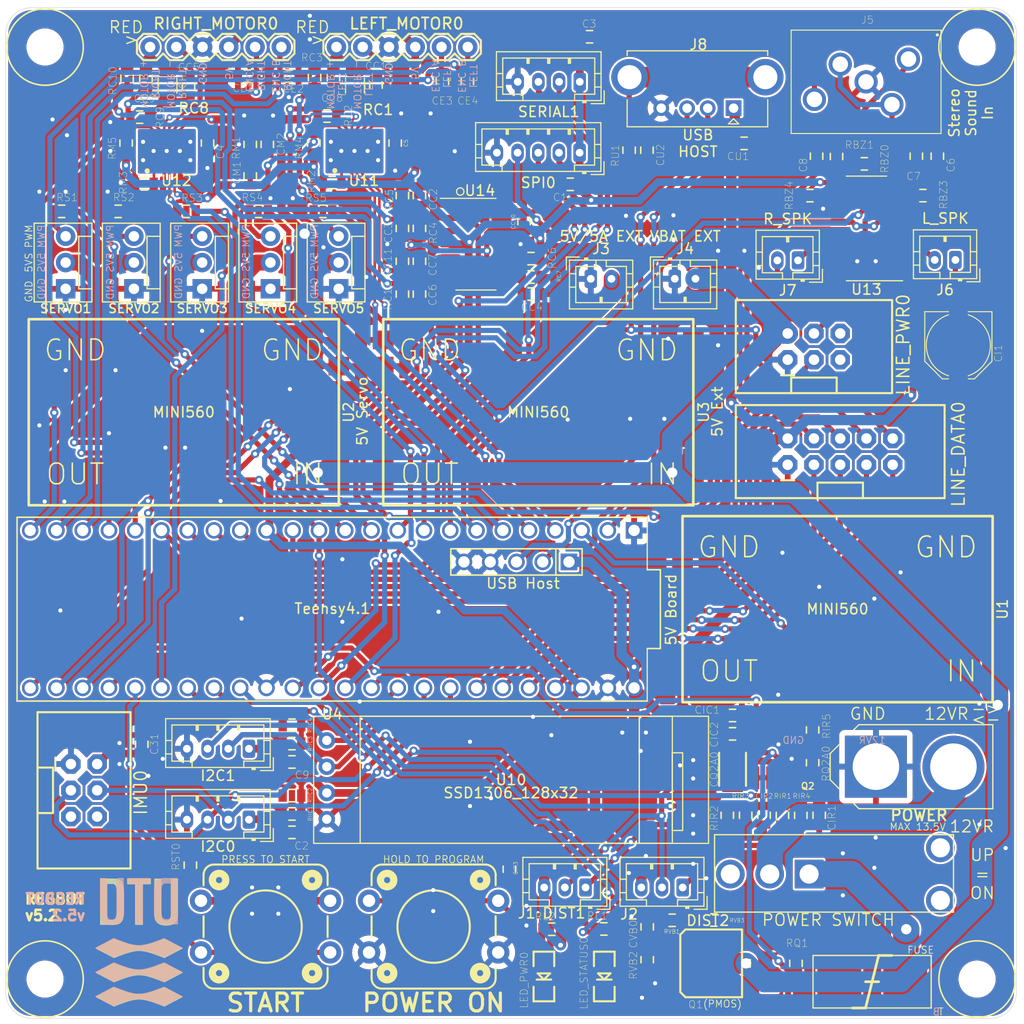
<source format=kicad_pcb>
(kicad_pcb (version 20211014) (generator pcbnew)
  (title_block (title "Regbot") (date "2022-08-19") (rev "v5.0") (company "DTU Electro and Photonics") (comment 1 "Author: Jacob Bechmann Pedersen") (comment 2 "Author: Jens Christian Andersen") (comment 3 "Imported from Eagle design of Regbot v4.1 2018"))
  (layers (0 "F.Cu" signal) (31 "B.Cu" signal) (34 "B.Paste" user) (35 "F.Paste" user) (36 "B.SilkS" user "B.Silkscreen") (37 "F.SilkS" user "F.Silkscreen") (38 "B.Mask" user) (39 "F.Mask" user) (44 "Edge.Cuts" user))
  (net 0 "")
  (net 1 "GND")
  (net 2 "5V")
  (net 3 "12V")
  (net 4 "Net-(C4-Pad1)")
  (net 5 "Net-(CC4-Pad1)")
  (net 6 "/RIGHT_ENC_A")
  (net 7 "/RIGHT_ENC_B")
  (net 8 "/LEFT_ENC_A")
  (net 9 "/LEFT_ENC_B")
  (net 10 "/DIST1")
  (net 11 "/DIST2")
  (net 12 "Net-(C5-Pad1)")
  (net 13 "Net-(CQ2A0-Pad1)")
  (net 14 "/5V_SERVO")
  (net 15 "/START")
  (net 16 "/V_BAT")
  (net 17 "3.3V")
  (net 18 "/5V_EXT")
  (net 19 "Net-(C6-Pad1)")
  (net 20 "Net-(C6-Pad2)")
  (net 21 "/SDA")
  (net 22 "/SCL")
  (net 23 "Net-(C7-Pad2)")
  (net 24 "Net-(C8-Pad2)")
  (net 25 "Net-(CC2-Pad2)")
  (net 26 "/1.5VREF")
  (net 27 "Net-(CC3-Pad2)")
  (net 28 "Net-(CC6-Pad2)")
  (net 29 "Net-(CC7-Pad2)")
  (net 32 "Net-(CM1-Pad1)")
  (net 33 "Net-(CU2-Pad1)")
  (net 34 "Net-(J1-Pad1)")
  (net 35 "Net-(LED_PWR0-PadA)")
  (net 36 "Net-(LED_STATUS0-PadA)")
  (net 37 "/LEFT_MOTOR_+")
  (net 38 "/LEFT_MOTOR_-")
  (net 39 "/LS0")
  (net 40 "/LS1")
  (net 41 "/LS3")
  (net 42 "/LS4")
  (net 43 "/LS6")
  (net 44 "/LS7")
  (net 45 "/LS2")
  (net 46 "/LS5")
  (net 47 "/MISO&LINE_LED_HIGH")
  (net 48 "/LINE_LED_LOW")
  (net 51 "Net-(MAIN_FUSE0-PadPIN2)")
  (net 52 "/12V_RAW")
  (net 53 "/PWR_ROBOT")
  (net 54 "/PWR_IR")
  (net 55 "Net-(J1-Pad2)")
  (net 56 "Net-(J2-Pad1)")
  (net 57 "/LEFT_MOT_CURRENT")
  (net 58 "/RIGHT_MOT_CURRENT")
  (net 59 "/RIGHT_MOTOR_+")
  (net 60 "/RIGHT_MOTOR_-")
  (net 61 "/MOSI&STATUS_LED")
  (net 62 "/PWM1")
  (net 63 "Net-(RS1-Pad2)")
  (net 64 "/PWM2")
  (net 65 "Net-(RS2-Pad2)")
  (net 66 "/PWM3")
  (net 67 "Net-(RS3-Pad2)")
  (net 68 "/PWM4")
  (net 69 "Net-(RS4-Pad2)")
  (net 70 "Net-(RS5-Pad2)")
  (net 71 "Net-(J5-PadRN)")
  (net 72 "Net-(J6-Pad1)")
  (net 73 "/SCK&BUILTIN_LED")
  (net 75 "Net-(J6-Pad2)")
  (net 76 "/RIGHT_MOTOR_OUT")
  (net 77 "/LEFT_MOTOR_OUT")
  (net 78 "Net-(J7-Pad1)")
  (net 79 "Net-(J7-Pad2)")
  (net 80 "/D-")
  (net 81 "/D+")
  (net 82 "Net-(J8-Pad5)")
  (net 83 "/PWM5_SPK")
  (net 84 "Net-(RBZ3-Pad1)")
  (net 85 "Net-(RBZ4-Pad1)")
  (net 86 "Net-(RM2-Pad2)")
  (net 87 "Net-(RM3-Pad2)")
  (net 88 "/LEFT-~{FAULT}")
  (net 89 "/RIGHT-~{FAULT}")
  (net 90 "/TX8")
  (net 91 "/RX8")
  (net 92 "Net-(C8-Pad1)")
  (net 93 "/THERM_L")
  (net 94 "/THERM_R")
  (net 95 "/SCL1")
  (net 96 "/SDA1")
  (net 97 "/LEFT_IN_+")
  (net 98 "/LEFT_IN_-")
  (net 99 "/RIGHT_IN_+")
  (net 100 "/RIGHT_IN_-")
  (net 101 "/AMP_~{SHDN}_~{MUTE}")
  (net 106 "Net-(U14-Pad13)")
  (net 107 "Net-(MAIN_FUSE0-PadPIN1)")
  (footprint "" (layer "F.Cu") (at 193.5861 150.0886)
    (fp_text reference "@HOLE1" hide)
    (fp_text value "")
  )
  (footprint "Regbot:0805" (layer "F.Cu") (at 154.2288 73.2028 180)
    (fp_text reference "C1")
    (fp_text value "1uF")
  )
  (footprint "Regbot:SON50P300X300X80-13N" (layer "F.Cu") (at 133.35 69.977 90)
    (fp_text reference "U11")
    (fp_text value "MAX22201ATC+" hide)
  )
  (footprint "Regbot:0805" (layer "F.Cu") (at 178.308 134.239 -90)
    (fp_text reference "CIR1")
    (fp_text value "100nF")
  )
  (footprint "Connector_JST:JST_PH_B2B-PH-K_1x02_P2.00mm_Vertical" (layer "F.Cu") (at 176.26 80.56 180)
    (fp_text reference "J7")
    (fp_text value "R_SPK")
  )
  (footprint "Regbot:0805" (layer "F.Cu") (at 124.079 75.819 180)
    (fp_text reference "RS4")
    (fp_text value "1k")
  )
  (footprint "Regbot:0805" (layer "F.Cu") (at 111.3536 62.9412 -90)
    (fp_text reference "RC10")
    (fp_text value "47k")
  )
  (footprint "Regbot:0805" (layer "F.Cu") (at 129.413 69.215 -90)
    (fp_text reference "RM4")
    (fp_text value "47k")
  )
  (footprint "Regbot:FIDUCIAL-1X2" (layer "F.Cu") (at 191.77 102.108)
    (fp_text reference "FD3" hide)
    (fp_text value "FIDUCIAL1X2" hide)
  )
  (footprint "Regbot:0805" (layer "F.Cu") (at 131.318 62.8904 90)
    (fp_text reference "CC8")
    (fp_text value "100nF")
  )
  (footprint "Regbot:0805" (layer "F.Cu") (at 137.987 74.295 90)
    (fp_text reference "RC5")
    (fp_text value "47k")
  )
  (footprint "Regbot:0805" (layer "F.Cu") (at 119.1361 69.215 -90)
    (fp_text reference "C4")
    (fp_text value "1uF")
  )
  (footprint "Regbot:0805" (layer "F.Cu") (at 111.2621 69.215 -90)
    (fp_text reference "RM5")
    (fp_text value "47k")
  )
  (footprint "Connector_JST:JST_PH_B2B-PH-K_1x02_P2.00mm_Vertical" (layer "F.Cu") (at 164.338 82.338)
    (fp_text reference "J4")
    (fp_text value "12V_EXT")
  )
  (footprint "Regbot:LED-1206" (layer "F.Cu") (at 151.6761 149.8346 -90)
    (fp_text reference "LED_PWR0")
    (fp_text value "RED")
  )
  (footprint "Regbot:0805" (layer "F.Cu") (at 127.3048 134.112)
    (fp_text reference "RIIC1")
    (fp_text value "1k")
  )
  (footprint "Connector_JST:JST_PH_B2B-PH-K_1x02_P2.00mm_Vertical" (layer "F.Cu") (at 156.21 82.3468)
    (fp_text reference "J3")
    (fp_text value "5V_EXT")
  )
  (footprint "Regbot:0805" (layer "F.Cu") (at 174.752 134.25 -90)
    (fp_text reference "RIR1")
    (fp_text value "4.7k")
  )
  (footprint "" (layer "F.Cu") (at 103.4161 59.9186)
    (fp_text reference "@HOLE3" hide)
    (fp_text value "")
  )
  (footprint "Regbot:0805" (layer "F.Cu") (at 176.0601 148.5646 90)
    (fp_text reference "RQ1")
    (fp_text value "220k")
  )
  (footprint "Regbot:MOLEX-1X3" (layer "F.Cu") (at 131.826 83.312 90)
    (fp_text reference "SERVO5" hide)
    (fp_text value "M03POLAR" hide)
  )
  (footprint "Regbot:MINI560" (layer "F.Cu") (at 151.13 95.25 180)
    (fp_text reference "U3")
    (fp_text value "MINI560")
  )
  (footprint "Regbot:0805" (layer "F.Cu") (at 123.2662 69.342 90)
    (fp_text reference "RM1")
    (fp_text value "1R")
  )
  (footprint "Regbot:RS-PRO-1MS1T2B3M7QES" (layer "F.Cu") (at 177.3301 139.9286 90)
    (property "Value" "")
    (fp_text reference "SWITCH0" hide)
    (fp_text value "RS-PRO-SPDT-1MS1T2B3M7QES" hide)
  )
  (footprint "Teensy:Teensy41" (layer "F.Cu") (at 131.191 114.3 180)
    (fp_text reference "U4")
    (fp_text value "Teensy4.1")
  )
  (footprint "Regbot:0805" (layer "F.Cu") (at 129.4892 62.876 -90)
    (fp_text reference "RC3")
    (fp_text value "47k")
  )
  (footprint "Regbot:0805" (layer "F.Cu") (at 171.0436 69.2404)
    (fp_text reference "CU1")
    (fp_text value "1uF")
  )
  (footprint "Regbot:TACTILE-PTH-12MM" (layer "F.Cu") (at 141.0081 145.0086)
    (fp_text reference "PWR0" hide)
    (fp_text value "COM-10302" hide)
  )
  (footprint "Regbot:0805" (layer "F.Cu") (at 177.673 129.159 90)
    (fp_text reference "RQ2A0")
    (fp_text value "47k")
  )
  (footprint "Regbot:0805" (layer "F.Cu") (at 172.974 134.239 -90)
    (fp_text reference "CIR2")
    (fp_text value "100nF")
  )
  (footprint "Regbot:0805" (layer "F.Cu") (at 139.638 80.645 -90)
    (fp_text reference "CC7")
    (fp_text value "100nF")
  )
  (footprint "Resistor_SMD:R_1206_3216Metric" (layer "F.Cu") (at 115.2652 63.6524 -90)
    (fp_text reference "RC8")
    (fp_text value "0.1")
  )
  (footprint "Regbot:1210" (layer "F.Cu") (at 169.926 129.794 -90)
    (fp_text reference "CQ2A0")
    (fp_text value "10uF")
  )
  (footprint "Regbot:STX-3680-5NB" (layer "F.Cu") (at 186.944 61.087 -90)
    (fp_text reference "J5")
    (fp_text value "AudioJack3_SwitchTR" hide)
  )
  (footprint "Connector_JST:JST_PH_B4B-PH-K_1x04_P2.00mm_Vertical" (layer "F.Cu") (at 123.142 134.662 180)
    (fp_text reference "I2C0")
    (fp_text value "Conn_01x04")
  )
  (footprint "Regbot:0805" (layer "F.Cu") (at 117.475 139.065 -90)
    (fp_text reference "RST0")
    (fp_text value "47k")
  )
  (footprint "Connector_JST:JST_PH_B5B-PH-K_1x05_P2.00mm_Vertical" (layer "F.Cu") (at 155.13 70.146 180)
    (fp_text reference "SPI0")
    (fp_text value "Conn_01x05")
  )
  (footprint "Connector_JST:JST_PH_B2B-PH-K_1x02_P2.00mm_Vertical" (layer "F.Cu") (at 191.484 80.518 180)
    (fp_text reference "J6")
    (fp_text value "L_SPK")
  )
  (footprint "Regbot:0805" (layer "F.Cu") (at 122.9741 62.738 180)
    (fp_text reference "CE1")
    (fp_text value "3.3nF")
  )
  (footprint "Regbot:0805" (layer "F.Cu") (at 131.191 73.025)
    (fp_text reference "RM2")
    (fp_text value "15k")
  )
  (footprint "Regbot:0805" (layer "F.Cu") (at 110.49 75.819 180)
    (fp_text reference "RS2")
    (fp_text value "1k")
  )
  (footprint "Regbot:SMF_OMNI-BLOK_FUSE_BLOCK" (layer "F.Cu") (at 183.4261 150.3426)
    (fp_text reference "MAIN_FUSE0" hide)
    (fp_text value "SMF_OMNI-BLOK_FUSE_BLOCK" hide)
  )
  (footprint "Regbot:DTU-MEDIUM-9MM" (layer "F.Cu") (at 112.545 145.845)
    (fp_text reference "U$1" hide)
    (fp_text value "DTUMEDIUM-9MM" hide)
  )
  (footprint "Regbot:0805" (layer "F.Cu") (at 169.926 126.365)
    (fp_text reference "CIC2")
    (fp_text value "100nF")
  )
  (footprint "Regbot:USB_A_ASSMANN_A-TOP_VERTICAL" (layer "F.Cu") (at 170.0276 65.8368 180)
    (fp_text reference "J8")
    (fp_text value "USB_A")
  )
  (footprint "Regbot:0805" (layer "F.Cu") (at 149.7584 76.8096 90)
    (fp_text reference "CC10")
    (fp_text value "1uF")
  )
  (footprint "Regbot:MOLEX-1X3" (layer "F.Cu") (at 112.014 83.312 90)
    (fp_text reference "SERVO2" hide)
    (fp_text value "M03POLAR" hide)
  )
  (footprint "Regbot:0805" (layer "F.Cu") (at 189.738 70.485 -90)
    (fp_text reference "C6")
    (fp_text value "1uF")
  )
  (footprint "Regbot:0805" (layer "F.Cu") (at 187.706 70.485 -90)
    (fp_text reference "C7")
    (fp_text value "1uF")
  )
  (footprint "Regbot:MINI560" (layer "F.Cu") (at 180.086 114.3 180)
    (fp_text reference "U1")
    (fp_text value "MINI560")
  )
  (footprint "Regbot:0805" (layer "F.Cu") (at 150.433 80.391)
    (fp_text reference "RC6")
    (fp_text value "47k")
  )
  (footprint "Regbot:LED-1206" (layer "F.Cu") (at 157.5181 149.8346 -90)
    (fp_text reference "LED_STATUS0")
    (fp_text value "GREEN")
  )
  (footprint "Resistor_SMD:R_1206_3216Metric" (layer "F.Cu") (at 133.4008 63.6524 -90)
    (fp_text reference "RC1")
    (fp_text value "0.1")
  )
  (footprint "Regbot:0805" (layer "F.Cu") (at 148.336 139.457 -90)
    (fp_text reference "CIR3")
    (fp_text value "1uF")
  )
  (footprint "Regbot:0805" (layer "F.Cu") (at 168.1116 144.3736 180)
    (fp_text reference "RVB3")
    (fp_text value "47k")
  )
  (footprint "Regbot:MOLEX-1X3" (layer "F.Cu") (at 105.41 83.312 90)
    (fp_text reference "SERVO1" hide)
    (fp_text value "M03POLAR" hide)
  )
  (footprint "Regbot:2X3-SHROUDED" (layer "F.Cu") (at 177.8 88.9 90)
    (property "Value" "")
    (fp_text reference "LINE_PWR0")
    (fp_text value "M03X2SHROUD")
  )
  (footprint "Regbot:0805" (layer "F.Cu") (at 177.673 125.984 90)
    (fp_text reference "RIR5")
    (fp_text value "47k")
  )
  (footprint "Regbot:0805" (layer "F.Cu") (at 130.302 75.819 180)
    (fp_text reference "RS5")
    (fp_text value "1k")
  )
  (footprint "Regbot:0805" (layer "F.Cu") (at 182.6768 71.2216 180)
    (fp_text reference "RBZ0")
    (fp_text value "47k")
  )
  (footprint "Regbot:0805" (layer "F.Cu") (at 139.638 83.82 90)
    (fp_text reference "CC6")
    (fp_text value "100nF")
  )
  (footprint "Regbot:0805" (layer "F.Cu") (at 177.419 74.295 180)
    (fp_text reference "RBZ4")
    (fp_text value "4.7k")
  )
  (footprint "Regbot:TACTILE-PTH-12MM" (layer "F.Cu") (at 124.7521 145.0086)
    (fp_text reference "START0" hide)
    (fp_text value "COM-10302" hide)
  )
  (footprint "Connector_JST:JST_PH_B4B-PH-K_1x04_P2.00mm_Vertical" (layer "F.Cu") (at 155.146 63.288 180)
    (fp_text reference "SERIAL1")
    (fp_text value "Conn_01x04")
  )
  (footprint "Regbot:0805" (layer "F.Cu") (at 169.926 124.587)
    (fp_text reference "CIC1")
    (fp_text value "1uF")
  )
  (footprint "Connector_JST:JST_PH_B4B-PH-K_1x04_P2.00mm_Vertical" (layer "F.Cu") (at 123.142 127.804 180)
    (fp_text reference "I2C1")
    (fp_text value "Conn_01x04")
  )
  (footprint "Regbot:0805" (layer "F.Cu") (at 152.4381 145.2626)
    (fp_text reference "RL2")
    (fp_text value "1k")
  )
  (footprint "Regbot:0805" (layer "F.Cu") (at 117.094 75.819 180)
    (fp_text reference "RS3")
    (fp_text value "1k")
  )
  (footprint "Regbot:0805" (layer "F.Cu") (at 127.3048 132.334)
    (fp_text reference "RIIC2")
    (fp_text value "1k")
  )
  (footprint "Regbot:SO8" (layer "F.Cu") (at 174.117 128.016 180)
    (fp_text reference "Q2")
    (fp_text value "SI4936BDY" hide)
  )
  (footprint "Regbot:0805" (layer "F.Cu") (at 164.084 144.399)
    (fp_text reference "RVB1")
    (fp_text value "47k")
  )
  (footprint "Regbot:1X06" (layer "F.Cu") (at 131.6101 59.9186)
    (fp_text reference "LEFT_MOTOR0")
    (fp_text value "M06SILK_FEMALE_PTH")
  )
  (footprint "" (layer "F.Cu") (at 103.4161 150.0886)
    (fp_text reference "@HOLE0" hide)
    (fp_text value "")
  )
  (footprint "Regbot:XT60" (layer "F.Cu") (at 187.6044 129.54 -90)
    (fp_text reference "POWER1" hide)
    (fp_text value "XT60" hide)
  )
  (footprint "Regbot:0805" (layer "F.Cu") (at 169.418 134.239 -90)
    (fp_text reference "RIR2")
    (fp_text value "4.7k")
  )
  (footprint "Regbot:D-PAK_TO252AA" (layer "F.Cu") (at 168.6941 148.5646 90)
    (property "Value" "")
    (fp_text reference "Q1")
    (fp_text value "IPD80P03P4L" hide)
  )
  (footprint "Regbot:0805" (layer "F.Cu") (at 144.272 63.246 -90)
    (fp_text reference "CE4")
    (fp_text value "3.3nF")
  )
  (footprint "Regbot:SON50P300X300X80-13N" (layer "F.Cu") (at 115.1991 70.0024 90)
    (fp_text reference "U12")
    (fp_text value "MAX22201ATC+" hide)
  )
  (footprint "Regbot:0805" (layer "F.Cu") (at 127.3048 135.89)
    (fp_text reference "C2")
    (fp_text value "1uF")
  )
  (footprint "Regbot:0805" (layer "F.Cu") (at 137.987 80.645 90)
    (fp_text reference "RC11")
    (fp_text value "47k")
  )
  (footprint "Regbot:0805" (layer "F.Cu") (at 137.987 83.82 -90)
    (fp_text reference "RC12")
    (fp_text value "47k")
  )
  (footprint "Regbot:0805" (layer "F.Cu") (at 139.638 77.47 -90)
    (fp_text reference "RC4")
    (fp_text value "47k")
  )
  (footprint "Regbot:0805" (layer "F.Cu") (at 105.029 75.819 180)
    (fp_text reference "RS1")
    (fp_text value "1k")
  )
  (footprint "Regbot:FIDUCIAL-1X2" (layer "F.Cu") (at 195.072 102.108)
    (fp_text reference "FD2" hide)
    (fp_text value "FIDUCIAL1X2" hide)
  )
  (footprint "Regbot:0805" (layer "F.Cu") (at 171.196 134.239 90)
    (fp_text reference "RIR3")
    (fp_text value "4.7k")
  )
  (footprint "Regbot:SSD1306_128x32" (layer "F.Cu") (at 148.5011 130.81)
    (fp_text reference "U10")
    (fp_text value "SSD1306_128x32")
  )
  (footprint "Regbot:0805" (layer "F.Cu") (at 113.03 73.152)
    (fp_text reference "RM3")
    (fp_text value "15k")
  )
  (footprint "Regbot:0805" (layer "F.Cu") (at 141.859 63.246 -90)
    (fp_text reference "CE3")
    (fp_text value "3.3nF")
  )
  (footprint "Regbot:0805" (layer "F.Cu") (at 127.3048 125.5268)
    (fp_text reference "RIIC4")
    (fp_text value "1k")
  )
  (footprint "" (layer "F.Cu") (at 193.5861 59.9186)
    (fp_text reference "@HOLE2" hide)
    (fp_text value "")
  )
  (footprint "Regbot:FIDUCIAL-1X2" (layer "F.Cu") (at 187.2488 92.0496)
    (fp_text reference "FD1" hide)
    (fp_text value "FIDUCIAL1X2" hide)
  )
  (footprint "Regbot:0805" (layer "F.Cu") (at 127.0381 62.738)
    (fp_text reference "CE2")
    (fp_text value "3.3nF")
  )
  (footprint "Regbot:0805" (layer "F.Cu") (at 139.638 74.295 -90)
    (fp_text reference "CC2")
    (fp_text value "100nF")
  )
  (footprint "Regbot:0805" (layer "F.Cu") (at 112.5728 66.7004 180)
    (fp_text reference "RC9")
    (fp_text value "47k")
  )
  (footprint "Regbot:MINI560" (layer "F.Cu") (at 116.84 95.25 180)
    (fp_text reference "U2")
    (fp_text value "MINI560")
  )
  (footprint "Regbot:0805" (layer "F.Cu") (at 127.3048 129.0828)
    (fp_text reference "C9")
    (fp_text value "1uF")
  )
  (footprint "Regbot:0805" (layer "F.Cu") (at 124.9172 69.342 -90)
    (fp_text reference "CM2")
    (fp_text value "100nF")
  )
  (footprint "Regbot:0805" (layer "F.Cu") (at 137.287 69.215 -90)
    (fp_text reference "C5")
    (fp_text value "1uF")
  )
  (footprint "Regbot:0805" (layer "F.Cu") (at 188.341 74.295)
    (fp_text reference "RBZ3")
    (fp_text value "4.7k")
  )
  (footprint "Regbot:0805" (layer "F.Cu") (at 157.48 145.2372 180)
    (fp_text reference "RL1")
    (fp_text value "330R")
  )
  (footprint "Regbot:MOLEX-1X3" (layer "F.Cu") (at 118.618 83.312 90)
    (fp_text reference "SERVO3" hide)
    (fp_text value "M03POLAR" hide)
  )
  (footprint "Regbot:0805" (layer "F.Cu") (at 159.9184 69.9008 90)
    (fp_text reference "RU1")
    (fp_text value "330R")
  )
  (footprint "Regbot:MOLEX-1X3" (layer "F.Cu") (at 125.222 83.312 90)
    (fp_text reference "SERVO4" hide)
    (fp_text value "M03POLAR" hide)
  )
  (footprint "Package_SO:SOIC-14_3.9x8.7mm_P1.27mm" (layer "F.Cu") (at 145.099 78.994)
    (fp_text reference "U14")
    (fp_text value "MCP6244-E/SL")
  )
  (footprint "Regbot:1X06" (layer "F.Cu") (at 113.5761 59.9186)
    (fp_text reference "RIGHT_MOTOR0")
    (fp_text value "M06SILK_FEMALE_PTH")
  )
  (footprint "Regbot:0805" (layer "F.Cu") (at 161.6456 69.9008 90)
    (fp_text reference "CU2")
    (fp_text value "100nF")
  )
  (footprint "Package_SO:SOP-16_3.9x9.9mm_P1.27mm" (layer "F.Cu") (at 182.88 77.47 180)
    (fp_text reference "U13")
    (fp_text value "PAM8406DR")
  )
  (footprint "Connector_JST:JST_PH_B3B-PH-K_1x03_P2.00mm_Vertical" (layer "F.Cu") (at 155.702 141.224 180)
    (fp_text reference "J1")
    (fp_text value "Conn_01x03")
  )
  (footprint "Regbot:0805" (layer "F.Cu") (at 112.776 127.381 90)
    (fp_text reference "C31")
    (fp_text value "1uF")
  )
  (footprint "Regbot:0805" (layer "F.Cu") (at 117.2972 63.7032 90)
    (fp_text reference "CC5")
    (fp_text value "1uF")
  )
  (footprint "Regbot:0805" (layer "F.Cu") (at 130.694 66.5988 180)
    (fp_text reference "RC2")
    (fp_text value "47k")
  )
  (footprint "Regbot:0805" (layer "F.Cu") (at 127.3048 127.3048)
    (fp_text reference "RIIC3")
    (fp_text value "1k")
  )
  (footprint "Regbot:0805" (layer "F.Cu") (at 161.671 148.209 90)
    (fp_text reference "RVB2")
    (fp_text value "4.7k")
  )
  (footprint "Regbot:0805" (layer "F.Cu") (at 135.4328 63.6016 90)
    (fp_text reference "CC1")
    (fp_text value "1uF")
  )
  (footprint "Regbot:0805" (layer "F.Cu") (at 179.9844 70.5104 90)
    (fp_text reference "RBZ1")
    (fp_text value "1k")
  )
  (footprint "Regbot:0805" (layer "F.Cu") (at 176.53 134.25 90)
    (fp_text reference "RIR4")
    (fp_text value "4.7k")
  )
  (footprint "Regbot:2X5-SHROUDED" (layer "F.Cu") (at 180.34 99.06 90)
    (property "Value" "")
    (fp_text reference "LINE_DATA0")
    (fp_text value "M05X2SHD")
  )
  (footprint "Connector_JST:JST_PH_B3B-PH-K_1x03_P2.00mm_Vertical" (layer "F.Cu") (at 165.1 141.224 180)
    (fp_text reference "J2")
    (fp_text value "Conn_01x03")
  )
  (footprint "Regbot:2X3-SHROUDED" (layer "F.Cu") (at 107.188 131.826)
    (property "Value" "")
    (fp_text reference "IMU0")
    (fp_text value "M03X2SHROUD")
  )
  (footprint "Regbot:0805" (layer "F.Cu") (at 137.987 77.47 90)
    (fp_text reference "CC3")
    (fp_text value "100nF")
  )
  (footprint "Regbot:PANASONIC_D_XL" (layer "F.Cu") (at 191.77 88.773 -90)
    (fp_text reference "CI1")
    (fp_text value "47uF" hide)
  )
  (footprint "Regbot:0805" (layer "F.Cu") (at 161.671 145.034 90)
    (fp_text reference "CVB0")
    (fp_text value "100nF")
  )
  (footprint "Regbot:0805" (layer "F.Cu") (at 178.054 70.485 -90)
    (fp_text reference "C8")
    (fp_text value "1uF")
  )
  (footprint "Regbot:0805" (layer "F.Cu") (at 150.433 83.82)
    (fp_text reference "CC4")
    (fp_text value "1uF")
  )
  (footprint "Regbot:0805" (layer "F.Cu") (at 123.2662 72.39 -90)
    (fp_text reference "CM1")
    (fp_text value "1uF")
  )
  (footprint "Regbot:0805" (layer "F.Cu") (at 150.433 82.169 180)
    (fp_text reference "RC7")
    (fp_text value "47k")
  )
  (footprint "Regbot:0805" (layer "F.Cu") (at 156.094 58.928)
    (fp_text reference "C3")
    (fp_text value "1uF")
  )
  (footprint "Regbot:0805" (layer "F.Cu") (at 113.1824 62.9412 90)
    (fp_text reference "CC9")
    (fp_text value "100nF")
  )
  (footprint "Regbot:DTU-MEDIUM-9MM" (layer "B.Cu") (at 112.4712 145.796 180)
    (fp_text reference "U$1" hide)
    (fp_text value "DTUMEDIUM-9MM" hide)
  )
  (gr_circle (center 103.4161 150.0886) (end 107.1161 150.0886) (layer "F.SilkS") (width 0.1524) (fill none))
  (gr_circle (center 193.5861 150.0886) (end 197.2861 150.0886) (layer "F.SilkS") (width 0.1524) (fill none))
  (gr_circle (center 193.5861 59.9186) (end 197.2861 59.9186) (layer "F.SilkS") (width 0.1524) (fill none))
  (gr_circle (center 143.582525 73.903) (end 143.836525 73.649) (layer "F.SilkS") (width 0.12) (fill none))
  (gr_circle (center 103.4161 59.9186) (end 107.1161 59.9186) (layer "F.SilkS") (width 0.1524) (fill none))
  (gr_arc (start 194.8561 56.1086) (mid 196.652151 56.852549) (end 197.3961 58.6486) (layer "Edge.Cuts") (width 0.05))
  (gr_arc (start 99.6061 58.6486) (mid 100.350049 56.852549) (end 102.1461 56.1086) (layer "Edge.Cuts") (width 0.05))
  (gr_line (start 185.1025 56.1086) (end 180.6321 56.1086) (layer "Edge.Cuts") (width 0.05))
  (gr_line (start 99.6061 58.6486) (end 99.6061 151.3586) (layer "Edge.Cuts") (width 0.05))
  (gr_arc (start 197.3961 151.3586) (mid 196.652151 153.154651) (end 194.8561 153.8986) (layer "Edge.Cuts") (width 0.05))
  (gr_line (start 197.3961 151.3586) (end 197.3961 58.6486) (layer "Edge.Cuts") (width 0.05))
  (gr_line (start 102.1461 153.8986) (end 194.8561 153.8986) (layer "Edge.Cuts") (width 0.05))
  (gr_arc (start 102.1461 153.8986) (mid 100.350049 153.154651) (end 99.6061 151.3586) (layer "Edge.Cuts") (width 0.05))
  (gr_line (start 180.6321 56.1086) (end 102.1461 56.1086) (layer "Edge.Cuts") (width 0.05))
  (gr_line (start 194.8561 56.1086) (end 185.1025 56.1086) (layer "Edge.Cuts") (width 0.05))
  (gr_text "PWM" (at 122.8852 78.1812 90) (layer "B.SilkS") (effects (font (size 0.6858 0.6858) (thickness 0.0762)) (justify mirror)))
  (gr_text "PWM" (at 109.728 78.232 90) (layer "B.SilkS") (effects (font (size 0.6858 0.6858) (thickness 0.0762)) (justify mirror)))
  (gr_text "REGBOT\nv5.2" (at 107.442 144.526) (layer "B.SilkS") (effects (font (size 1 1) (thickness 0.25)) (justify left bottom mirror)))
  (gr_text "RIGHT\nENC B" (at 126.2761 62.7126 -90) (layer "B.SilkS") (effects (font (size 0.6858 0.6858) (thickness 0.0762)) (justify mirror)))
  (gr_text "5VS" (at 103.0732 80.772 90) (layer "B.SilkS") (effects (font (size 0.6858 0.6858) (thickness 0.0762)) (justify mirror)))
  (gr_text "GND" (at 103.0732 83.312 90) (layer "B.SilkS") (effects (font (size 0.6858 0.6858) (thickness 0.0762)) (justify mirror)))
  (gr_text "GND" (at 136.652 62.484 -90) (layer "B.SilkS") (effects (font (size 0.6858 0.6858) (thickness 0.0762)) (justify mirror)))
  (gr_text "RIGHT\nMOTOR -" (at 116.1161 63.5 -90) (layer "B.SilkS") (effects (font (size 0.6858 0.6858) (thickness 0.0762)) (justify mirror)))
  (gr_text "LEFT\nMOTOR -" (at 134.1628 63.5508 270) (layer "B.SilkS") (effects (font (size 0.6858 0.6858) (thickness 0.0762)) (justify mirror)))
  (gr_text "GND" (at 109.728 83.312 90) (layer "B.SilkS") (effects (font (size 0.6858 0.6858) (thickness 0.0762)) (justify mirror)))
  (gr_text "PWM" (at 103.0732 78.232 90) (layer "B.SilkS") (effects (font (size 0.6858 0.6858) (thickness 0.0762)) (justify mirror)))
  (gr_text "5VS" (at 109.728 80.772 90) (layer "B.SilkS") (effects (font (size 0.6858 0.6858) (thickness 0.0762)) (justify mirror)))
  (gr_text "B" (at 190.0301 153.6446) (layer "B.SilkS") (effects (font (size 0.6858 0.6858) (thickness 0.0762)) (justify left bottom mirror)))
  (gr_text "GND" (at 118.6561 62.4586 -90) (layer "B.SilkS") (effects (font (size 0.6858 0.6858) (thickness 0.0762)) (justify mirror)))
  (gr_text "5V" (at 121.1961 62.4586 -90) (layer "B.SilkS") (effects (font (size 0.6858 0.6858) (thickness 0.0762)) (justify mirror)))
  (gr_text "GND" (at 116.332 83.2612 90) (layer "B.SilkS") (effects (font (size 0.6858 0.6858) (thickness 0.0762)) (justify mirror)))
  (gr_text "GND" (at 129.4892 83.2612 90) (layer "B.SilkS") (effects (font (size 0.6858 0.6858) (thickness 0.0762)) (justify mirror)))
  (gr_text "PWM" (at 116.332 78.1812 90) (layer "B.SilkS") (effects (font (size 0.6858 0.6858) (thickness 0.0762)) (justify mirror)))
  (gr_text "GND" (at 175.8061 126.9746) (layer "B.SilkS") (effects (font (size 0.6858 0.6858) (thickness 0.0762)) (justify mirror)))
  (gr_text "5VS" (at 122.8852 80.7212 90) (layer "B.SilkS") (effects (font (size 0.6858 0.6858) (thickness 0.0762)) (justify mirror)))
  (gr_text "12VR" (at 183.4261 126.9746) (layer "B.SilkS") (effects (font (size 0.6858 0.6858) (thickness 0.0762)) (justify mirror)))
  (gr_text "5VS" (at 116.332 80.7212 90) (layer "B.SilkS") (effects (font (size 0.6858 0.6858) (thickness 0.0762)) (justify mirror)))
  (gr_text "RIGHT\nENC A" (at 123.7361 62.7126 -90) (layer "B.SilkS") (effects (font (size 0.6858 0.6858) (thickness 0.0762)) (justify mirror)))
  (gr_text "LEFT\nENC B" (at 144.272 62.738 -90) (layer "B.SilkS") (effects (font (size 0.6858 0.6858) (thickness 0.0762)) (justify mirror)))
  (gr_text "GND" (at 122.8852 83.2612 90) (layer "B.SilkS") (effects (font (size 0.6858 0.6858) (thickness 0.0762)) (justify mirror)))
  (gr_text "LEFT\nMOTOR +" (at 131.572 63.5508 270) (layer "B.SilkS") (effects (font (size 0.6858 0.6858) (thickness 0.0762)) (justify mirror)))
  (gr_text "RIGHT\nMOTOR +" (at 113.538 63.5 -90) (layer "B.SilkS") (effects (font (size 0.6858 0.6858) (thickness 0.0762)) (justify mirror)))
  (gr_text "PWM" (at 129.4892 78.1812 90) (layer "B.SilkS") (effects (font (size 0.6858 0.6858) (thickness 0.0762)) (justify mirror)))
  (gr_text "LEFT\nENC A" (at 141.732 62.738 -90) (layer "B.SilkS") (effects (font (size 0.6858 0.6858) (thickness 0.0762)) (justify mirror)))
  (gr_text "5V" (at 139.192 62.4586 -90) (layer "B.SilkS") (effects (font (size 0.6858 0.6858) (thickness 0.0762)) (justify mirror)))
  (gr_text "5VS" (at 129.4892 80.7212 90) (layer "B.SilkS") (effects (font (size 0.6858 0.6858) (thickness 0.0762)) (justify mirror)))
  (gr_text "12VR" (at 193.0781 135.9916) (layer "F.SilkS") (effects (font (size 1.143 1.143) (thickness 0.127)) (justify bottom)))
  (gr_text "POWER SWITCH" (at 179.197 145.034) (layer "F.SilkS") (effects (font (size 1.143 1.143) (thickness 0.127)) (justify bottom)))
  (gr_text "SERVO4" (at 125.222 85.217) (layer "F.SilkS") (effects (font (size 0.8636 0.8636) (thickness 0.1524))))
  (gr_text "START" (at 124.7521 153.3906) (layer "F.SilkS") (effects (font (size 1.7272 1.7272) (thickness 0.3048)) (justify bottom)))
  (gr_text "SERVO5" (at 131.826 85.217) (layer "F.SilkS") (effects (font (size 0.8636 0.8636) (thickness 0.1524))))
  (gr_text "HOLD TO PROGRAM" (at 141.0081 138.9126) (layer "F.SilkS") (effects (font (size 0.6858 0.6858) (thickness 0.0762)) (justify bottom)))
  (gr_text "DIST2" (at 167.5384 144.4244) (layer "F.SilkS") (effects (font (size 1 1))))
  (gr_text "GND" (at 101.854 83.566 90) (layer "F.SilkS") (effects (font (size 0.6858 0.6858) (thickness 0.0762))))
  (gr_text "Teensy4.1" (at 131.2164 114.2492) (layer "F.SilkS") (effects (font (size 1 1))))
  (gr_text "POWER" (at 187.96 134.874) (layer "F.SilkS") (effects (font (size 1.0795 1.0795) (thickness 0.1905)) (justify bottom)))
  (gr_text "MINI560" (at 180.086 114.3) (layer "F.SilkS") (effects (font (size 1 1))))
  (gr_text "5V Ext" (at 168.4528 95.1992 90) (layer "F.SilkS") (effects (font (size 1 1))))
  (gr_text "<" (at 111.76 58.674 180) (layer "F.SilkS") (effects (font (size 1.143 1.143) (thickness 0.127)) (justify bottom)))
  (gr_text "MINI560" (at 116.84 95.25) (layer "F.SilkS") (effects (font (size 1 1))))
  (gr_text "UP\n=\nON" (at 194.0941 139.9286) (layer "F.SilkS") (effects (font (size 1.143 1.143) (thickness 0.127))))
  (gr_text "(PMOS)" (at 168.9481 152.8826) (layer "F.SilkS") (effects (font (size 0.6858 0.6858) (thickness 0.0762)) (justify bottom)))
  (gr_text "12VR" (at 190.627 125.095) (layer "F.SilkS") (effects (font (size 1.143 1.143) (thickness 0.127)) (justify bottom)))
  (gr_text "5VS" (at 101.854 80.772 90) (layer "F.SilkS") (effects (font (size 0.6858 0.6858) (thickness 0.0762))))
  (gr_text "SSD1306_128x32" (at 148.4884 132.08) (layer "F.SilkS") (effects (font (size 1 1))))
  (gr_text "REGBOT\nv5.2" (at 101.346 144.526) (layer "F.SilkS") (effects (font (size 1 1) (thickness 0.25)) (justify left bottom)))
  (gr_text "PWM" (at 101.854 78.232 90) (layer "F.SilkS") (effects (font (size 0.6858 0.6858) (thickness 0.0762))))
  (gr_text "5V Board" (at 163.9824 114.3508 90) (layer "F.SilkS") (effects (font (size 1 1))))
  (gr_text "USB\nHOST" (at 166.5732 69.2404) (layer "F.SilkS") (effects (font (size 1 1))))
  (gr_text "L_SPK" (at 190.5 76.5048) (layer "F.SilkS") (effects (font (size 1 1))))
  (gr_text "RED" (at 129.286 58.674) (layer "F.SilkS") (effects (font (size 1.143 1.143) (thickness 0.127)) (justify bottom)))
  (gr_text "->" (at 194.437 124.587) (layer "F.SilkS") (effects (font (size 1.143 1.143) (thickness 0.127)) (justify bottom)))
  (gr_text "SERVO3" (at 118.618 85.217) (layer "F.SilkS") (effects (font (size 0.8636 0.8636) (thickness 0.1524))))
  (gr_text "R_SPK" (at 175.26 76.5556) (layer "F.SilkS") (effects (font (size 1 1))))
  (gr_text "VBAT EXT" (at 165.354 78.232) (layer "F.SilkS") (effects (font (size 1 1))))
  (gr_text "MAX 13.5V" (at 187.833 135.763) (layer "F.SilkS") (effects (font (size 0.6858 0.6858) (thickness 0.0762)) (justify bottom)))
  (gr_text "5V/5A EXT" (at 157.226 78.232) (layer "F.SilkS") (effects (font (size 1 1))))
  (gr_text "5V Servo" (at 134.112 95.1484 90) (layer "F.SilkS") (effects (font (size 1 1))))
  (gr_text "SERVO1" (at 105.41 85.217) (layer "F.SilkS") (effects (font (size 0.8636 0.8636) (thickness 0.1524))))
  (gr_text "<" (at 129.794 58.674 180) (layer "F.SilkS") (effects (font (size 1.143 1.143) (thickness 0.127)) (justify bottom)))
  (gr_text "DIST1" (at 153.6192 143.7132) (layer "F.SilkS") (effects (font (size 1 1))))
  (gr_text "PRESS TO START" (at 124.7521 138.9126) (layer "F.SilkS") (effects (font (size 0.6858 0.6858) (thickness 0.0762)) (justify bottom)))
  (gr_text "<-" (at 194.437 125.603) (layer "F.SilkS") (effects (font (size 1.143 1.143) (thickness 0.127)) (justify bottom)))
  (gr_text "Stereo\nSound\nIn" (at 192.9892 66.294 90) (layer "F.SilkS") (effects (font (size 1 1))))
  (gr_text "SERVO2" (at 112.014 85.217) (layer "F.SilkS") (effects (font (size 0.8636 0.8636) (thickness 0.1524))))
  (gr_text "FUSE" (at 188.1251 147.6756) (layer "F.SilkS") (effects (font (size 0.6858 0.6858) (thickness 0.0762)) (justify bottom)))
  (gr_text "MINI560" (at 151.13 95.25) (layer "F.SilkS") (effects (font (size 1 1))))
  (gr_text "GND" (at 183.007 125.095) (layer "F.SilkS") (effects (font (size 1.143 1.143) (thickness 0.127)) (justify bottom)))
  (gr_text "RED" (at 111.252 58.674) (layer "F.SilkS") (effects (font (size 1.143 1.143) (thickness 0.127)) (justify bottom)))
  (gr_text "T" (at 189.7761 153.6446) (layer "F.SilkS") (effects (font (size 0.6858 0.6858) (thickness 0.0762)) (justify left bottom)))
  (gr_text "POWER ON" (at 141.0081 153.3906) (layer "F.SilkS") (effects (font (size 1.7272 1.7272) (thickness 0.3048)) (justify bottom)))
  (segment (start 177.059349 122.5804) (end 174.3456 122.5804) (width 0.5) (layer "F.Cu") (net 1))
  (segment (start 177.773 126.884) (end 177.7874 126.8984) (width 0.5) (layer "F.Cu") (net 1))
  (segment (start 180.38 80.645) (end 181.991 80.645) (width 0.5) (layer "F.Cu") (net 1))
  (segment (start 176.022 125.416) (end 176.022 126.111) (width 0.5) (layer "F.Cu") (net 1))
  (segment (start 124.9172 69.5452) (end 124.714 69.342) (width 0.5) (layer "F.Cu") (net 1))
  (segment (start 116.765196 67.0052) (end 117.094 67.0052) (width 0.25) (layer "F.Cu") (net 1))
  (segment (start 153.3288 72.506) (end 152.5016 71.6788) (width 0.5) (layer "F.Cu") (net 1))
  (segment (start 177.673 126.884) (end 177.773 126.884) (width 0.5) (layer "F.Cu") (net 1))
  (segment (start 177.7874 126.8984) (end 178.308 126.8984) (width 0.5) (layer "F.Cu") (net 1))
  (segment (start 123.2662 73.29) (end 123.2662 72.5932) (width 0.5) (layer "F.Cu") (net 1))
  (segment (start 149.7584 75.206702) (end 148.781849 74.230151) (width 0.5) (layer "F.Cu") (net 1))
  (segment (start 180.38 75.565) (end 178.689 75.565) (width 0.5) (layer "F.Cu") (net 1))
  (segment (start 149.4544 76.8596) (end 148.9456 76.8596) (width 0.5) (layer "F.Cu") (net 1))
  (segment (start 124.714 69.342) (end 122.174 69.342) (width 0.5) (layer "F.Cu") (net 1))
  (segment (start 180.2932 69.5032) (end 180.34 69.55) (width 0.5) (layer "F.Cu") (net 1))
  (segment (start 124.9172 70.242) (end 124.9172 69.5452) (width 0.5) (layer "F.Cu") (net 1))
  (segment (start 180.344 69.084) (end 180.34 69.088) (width 0.5) (layer "F.Cu") (net 1))
  (segment (start 122.047 72.39) (end 122.047 69.469) (width 0.5) (layer "F.Cu") (net 1))
  (segment (start 115.9491 67.821296) (end 116.765196 67.0052) (width 0.25) (layer "F.Cu") (net 1))
  (segment (start 149.7584 75.9096) (end 149.7584 76.5556) (width 0.5) (layer "F.Cu") (net 1))
  (segment (start 176.022 126.111) (end 176.795 126.884) (width 0.5) (layer "F.Cu") (net 1))
  (segment (start 149.7584 75.9096) (end 149.7584 75.206702) (width 0.5) (layer "F.Cu") (net 1))
  (segment (start 185.38 80.645) (end 183.769 80.645) (width 0.5) (layer "F.Cu") (net 1))
  (segment (start 178.723 126.4834) (end 178.723 124.244051) (width 0.5) (layer "F.Cu") (net 1))
  (segment (start 115.9491 68.5024) (end 115.9491 67.821296) (width 0.25) (layer "F.Cu") (net 1))
  (segment (start 134.1 67.935604) (end 134.723602 67.312002) (width 0.25) (layer "F.Cu") (net 1))
  (segment (start 178.723 124.244051) (end 177.059349 122.5804) (width 0.5) (layer "F.Cu") (net 1))
  (segment (start 149.7584 76.5556) (end 149.4544 76.8596) (width 0.5) (layer "F.Cu") (net 1))
  (segment (start 178.308 126.8984) (end 178.723 126.4834) (width 0.5) (layer "F.Cu") (net 1))
  (segment (start 134.1 68.477) (end 134.1 67.935604) (width 0.25) (layer "F.Cu") (net 1))
  (segment (start 122.047 69.469) (end 122.174 69.342) (width 0.5) (layer "F.Cu") (net 1))
  (segment (start 153.3288 73.2028) (end 153.3288 72.506) (width 0.5) (layer "F.Cu") (net 1))
  (segment (start 180.34 69.088) (end 180.34 69.55) (width 0.5) (layer "F.Cu") (net 1))
  (segment (start 176.795 126.884) (end 177.673 126.884) (width 0.5) (layer "F.Cu") (net 1))
  (segment (start 123.2662 72.5932) (end 123.063 72.39) (width 0.5) (layer "F.Cu") (net 1))
  (segment (start 123.063 72.39) (end 122.047 72.39) (width 0.5) (layer "F.Cu") (net 1))
  (segment (start 147.574 78.994) (end 149.417 78.994) (width 0.5) (layer "F.Cu") (net 1))
  (via (at 137.287 71.882) (size 0.8) (drill 0.4) (layers "F.Cu" "B.Cu") (net 1))
  (via (at 161.544 126.238) (size 0.8) (drill 0.4) (layers "F.Cu" "B.Cu") (net 1))
  (via (at 175.641 128.778) (size 0.8) (drill 0.4) (layers "F.Cu" "B.Cu") (net 1))
  (via (at 127.381 74.549) (size 0.8) (drill 0.4) (layers "F.Cu" "B.Cu") (net 1))
  (via (at 166.116 134.239) (size 0.8) (drill 0.4) (layers "F.Cu" "B.Cu") (net 1))
  (via (at 105.41 91.186) (size 0.8) (drill 0.4) (layers "F.Cu" "B.Cu") (net 1))
  (via (at 164.211 76.2) (size 0.8) (drill 0.4) (layers "F.Cu" "B.Cu") (net 1))
  (via (at 161.036 128.016) (size 0.8) (drill 0.4) (layers "F.Cu" "B.Cu") (net 1))
  (via (at 125.222 74.549) (size 0.8) (drill 0.4) (layers "F.Cu" "B.Cu") (net 1))
  (via (at 104.14 66.929) (size 0.8) (drill 0.4) (layers "F.Cu" "B.Cu") (net 1))
  (via (at 181.991 80.645) (size 0.8) (drill 0.4) (layers "F.Cu" "B.Cu") (net 1))
  (via (at 110.744 73.025) (size 0.8) (drill 0.4) (layers "F.Cu" "B.Cu") (net 1))
  (via (at 166.116 138.938) (size 0.8) (drill 0.4) (layers "F.Cu" "B.Cu") (net 1))
  (via (at 122.428 115.2144) (size 0.8) (drill 0.4) (layers "F.Cu" "B.Cu") (net 1))
  (via (at 178.308 112.141) (size 0.8) (drill 0.4) (layers "F.Cu" "B.Cu") (net 1))
  (via (at 171.069 79.629) (size 0.8) (drill 0.4) (layers "F.Cu" "B.Cu") (net 1))
  (via (at 140.97 143.51) (size 0.8) (drill 0.4) (layers "F.Cu" "B.Cu") (net 1))
  (via (at 109.474 73.914) (size 0.8) (drill 0.4) (layers "F.Cu" "B.Cu") (net 1))
  (via (at 183.642 113.284) (size 0.8) (drill 0.4) (layers "F.Cu" "B.Cu") (net 1))
  (via (at 163.703 88.138) (size 0.8) (drill 0.4) (layers "F.Cu" "B.Cu") (net 1))
  (via (at 143.0528 70.0024) (size 0.8) (drill 0.4) (layers "F.Cu" "B.Cu") (net 1))
  (via (at 105.283 103.886) (size 0.8) (drill 0.4) (layers "F.Cu" "B.Cu") (net 1))
  (via (at 133.858 123.2408) (size 0.8) (drill 0.4) (layers "F.Cu" "B.Cu") (net 1))
  (via (at 116.967 98.679) (size 0.8) (drill 0.4) (layers "F.Cu" "B.Cu") (net 1))
  (via (at 159.893 139.827) (size 0.8) (drill 0.4) (layers "F.Cu" "B.Cu") (net 1))
  (via (at 129.032 59.182) (size 0.8) (drill 0.4) (layers "F.Cu" "B.Cu") (net 1))
  (via (at 137.8712 66.3448) (size 0.8) (drill 0.4) (layers "F.Cu" "B.Cu") (net 1))
  (via (at 159.258 126.238) (size 0.8) (drill 0.4) (layers "F.Cu" "B.Cu") (net 1))
  (via (at 180.594 141.986) (size 0.8) (drill 0.4) (layers "F.Cu" "B.Cu") (net 1))
  (via (at 183.642 139.319) (size 0.8) (drill 0.4) (layers "F.Cu" "B.Cu") (net 1))
  (via (at 118.618 87.376) (size 0.8) (drill 0.4) (layers "F.Cu" "B.Cu") (net 1))
  (via (at 105.537 68.453) (size 0.8) (drill 0.4) (layers "F.Cu" "B.Cu") (net 1))
  (via (at 141.478 114.554) (size 0.8) (drill 0.4) (layers "F.Cu" "B.Cu") (net 1))
  (via (at 178.689 75.565) (size 0.8) (drill 0.4) (layers "F.Cu" "B.Cu") (net 1))
  (via (at 186.182 110.744) (size 0.8) (drill 0.4) (layers "F.Cu" "B.Cu") (net 1))
  (via (at 163.322 95.885) (size 0.8) (drill 0.4) (layers "F.Cu" "B.Cu") (net 1))
  (via (at 110.236 91.186) (size 0.8) (drill 0.4) (layers "F.Cu" "B.Cu") (net 1))
  (via (at 130.3528 79.2988) (size 0.8) (drill 0.4) (layers "F.Cu" "B.Cu") (net 1))
  (via (at 119.126 71.628) (size 0.8) (drill 0.4) (layers "F.Cu" "B.Cu") (net 1))
  (via (at 183.769 80.645) (size 0.8) (drill 0.4) (layers "F.Cu" "B.Cu") (net 1))
  (via (at 166.116 136.017) (size 0.8) (drill 0.4) (layers "F.Cu" "B.Cu") (net 1))
  (via (at 174.371 127.381) (size 0.8) (drill 0.4) (layers "F.Cu" "B.Cu") (net 1))
  (via (at 160.147 144.018) (size 0.8) (drill 0.4) (layers "F.Cu" "B.Cu") (net 1))
  (via (at 149.987 144.907) (size 0.8) (drill 0.4) (layers "F.Cu" "B.Cu") (net 1))
  (via (at 196.342 137.414) (size 0.8) (drill 0.4) (layers "F.Cu" "B.Cu") (net 1))
  (via (at 172.466 81.28) (size 0.8) (drill 0.4) (layers "F.Cu" "B.Cu") (net 1))
  (via (at 109.601 97.282) (size 0.8) (drill 0.4) (layers "F.Cu" "B.Cu") (net 1))
  (via (at 123.444 143.764) (size 0.8) (drill 0.4) (layers "F.Cu" "B.Cu") (net 1))
  (via (at 102.87 73.914) (size 0.8) (drill 0.4) (layers "F.Cu" "B.Cu") (net 1))
  (via (at 134.493 82.169) (size 0.8) (drill 0.4) (layers "F.Cu" "B.Cu") (net 1))
  (via (at 146.558 132.588) (size 0.8) (drill 0.4) (layers "F.Cu" "B.Cu") (net 1))
  (via (at 114.808 128.778) (size 0.8) (drill 0.4) (layers "F.Cu" "B.Cu") (net 1))
  (via (at 104.902 114.427) (size 0.8) (drill 0.4) (layers "F.Cu" "B.Cu") (net 1))
  (via (at 180.594 137.922) (size 0.8) (drill 0.4) (layers "F.Cu" "B.Cu") (net 1))
  (via (at 152.4 126.492) (size 0.8) (drill 0.4) (layers "F.Cu" "B.Cu") (net 1))
  (via (at 109.728 67.183) (size 0.8) (drill 0.4) (layers "F.Cu" "B.Cu") (net 1))
  (via (at 125.984 141.224) (size 0.8) (drill 0.4) (layers "F.Cu" "B.Cu") (net 1))
  (via (at 132.1816 115.5192) (size 0.8) (drill 0.4) (layers "F.Cu" "B.Cu") (net 1))
  (via (at 153.9748 95.9612) (size 0.8) (drill 0.4) (layers "F.Cu" "B.Cu") (net 1))
  (via (at 161.163 151.892) (size 0.8) (drill 0.4) (layers "F.Cu" "B.Cu") (net 1))
  (via (at 193.802 135.128) (size 0.8) (drill 0.4) (layers "F.Cu" "B.Cu") (net 1))
  (via (at 120.396 103.8352) (size 0.8) (drill 0.4) (layers "F.Cu" "B.Cu") (net 1))
  (via (at 174.752 108.839) (size 0.8) (drill 0.4) (layers "F.Cu" "B.Cu") (net 1))
  (via (at 160.02 95.885) (size 0.8) (drill 0.4) (layers "F.Cu" "B.Cu") (net 1))
  (via (at 127.1016 93.0148) (size 0.8) (drill 0.4) (layers "F.Cu" "B.Cu") (net 1))
  (via (at 193.802 123.444) (size 0.8) (drill 0.4) (layers "F.Cu" "B.Cu") (net 1))
  (via (at 168.529 88.773) (size 0.8) (drill 0.4) (layers "F.Cu" "B.Cu") (net 1))
  (via (at 164.211 78.613) (size 0.8) (drill 0.4) (layers "F.Cu" "B.Cu") (net 1))
  (via (at 105.41 85.344) (size 0.8) (drill 0.4) (layers "F.Cu" "B.Cu") (net 1))
  (via (at 132.1816 109.474) (size 0.8) (drill 0.4) (layers "F.Cu" "B.Cu") (net 1))
  (via (at 167.386 140.335) (size 0.8) (drill 0.4) (layers "F.Cu" "B.Cu") (net 1))
  (via (at 140.97 141.478) (size 0.8) (drill 0.4) (layers "F.Cu" "B.Cu") (net 1))
  (via (at 159.6136 76.2508) (size 0.8) (drill 0.4) (layers "F.Cu" "B.Cu") (net 1))
  (via (at 149.417 78.994) (size 0.8) (drill 0.4) (layers "F.Cu" "B.Cu") (net 1))
  (via (at 110.617 129.286) (size 0.8) (drill 0.4) (layers "F.Cu" "B.Cu") (net 1))
  (via (at 125.984 143.764) (size 0.8) (drill 0.4) (layers "F.Cu" "B.Cu") (net 1))
  (via (at 110.617 127.254) (size 0.8) (drill 0.4) (layers "F.Cu" "B.Cu") (net 1))
  (via (at 115.062 98.679) (size 0.8) (drill 0.4) (layers "F.Cu" "B.Cu") (net 1))
  (via (at 168.529 79.629) (size 0.8) (drill 0.4) (layers "F.Cu" "B.Cu") (net 1))
  (via (at 150.622 124.714) (size 0.8) (drill 0.4) (layers "F.Cu" "B.Cu") (net 1))
  (via (at 166.116 130.683) (size 0.8) (drill 0.4) (layers "F.Cu" "B.Cu") (net 1))
  (via (at 105.41 73.914) (size 0.8) (drill 0.4) (layers "F.Cu" "B.Cu") (net 1))
  (via (at 161.544 138.176) (size 0.8) (drill 0.4) (layers "F.Cu" "B.Cu") (net 1))
  (via (at 123.444 141.224) (size 0.8) (drill 0.4) (layers "F.Cu" "B.Cu") (net 1))
  (via (at 129.032 56.896) (size 0.8) (drill 0.4) (layers "F.Cu" "B.Cu") (net 1))
  (via (at 122.682 66.548) (size 0.8) (drill 0.4) (layers "F.Cu" "B.Cu") (net 1))
  (via (at 136.525 78.994) (size 0.8) (drill 0.4) (layers "F.Cu" "B.Cu") (net 1))
  (via (at 144.526 133.35) (size 0.8) (drill 0.4) (layers "F.Cu" "B.Cu") (net 1))
  (via (at 113.411 130.429) (size 0.8) (drill 0.4) (layers "F.Cu" "B.Cu") (net 1))
  (via (at 174.3456 122.5804) (size 0.8) (drill 0.4) (layers "F.Cu" "B.Cu") (net 1))
  (via (at 162.433 150.495) (size 0.8) (drill 0.4) (layers "F.Cu" "B.Cu") (net 1))
  (via (at 144.526 127.127) (size 0.8) (drill 0.4) (layers "F.Cu" "B.Cu") (net 1))
  (via (at 149.987 143.002) (size 0.8) (drill 0.4) (layers "F.Cu" "B.Cu") (net 1))
  (via (at 127 64.77) (size 0.8) (drill 0.4) (layers "F.Cu" "B.Cu") (net 1))
  (via (at 166.116 128.905) (size 0.8) (drill 0.4) (layers "F.Cu" "B.Cu") (net 1))
  (via (at 102.87 96.52) (size 0.8) (drill 0.4) (layers "F.Cu" "B.Cu") (net 1))
  (via (at 109.728 69.977) (size 0.8) (drill 0.4) (layers "F.Cu" "B.Cu") (net 1))
  (via (at 125.476 66.548) (size 0.8) (drill 0.4) (layers "F.Cu" "B.Cu") (net 1))
  (via (at 183.769 136.398) (size 0.8) (drill 0.4) (layers "F.Cu" "B.Cu") (net 1))
  (via (at 164.846 129.413) (size 0.8) (drill 0.4) (layers "F.Cu" "B.Cu") (net 1))
  (via (at 103.378 103.886) (size 0.8) (drill 0.4) (layers "F.Cu" "B.Cu") (net 1))
  (via (at 140.716 66.3448) (size 0.8) (drill 0.4) (layers "F.Cu" "B.Cu") (net 1))
  (via (at 122.174 69.342) (size 0.8) (drill 0.4) (layers "F.Cu" "B.Cu") (net 1))
  (segment (start 183.261 78.105) (end 183.007 78.105) (width 0.5) (layer "F.Cu") (net 2))
  (segment (start 164.564 124.206) (end 162.687 124.206) (width 1) (layer "F.Cu") (net 2))
  (segment (start 160.401 123.825) (end 160.401 121.92) (width 1) (layer "F.Cu") (net 2))
  (segment (start 165.086 123.684) (end 165.086 121.3) (width 1) (layer "F.Cu") (net 2))
  (segment (start 169.799 81.28) (end 169.799 82.544449) (width 1) (layer "F.Cu") (net 2))
  (segment (start 180.38 78.105) (end 182.753 78.105) (width 0.5) (layer "F.Cu") (net 2))
  (segment (start 156.6164 134.9846) (end 156.6164 130.556) (width 1) (layer "F.Cu") (net 2))
  (segment (start 157.6832 135.9916) (end 155.6094 135.9916) (width 1) (layer "F.Cu") (net 2))
  (segment (start 183.007 78.105) (end 182.753 77.851) (width 0.5) (layer "F.Cu") (net 2))
  (segment (start 165.086 118.76) (end 161.529 118.76) (width 1) (layer "F.Cu") (net 2))
  (segment (start 180.38 78.105) (end 180.3805 78.1055) (width 0.5) (layer "F.Cu") (net 2))
  (segment (start 182.753 76.708) (end 182.753 78.105) (width 0.5) (layer "F.Cu") (net 2))
  (segment (start 157.6832 135.9916) (end 156.6164 134.9248) (width 1) (layer "F.Cu") (net 2))
  (segment (start 170.1436 69.5452) (end 170.1436 65.9528) (width 1) (layer "F.Cu") (net 2))
  (segment (start 162.687 124.206) (end 160.401 121.92) (width 1) (layer "F.Cu") (net 2))
  (segment (start 169.799 78.994) (end 169.799 80.772) (width 1) (layer "F.Cu") (net 2))
  (segment (start 169.026 126.365) (end 169.026 124.587) (width 1) (layer "F.Cu") (net 2))
  (segment (start 169.799 72.052) (end 169.799 78.994) (width 1) (layer "F.Cu") (net 2))
  (segment (start 156.6164 134.9248) (end 156.6164 134.9846) (width 1) (layer "F.Cu") (net 2))
  (segment (start 180.3805 78.1055) (end 182.4985 78.1055) (width 0.5) (layer "F.Cu") (net 2))
  (segment (start 156.346 135.255) (end 154.178 135.255) (width 1) (layer "F.Cu") (net 2))
  (segment (start 169.799 82.544449) (end 169.799 94.361) (width 1) (layer "F.Cu") (net 2))
  (segment (start 185.38 75.565) (end 183.896 75.565) (width 0.5) (layer "F.Cu") (net 2))
  (segment (start 151.702 141.224) (end 151.702 139.899) (width 1) (layer "F.Cu") (net 2))
  (segment (start 156.6164 134.9846) (end 156.346 135.255) (width 1) (layer "F.Cu") (net 2))
  (segment (start 161.1 139.4084) (end 161.1 141.224) (width 1) (layer "F.Cu") (net 2))
  (segment (start 153.3381 146.7629) (end 153.3381 145.2626) (width 1) (layer "F.Cu") (net 2))
  (segment (start 160.401 126.7714) (end 160.401 123.825) (width 1) (layer "F.Cu") (net 2))
  (segment (start 156.6164 134.9846) (end 155.6094 135.9916) (width 1) (layer "F.Cu") (net 2))
  (segment (start 165.086 123.684) (end 164.564 124.206) (width 1) (layer "F.Cu") (net 2))
  (segment (start 187.198 87.376) (end 182.88 83.058) (width 1) (layer "F.Cu") (net 2))
  (segment (start 182.88 80.01) (end 182.88 83.058) (width 0.5) (layer "F.Cu") (net 2))
  (segment (start 154.178 135.255) (end 151.638 135.255) (width 1) (layer "F.Cu") (net 2))
  (segment (start 182.753 78.105) (end 182.753 79.883) (width 0.5) (layer "F.Cu") (net 2))
  (segment (start 183.261 78.105) (end 185.38 78.105) (width 0.5) (layer "F.Cu") (net 2))
  (segment (start 182.753 79.883) (end 182.88 80.01) (width 0.5) (layer "F.Cu") (net 2))
  (segment (start 161.174 123.052) (end 160.8455 123.3805) (width 1) (layer "F.Cu") (net 2))
  (segment (start 155.6094 135.9916) (end 154.8728 135.255) (width 1) (layer "F.Cu") (net 2))
  (segment (start 169.799 78.994) (end 169.799 81.28) (width 1) (layer "F.Cu") (net 2))
  (segment (start 175.26 97.79) (end 174.244 97.79) (width 1) (layer "F.Cu") (net 2))
  (segment (start 161.533 123.052) (end 160.401 121.92) (width 1) (layer "F.Cu") (net 2))
  (segment (start 169.799 72.052) (end 170.1436 71.7074) (width 1) (layer "F.Cu") (net 2))
  (segment (start 160.8455 123.3805) (end 160.401 123.825) (width 1) (layer "F.Cu") (net 2))
  (segment (start 158.2928 136.6012) (end 161.1 139.4084) (width 1) (layer "F.Cu") (net 2))
  (segment (start 183.896 75.565) (end 182.753 76.708) (width 0.5) (layer "F.Cu") (net 2))
  (segment (start 153.289 146.812) (end 153.3381 146.7629) (width 1) (layer "F.Cu") (net 2))
  (segment (start 170.1436 65.9528) (end 170.0276 65.8368) (width 1) (layer "F.Cu") (net 2))
  (segment (start 154.8728 135.255) (end 154.178 135.255) (width 1) (layer "F.Cu") (net 2))
  (segment (start 170.1436 71.7074) (end 170.1436 69.5452) (width 1) (layer "F.Cu") (net 2))
  (segment (start 169.026 124.587) (end 165.989 124.587) (width 1) (layer "F.Cu") (net 2))
  (segment (start 165.086 121.3) (end 165.086 118.76) (width 1) (layer "F.Cu") (net 2))
  (segment (start 161.529 118.76) (end 160.401 119.888) (width 1) (layer "F.Cu") (net 2))
  (segment (start 156.6164 130.556) (end 160.401 126.7714) (width 1) (layer "F.Cu") (net 2))
  (segment (start 154.1018 109.7308) (end 154.1018 109.9058) (width 1) (layer "F.Cu") (net 2))
  (segment (start 161.8615 123.3805) (end 160.8455 123.3805) (width 1) (layer "F.Cu") (net 2))
  (segment (start 162.687 124.206) (end 161.8615 123.3805) (width 1) (layer "F.Cu") (net 2))
  (segment (start 173.228 110.618) (end 165.086 118.76) (width 1) (layer "F.Cu") (net 2))
  (segment (start 182.4985 78.1055) (end 182.753 77.851) (width 0.5) (layer "F.Cu") (net 2))
  (segment (start 151.702 139.899) (end 155.6094 135.9916) (width 1) (layer "F.Cu") (net 2))
  (segment (start 174.244 97.79) (end 173.228 98.806) (width 1) (layer "F.Cu") (net 2))
  (segment (start 187.198 93.599) (end 187.198 87.376) (width 1) (layer "F.Cu") (net 2))
  (segment (start 151.638 135.255) (end 148.336 138.557) (width 1) (layer "F.Cu") (net 2))
  (segment (start 173.228 98.806) (end 173.228 110.618) (width 1) (layer "F.Cu") (net 2))
  (segment (start 165.086 121.3) (end 165.086 122.177) (width 1) (layer "F.Cu") (net 2))
  (segment (start 182.753 78.105) (end 183.261 78.105) (width 0.5) (layer "F.Cu") (net 2))
  (segment (start 165.989 124.587) (end 165.086 123.684) (width 1) (layer "F.Cu") (net 2))
  (segment (start 158.2928 136.6012) (end 157.6832 135.9916) (width 1) (layer "F.Cu") (net 2))
  (via (at 160.401 119.888) (size 0.9) (drill 0.45) (layers "F.Cu" "B.Cu") (net 2))
  (via (at 187.198 93.599) (size 0.9) (drill 0.45) (layers "F.Cu" "B.Cu") (net 2))
  (via (at 153.289 146.812) (size 0.9) (drill 0.45) (layers "F.Cu" "B.Cu") (net 2))
  (via (at 169.799 94.361) (size 0.9) (drill 0.45) (layers "F.Cu" "B.Cu") (net 2))
  (via (at 153.289 146.812) (size 0.9) (drill 0.45) (layers "F.Cu" "B.Cu") (net 2))
  (segment (start 187.198 93.599) (end 184.785 96.012) (width 1) (layer "B.Cu") (net 2))
  (segment (start 171.577 96.139) (end 169.799 94.361) (width 1) (layer "B.Cu") (net 2))
  (segment (start 159.19264 112.785104) (end 156.138336 109.7308) (width 1) (layer "B.Cu") (net 2))
  (segment (start 173.609 96.139) (end 171.577 96.139) (width 1) (layer "B.Cu") (net 2))
  (segment (start 151.702 145.225) (end 153.289 146.812) (width 1) (layer "B.Cu") (net 2))
  (segment (start 160.401 119.888) (end 159.19264 118.67964) (width 1) (layer "B.Cu") (net 2))
  (segment (start 156.138336 109.7308) (end 154.1018 109.7308) (width 1) (layer "B.Cu") (net 2))
  (segment (start 184.785 96.012) (end 177.038 96.012) (width 1) (layer "B.Cu") (net 2))
  (segment (start 177.038 96.012) (end 175.26 97.79) (width 1) (layer "B.Cu") (net 2))
  (segment (start 160.401 121.92) (end 160.401 119.888) (width 1) (layer "B.Cu") (net 2))
  (segment (start 151.702 141.224) (end 151.702 145.225) (width 1) (layer "B.Cu") (net 2))
  (segment (start 159.19264 118.67964) (end 159.19264 112.785104) (width 1) (layer "B.Cu") (net 2))
  (segment (start 175.26 97.79) (end 173.609 96.139) (width 1) (layer "B.Cu") (net 2))
  (segment (start 164.084 101.092) (end 164.748 101.092) (width 2) (layer "F.Cu") (net 3))
  (segment (start 125.3172 68.442) (end 125.6561 68.7809) (width 0.8) (layer "F.Cu") (net 3))
  (segment (start 164.748 101.092) (end 166.13 99.71) (width 2) (layer "F.Cu") (net 3))
  (segment (start 126.6444 66.9036) (end 125.7935 67.7545) (width 0.8) (layer "F.Cu") (net 3))
  (segment (start 166.8001 146.9246) (end 166.9161 147.0406) (width 0.508) (layer "F.Cu") (net 3))
  (segment (start 191.77 115.444) (end 195.086 118.76) (width 2) (layer "F.Cu") (net 3))
  (segment (start 133.1 67.042102) (end 133.492502 66.6496) (width 0.25) (layer "F.Cu") (net 3))
  (segment (start 127.562461 66.9036) (end 127.541214 66.924847) (width 0.8) (layer "F.Cu") (net 3))
  (segment (start 195.086 118.76) (end 195.086 121.3) (width 2) (layer "F.Cu") (net 3))
  (segment (start 195.58 121.794) (end 195.086 121.3) (width 2) (layer "F.Cu") (net 3))
  (segment (start 164.972 101.092) (end 166.13 102.25) (width 2) (layer "F.Cu") (net 3))
  (segment (start 125.6561 68.7809) (end 126.277 69.4018) (width 0.8) (layer "F.Cu") (net 3))
  (segment (start 123.2662 68.442) (end 123.052 68.442) (width 0.8) (layer "F.Cu") (net 3))
  (segment (start 165.735 144.399) (end 166.1941 144.8581) (width 0.5) (layer "F.Cu") (net 3))
  (segment (start 126.691539 66.9036) (end 126.6444 66.9036) (width 0.8) (layer "F.Cu") (net 3))
  (segment (start 114.9491 67.2518) (end 114.9491 68.5024) (width 0.25) (layer "F.Cu") (net 3))
  (segment (start 166.9161 147.0406) (end 166.9161 147.8426) (width 0.508) (layer "F.Cu") (net 3))
  (segment (start 166.1941 144.8581) (end 166.6786 144.3736) (width 0.5) (layer "F.Cu") (net 3))
  (segment (start 133.1 68.477) (end 133.1 67.042102) (width 0.25) (layer "F.Cu") (net 3))
  (segment (start 129.794 101.092) (end 130.458 101.092) (width 2) (layer "F.Cu") (net 3))
  (segment (start 123.2662 68.442) (end 124.9172 68.442) (width 0.8) (layer "F.Cu") (net 3))
  (segment (start 165.8241 148.9346) (end 166.1941 148.5646) (width 0.508) (layer "F.Cu") (net 3))
  (segment (start 195.58 123.571) (end 195.58 121.794) (width 2) (layer "F.Cu") (net 3))
  (segment (start 126.277 69.4018) (end 126.277 75.731) (width 0.8) (layer "F.Cu") (net 3))
  (segment (start 126.277 75.731) (end 128.524 77.978) (width 0.8) (layer "F.Cu") (net 3))
  (segment (start 166.1941 148.5646) (end 171.2341 148.5646) (width 2.032) (layer "F.Cu") (net 3))
  (segment (start 125.7935 67.7545) (end 125.6561 67.8919) (width 0.8) (layer "F.Cu") (net 3))
  (segment (start 125.106 68.442) (end 124.9172 68.442) (width 0.8) (layer "F.Cu") (net 3))
  (segment (start 195.086 122.414) (end 195.086 118.76) (width 2) (layer "F.Cu") (net 3))
  (segment (start 123.052 68.442) (end 121.539 66.929) (width 0.8) (layer "F.Cu") (net 3))
  (segment (start 126.712786 66.924847) (end 126.691539 66.9036) (width 0.8) (layer "F.Cu") (net 3))
  (segment (start 130.682 101.092) (end 131.84 102.25) (width 2) (layer "F.Cu") (net 3))
  (segment (start 130.458 101.092) (end 131.84 99.71) (width 2) (layer "F.Cu") (net 3))
  (segment (start 121.539 66.929) (end 119.507 66.929) (width 0.8) (layer "F.Cu") (net 3))
  (segment (start 166.9161 147.8426) (end 166.1941 148.5646) (width 0.508) (layer "F.Cu") (net 3))
  (segment (start 164.984 144.399) (end 165.735 144.399) (width 0.5) (layer "F.Cu") (net 3))
  (segment (start 165.8021 148.9566) (end 166.1941 148.5646) (width 0.508) (layer "F.Cu") (net 3))
  (segment (start 115.4684 66.7325) (end 114.9491 67.2518) (width 0.25) (layer "F.Cu") (net 3))
  (segment (start 124.9172 68.442) (end 125.3172 68.442) (width 0.8) (layer "F.Cu") (net 3))
  (segment (start 125.6561 67.8919) (end 125.6561 68.7809) (width 0.8) (layer "F.Cu") (net 3))
  (segment (start 128.7705 66.9036) (end 127.562461 66.9036) (width 0.8) (layer "F.Cu") (net 3))
  (segment (start 125.7935 67.7545) (end 125.106 68.442) (width 0.8) (layer "F.Cu") (net 3))
  (segment (start 195.58 123.571) (end 195.58 122.959258) (width 2) (layer "F.Cu") (net 3))
  (segment (start 127.541214 66.924847) (end 126.712786 66.924847) (width 0.8) (layer "F.Cu") (net 3))
  (segment (start 166.6786 144.3736) (end 167.2116 144.3736) (width 0.5) (layer "F.Cu") (net 3))
  (segment (start 166.1941 144.8581) (end 166.1941 148.5646) (width 0.5) (layer "F.Cu") (net 3))
  (segment (start 195.58 119.254) (end 191.77 115.444) (width 2) (layer "F.Cu") (net 3))
  (segment (start 191.77 91.554) (end 191.77 115.444) (width 2) (layer "F.Cu") (net 3))
  (segment (start 129.794 101.092) (end 130.682 101.092) (width 2) (layer "F.Cu") (net 3))
  (segment (start 164.084 101.092) (end 164.972 101.092) (width 2) (layer "F.Cu") (net 3))
  (segment (start 195.58 123.571) (end 195.58 119.254) (width 2) (layer "F.Cu") (net 3))
  (segment (start 195.58 122.959258) (end 195.060371 122.439629) (width 2) (layer "F.Cu") (net 3))
  (segment (start 195.060371 122.439629) (end 195.086 122.414) (width 2) (layer "F.Cu") (net 3))
  (via (at 128.524 77.978) (size 1.905) (drill 1) (layers "F.Cu" "B.Cu") (net 3))
  (via (at 164.084 101.092) (size 1.905) (drill 1) (layers "F.Cu" "B.Cu") (net 3))
  (via (at 115.4684 66.7325) (size 0.61) (drill 0.3) (layers "F.Cu" "B.Cu") (net 3))
  (via (at 119.507 66.929) (size 0.61) (drill 0.3) (layers "F.Cu" "B.Cu") (net 3))
  (via (at 133.492502 66.6496) (size 0.61) (drill 0.3) (layers "F.Cu" "B.Cu") (net 3))
  (via (at 171.2341 148.5646) (size 1.508) (drill 1) (layers "F.Cu" "B.Cu") (net 3))
  (via (at 129.794 101.092) (size 1.905) (drill 1) (layers "F.Cu" "B.Cu") (net 3))
  (via (at 128.7705 66.9036) (size 0.61) (drill 0.3) (layers "F.Cu" "B.Cu") (net 3))
  (via (at 195.58 123.571) (size 1.905) (drill 1) (layers "F.Cu" "B.Cu") (net 3))
  (segment (start 175.895 102.997) (end 165.989 102.997) (width 2) (layer "B.Cu") (net 3))
  (segment (start 164.084 101.092) (end 145.3264 101.092) (width 2) (layer "B.Cu") (net 3))
  (segment (start 173.3931 88.3539) (end 164.084 97.663) (width 2) (layer "B.Cu") (net 3))
  (segment (start 119.2276 66.6496) (end 119.507 66.929) (width 0.25) (layer "B.Cu") (net 3))
  (segment (start 164.084 99.187) (end 164.084 101.092) (width 2) (layer "B.Cu") (net 3))
  (segment (start 166.354 82.338) (end 169.968 82.338) (width 2) (layer "B.Cu") (net 3))
  (segment (start 173.9138 86.2838) (end 175.26 87.63) (width 2) (layer "B.Cu") (net 3))
  (segment (start 194.043499 137.249099) (end 195.58 135.712598) (width 2) (layer "B.Cu") (net 3))
  (segment (start 133.238502 66.3956) (end 133.492502 66.6496) (width 0.25) (layer "B.Cu") (net 3))
  (segment (start 173.9138 87.8332) (end 173.9138 86.2838) (width 2) (layer "B.Cu") (net 3))
  (segment (start 191.7319 144.8308) (end 191.7192 144.8308) (width 2) (layer "B.Cu") (net 3))
  (segment (start 174.117 87.63) (end 173.3931 88.3539) (width 2) (layer "B.Cu") (net 3))
  (segment (start 191.7192 144.8308) (end 194.043499 142.506501) (width 2) (layer "B.Cu") (net 3))
  (segment (start 128.524 79.883) (end 128.524 77.978) (width 2) (layer "B.Cu") (net 3))
  (segment (start 164.084 99.187) (end 162.179 101.092) (width 2) (layer "B.Cu") (net 3))
  (segment (start 186.2201 150.3426) (end 191.7319 144.8308) (width 2) (layer "B.Cu") (net 3))
  (segment (start 165.989 102.997) (end 164.084 101.092) (width 2) (layer "B.Cu") (net 3))
  (segment (start 145.3264 101.092) (end 128.524 84.2896) (width 2) (layer "B.Cu") (net 3))
  (segment (start 129.2785 66.3956) (end 133.238502 66.3956) (width 0.25) (layer "B.Cu") (net 3))
  (segment (start 173.0121 150.3426) (end 186.2201 150.3426) (width 2.032) (layer "B.Cu") (net 3))
  (segment (start 173.0121 150.3426) (end 171.2341 148.5646) (width 2.032) (layer "B.Cu") (net 3))
  (segment (start 164.084 97.663) (end 164.084 99.187) (width 2) (layer "B.Cu") (net 3))
  (segment (start 128.7705 66.9036) (end 129.2785 66.3956) (width 0.25) (layer "B.Cu") (net 3))
  (segment (start 195.58 135.712598) (end 195.58 126.238) (width 2) (layer "B.Cu") (net 3))
  (segment (start 115.5513 66.6496) (end 119.2276 66.6496) (width 0.25) (layer "B.Cu") (net 3))
  (segment (start 173.3931 88.3539) (end 173.9138 87.8332) (width 2) (layer "B.Cu") (net 3))
  (segment (start 161.036 101.092) (end 129.794 101.092) (width 2) (layer "B.Cu") (net 3))
  (segment (start 194.043499 142.506501) (end 194.043499 137.249099) (width 2) (layer "B.Cu") (net 3))
  (segment (start 169.968 82.338) (end 173.9138 86.2838) (width 2) (layer "B.Cu") (net 3))
  (segment (start 195.58 122.682) (end 175.895 102.997) (width 2) (layer "B.Cu") (net 3))
  (segment (start 195.58 123.571) (end 195.58 122.682) (width 2) (layer "B.Cu") (net 3))
  (segment (start 128.524 84.2896) (end 128.524 79.883) (width 2) (layer "B.Cu") (net 3))
  (segment (start 164.084 101.092) (end 161.036 101.092) (width 2) (layer "B.Cu") (net 3))
  (segment (start 195.58 126.238) (end 195.58 123.571) (width 2) (layer "B.Cu") (net 3))
  (segment (start 162.179 101.092) (end 161.036 101.092) (width 2) (layer "B.Cu") (net 3))
  (segment (start 175.26 87.63) (end 174.117 87.63) (width 2) (layer "B.Cu") (net 3))
  (segment (start 115.4684 66.7325) (end 115.5513 66.6496) (width 0.25) (layer "B.Cu") (net 3))
  (segment (start 116.4491 68.5024) (end 116.4491 67.957692) (width 0.25) (layer "F.Cu") (net 4))
  (segment (start 116.944392 67.4624) (end 118.872 67.4624) (width 0.25) (layer "F.Cu") (net 4))
  (segment (start 119.1361 67.7265) (end 119.1361 68.315) (width 0.25) (layer "F.Cu") (net 4))
  (segment (start 116.4491 67.957692) (end 116.944392 67.4624) (width 0.25) (layer "F.Cu") (net 4))
  (segment (start 118.872 67.4624) (end 119.1361 67.7265) (width 0.25) (layer "F.Cu") (net 4))
  (segment (start 147.574 80.264) (end 149.406 80.264) (width 0.5) (layer "F.Cu") (net 5))
  (segment (start 149.533 82.169) (end 149.533 83.82) (width 0.5) (layer "F.Cu") (net 5))
  (segment (start 149.533 82.169) (end 149.533 80.391) (width 0.5) (layer "F.Cu") (net 5))
  (segment (start 149.406 80.264) (end 149.533 80.391) (width 0.5) (layer "F.Cu") (net 5))
  (segment (start 123.825 64.262) (end 123.825 62.7871) (width 0.5) (layer "F.Cu") (net 6))
  (segment (start 123.8741 60.0566) (end 123.8741 62.9666) (width 0.508) (layer "F.Cu") (net 6))
  (segment (start 123.8741 62.9666) (end 123.8741 63.1046) (width 0.508) (layer "F.Cu") (net 6))
  (segment (start 123.825 62.7871) (end 123.8741 62.738) (width 0.5) (layer "F.Cu") (net 6))
  (segment (start 123.7361 59.9186) (end 123.8741 60.0566) (width 0.508) (layer "F.Cu") (net 6))
  (via (at 123.825 64.262) (size 0.8) (drill 0.4) (layers "F.Cu" "B.Cu") (net 6))
  (segment (start 104.521 106.68) (end 107.784 103.417) (width 0.5) (layer "B.Cu") (net 6))
  (segment (start 115.57 63.777) (end 121.054 63.777) (width 0.5) (layer "B.Cu") (net 6))
  (segment (start 110.747051 63.777) (end 115.57 63.777) (width 0.5) (layer "B.Cu") (net 6))
  (segment (start 121.054 63.777) (end 121.539 64.262) (width 0.5) (layer "B.Cu") (net 6))
  (segment (start 107.784 103.417) (end 107.784 66.74005) (width 0.5) (layer "B.Cu") (net 6))
  (segment (start 121.539 64.262) (end 123.825 64.262) (width 0.5) (layer "B.Cu") (net 6))
  (segment (start 107.784 66.74005) (end 110.747051 63.777) (width 0.5) (layer "B.Cu") (net 6))
  (segment (start 126.1381 60.0566) (end 126.1381 62.9666) (width 0.508) (layer "F.Cu") (net 7))
  (segment (start 125.984 64.389) (end 125.984 62.8921) (width 0.5) (layer "F.Cu") (net 7))
  (segment (start 125.984 62.8921) (end 126.1381 62.738) (width 0.5) (layer "F.Cu") (net 7))
  (segment (start 126.2761 59.9186) (end 126.1381 60.0566) (width 0.508) (layer "F.Cu") (net 7))
  (via (at 125.984 64.389) (size 0.8) (drill 0.4) (layers "F.Cu" "B.Cu") (net 7))
  (segment (start 108.484 71.247) (end 108.484 67.03) (width 0.5) (layer "B.Cu") (net 7))
  (segment (start 124.968 65.405) (end 125.984 64.389) (width 0.5) (layer "B.Cu") (net 7))
  (segment (start 121.666 65.405) (end 124.968 65.405) (width 0.5) (layer "B.Cu") (net 7))
  (segment (start 110.871 64.643) (end 111.037 64.477) (width 0.5) (layer "B.Cu") (net 7))
  (segment (start 108.484 105.257) (end 108.484 100.33) (width 0.5) (layer "B.Cu") (net 7))
  (segment (start 108.484 100.33) (end 108.484 71.247) (width 0.5) (layer "B.Cu") (net 7))
  (segment (start 120.738 64.477) (end 121.666 65.405) (width 0.5) (layer "B.Cu") (net 7))
  (segment (start 107.061 106.68) (end 108.484 105.257) (width 0.5) (layer "B.Cu") (net 7))
  (segment (start 108.484 67.03) (end 110.871 64.643) (width 0.5) (layer "B.Cu") (net 7))
  (segment (start 111.037 64.477) (end 120.738 64.477) (width 0.5) (layer "B.Cu") (net 7))
  (segment (start 140.727 62.346) (end 141.859 62.346) (width 0.5) (layer "F.Cu") (net 8))
  (segment (start 141.7701 59.9186) (end 141.7701 62.3299) (width 0.5) (layer "F.Cu") (net 8))
  (segment (start 109.093 99.187) (end 109.601 99.695) (width 0.5) (layer "F.Cu") (net 8))
  (segment (start 141.7701 62.3299) (end 141.616 62.484) (width 0.5) (layer "F.Cu") (net 8))
  (segment (start 109.601 99.695) (end 109.601 106.68) (width 0.5) (layer "F.Cu") (net 8))
  (segment (start 106.9345 99.187) (end 109.093 99.187) (width 0.5) (layer "F.Cu") (net 8))
  (segment (start 140.462 62.611) (end 140.727 62.346) (width 0.5) (layer "F.Cu") (net 8))
  (segment (start 140.462 63.119) (end 140.462 62.611) (width 0.5) (layer "F.Cu") (net 8))
  (via (at 106.9345 99.187) (size 0.8) (drill 0.4) (layers "F.Cu" "B.Cu") (net 8))
  (via (at 140.462 63.119) (size 0.8) (drill 0.4) (layers "F.Cu" "B.Cu") (net 8))
  (segment (start 116.332 63.077) (end 110.457101 63.077) (width 0.5) (layer "B.Cu") (net 8))
  (segment (start 140.42 63.077) (end 140.462 63.119) (width 0.5) (layer "B.Cu") (net 8))
  (segment (start 139.742 63.077) (end 116.332 63.077) (width 0.5) (layer "B.Cu") (net 8))
  (segment (start 139.742 63.077) (end 140.42 63.077) (width 0.5) (layer "B.Cu") (net 8))
  (segment (start 107.084 70.358) (end 107.084 99.0375) (width 0.5) (layer "B.Cu") (net 8))
  (segment (start 110.457101 63.077) (end 107.084 66.4501) (width 0.5) (layer "B.Cu") (net 8))
  (segment (start 107.084 99.0375) (end 106.9345 99.187) (width 0.5) (layer "B.Cu") (net 8))
  (segment (start 107.084 66.4501) (end 107.084 70.358) (width 0.5) (layer "B.Cu") (net 8))
  (segment (start 143.753 62.346) (end 143.002 61.595) (width 0.5) (layer "F.Cu") (net 9))
  (segment (start 144.272 62.346) (end 143.753 62.346) (width 0.5) (layer "F.Cu") (net 9))
  (segment (start 112.141 101.24505) (end 112.141 106.68) (width 0.5) (layer "F.Cu") (net 9))
  (segment (start 144.3101 62.4061) (end 144.388 62.484) (width 0.5) (layer "F.Cu") (net 9))
  (segment (start 109.06695 98.171) (end 112.141 101.24505) (width 0.5) (layer "F.Cu") (net 9))
  (segment (start 106.2345 98.171) (end 109.06695 98.171) (width 0.5) (layer "F.Cu") (net 9))
  (segment (start 144.3101 59.9186) (end 144.3101 62.4061) (width 0.5) (layer "F.Cu") (net 9))
  (via (at 106.2345 98.171) (size 0.8) (drill 0.4) (layers "F.Cu" "B.Cu") (net 9))
  (via (at 143.002 61.595) (size 0.8) (drill 0.4) (layers "F.Cu" "B.Cu") (net 9))
  (segment (start 140.843 61.595) (end 140.355 61.595) (width 0.5) (layer "B.Cu") (net 9))
  (segment (start 139.573 62.377) (end 110.167151 62.377) (width 0.5) (layer "B.Cu") (net 9))
  (segment (start 110.167151 62.377) (end 109.005075 63.539075) (width 0.5) (layer "B.Cu") (net 9))
  (segment (start 103.886 68.65815) (end 103.886 85.471) (width 0.5) (layer "B.Cu") (net 9))
  (segment (start 106.384 98.0215) (end 106.2345 98.171) (width 0.5) (layer "B.Cu") (net 9))
  (segment (start 106.384 88.011) (end 106.384 98.0215) (width 0.5) (layer "B.Cu") (net 9))
  (segment (start 109.005075 63.539075) (end 103.886 68.65815) (width 0.5) (layer "B.Cu") (net 9))
  (segment (start 106.384 87.969) (end 106.384 88.011) (width 0.5) (layer "B.Cu") (net 9))
  (segment (start 140.355 61.595) (end 139.573 62.377) (width 0.5) (layer "B.Cu") (net 9))
  (segment (start 143.002 61.595) (end 140.843 61.595) (width 0.5) (layer "B.Cu") (net 9))
  (segment (start 103.886 85.471) (end 106.384 87.969) (width 0.5) (layer "B.Cu") (net 9))
  (segment (start 163.9285 133.339) (end 163.9175 133.35) (width 0.5) (layer "F.Cu") (net 10))
  (segment (start 119.4815 124.1805) (end 129.413 124.1805) (width 0.5) (layer "F.Cu") (net 10))
  (segment (start 134.235862 128.654138) (end 134.108862 128.654138) (width 0.5) (layer "F.Cu") (net 10))
  (segment (start 171.196 133.339) (end 172.974 133.339) (width 0.5) (layer "F.Cu") (net 10))
  (segment (start 117.221 121.92) (end 119.4815 124.1805) (width 0.5) (layer "F.Cu") (net 10))
  (segment (start 169.418 133.339) (end 163.9285 133.339) (width 0.5) (layer "F.Cu") (net 10))
  (segment (start 169.418 133.339) (end 171.196 133.339) (width 0.5) (layer "F.Cu") (net 10))
  (segment (start 136.363688 126.526312) (end 134.235862 128.654138) (width 0.5) (layer "F.Cu") (net 10))
  (via (at 129.413 124.1805) (size 0.8) (drill 0.4) (layers "F.Cu" "B.Cu") (net 10))
  (via (at 136.363688 126.526312) (size 0.8) (drill 0.4) (layers "F.Cu" "B.Cu") (net 10))
  (via (at 163.9175 133.35) (size 0.8) (drill 0.4) (layers "F.Cu" "B.Cu") (net 10))
  (via (at 134.108862 128.654138) (size 0.8) (drill 0.4) (layers "F.Cu" "B.Cu") (net 10))
  (segment (start 138.677376 128.84) (end 146.847949 128.84) (width 0.5) (layer "B.Cu") (net 10))
  (segment (start 130.68265 125.0165) (end 132.182575 126.516425) (width 0.5) (layer "B.Cu") (net 10))
  (segment (start 146.847949 128.84) (end 151.35795 133.35) (width 0.5) (layer "B.Cu") (net 10))
  (segment (start 134.108862 128.442712) (end 134.108862 128.654138) (width 0.5) (layer "B.Cu") (net 10))
  (segment (start 136.363688 126.526312) (end 138.677376 128.84) (width 0.5) (layer "B.Cu") (net 10))
  (segment (start 130.249 125.0165) (end 130.68265 125.0165) (width 0.5) (layer "B.Cu") (net 10))
  (segment (start 129.413 124.1805) (end 130.249 125.0165) (width 0.5) (layer "B.Cu") (net 10))
  (segment (start 132.182575 126.516425) (end 134.108862 128.442712) (width 0.5) (layer "B.Cu") (net 10))
  (segment (start 151.35795 133.35) (end 163.9175 133.35) (width 0.5) (layer "B.Cu") (net 10))
  (segment (start 121.158 123.317) (end 129.413 123.317) (width 0.5) (layer "F.Cu") (net 11))
  (segment (start 136.935876 130.127663) (end 139.073039 127.9905) (width 0.5) (layer "F.Cu") (net 11))
  (segment (start 119.761 121.92) (end 121.158 123.317) (width 0.5) (layer "F.Cu") (net 11))
  (segment (start 174.752 133.35) (end 174.752 132.715) (width 0.5) (layer "F.Cu") (net 11))
  (segment (start 176.541 133.339) (end 176.53 133.35) (width 0.5) (layer "F.Cu") (net 11))
  (segment (start 129.413 123.317) (end 129.753837 123.317) (width 0.5) (layer "F.Cu") (net 11))
  (segment (start 174.498 132.461) (end 174.371 132.334) (width 0.5) (layer "F.Cu") (net 11))
  (segment (start 129.753837 123.317) (end 130.603337 124.1665) (width 0.5) (layer "F.Cu") (net 11))
  (segment (start 178.308 133.339) (end 176.541 133.339) (width 0.5) (layer "F.Cu") (net 11))
  (segment (start 174.371 132.334) (end 171.704 132.334) (width 0.5) (layer "F.Cu") (net 11))
  (segment (start 176.53 133.35) (end 174.752 133.35) (width 0.5) (layer "F.Cu") (net 11))
  (segment (start 174.752 132.715) (end 174.498 132.461) (width 0.5) (layer "F.Cu") (net 11))
  (segment (start 136.572337 130.127663) (end 136.935876 130.127663) (width 0.5) (layer "F.Cu") (net 11))
  (via (at 136.572337 130.127663) (size 0.8) (drill 0.4) (layers "F.Cu" "B.Cu") (net 11))
  (via (at 130.603337 124.1665) (size 0.8) (drill 0.4) (layers "F.Cu" "B.Cu") (net 11))
  (via (at 171.704 132.334) (size 0.8) (drill 0.4) (layers "F.Cu" "B.Cu") (net 11))
  (via (at 139.073039 127.9905) (size 0.8) (drill 0.4) (layers "F.Cu" "B.Cu") (net 11))
  (segment (start 171.704 132.334) (end 151.638 132.334) (width 0.5) (layer "B.Cu") (net 11))
  (segment (start 130.603337 124.1665) (end 130.8226 124.1665) (width 0.5) (layer "B.Cu") (net 11))
  (segment (start 130.8226 124.1665) (end 136.678051 130.02195) (width 0.5) (layer "B.Cu") (net 11))
  (segment (start 136.678051 130.02195) (end 136.572337 130.127663) (width 0.5) (layer "B.Cu") (net 11))
  (segment (start 151.638 132.334) (end 147.444 128.14) (width 0.5) (layer "B.Cu") (net 11))
  (segment (start 147.444 128.14) (end 138.967326 128.14) (width 0.5) (layer "B.Cu") (net 11))
  (segment (start 135.108 67.564) (end 136.906 67.564) (width 0.25) (layer "F.Cu") (net 12))
  (segment (start 134.6 68.477) (end 134.6 68.072) (width 0.25) (layer "F.Cu") (net 12))
  (segment (start 137.287 67.945) (end 137.287 68.315) (width 0.25) (layer "F.Cu") (net 12))
  (segment (start 136.906 67.564) (end 137.287 67.945) (width 0.25) (layer "F.Cu") (net 12))
  (segment (start 134.6 68.072) (end 135.108 67.564) (width 0.25) (layer "F.Cu") (net 12))
  (segment (start 175.2981 152.3746) (end 175.2981 150.8506) (width 0.5588) (layer "F.Cu") (net 13))
  (segment (start 159.385 148.7678) (end 159.385 144.399) (width 0.5) (layer "F.Cu") (net 13))
  (segment (start 175.2981 152.3746) (end 175.0187 152.654) (width 0.5) (layer "F.Cu") (net 13))
  (segment (start 158.9532 143.9672) (end 148.7167 143.9672) (width 0.5) (layer "F.Cu") (net 13))
  (segment (start 176.0601 149.4646) (end 175.4996 149.4646) (width 0.5) (layer "F.Cu") (net 13))
  (segment (start 175.4996 149.4646) (end 174.371 148.336) (width 0.5) (layer "F.Cu") (net 13))
  (segment (start 173.4941 150.8446) (end 175.3041 150.8446) (width 0.508) (layer "F.Cu") (net 13))
  (segment (start 175.3041 150.8446) (end 176.0601 150.0886) (width 0.508) (layer "F.Cu") (net 13))
  (segment (start 173.787 128.194) (end 169.926 128.194) (width 0.5) (layer "F.Cu") (net 13))
  (segment (start 174.752 130.616) (end 174.752 129.159) (width 0.5) (layer "F.Cu") (net 13))
  (segment (start 176.0601 150.0886) (end 176.0601 149.4646) (width 0.508) (layer "F.Cu") (net 13))
  (segment (start 176.022 130.616) (end 174.752 130.616) (width 0.5) (layer "F.Cu") (net 13))
  (segment (start 134.7581 142.5086) (end 147.2581 142.5086) (width 0.5) (layer "F.Cu") (net 13))
  (segment (start 175.2981 150.8506) (end 175.3041 150.8446) (width 0.5588) (layer "F.Cu") (net 13))
  (segment (start 174.752 129.159) (end 173.787 128.194) (width 0.5) (layer "F.Cu") (net 13))
  (segment (start 175.0187 152.654) (end 163.2712 152.654) (width 0.5) (layer "F.Cu") (net 13))
  (segment (start 148.7167 143.9672) (end 147.2581 142.5086) (width 0.5) (layer "F.Cu") (net 13))
  (segment (start 163.2712 152.654) (end 159.385 148.7678) (width 0.5) (layer "F.Cu") (net 13))
  (segment (start 159.385 144.399) (end 158.9532 143.9672) (width 0.5) (layer "F.Cu") (net 13))
  (via (at 174.371 148.336) (size 0.8) (drill 0.4) (layers "F.Cu" "B.Cu") (net 13))
  (via (at 173.787 128.194) (size 0.8) (drill 0.4) (layers "F.Cu" "B.Cu") (net 13))
  (segment (start 172.847 134.239) (end 172.5295 134.5565) (width 0.5) (layer "B.Cu") (net 13))
  (segment (start 172.847 133.35) (end 172.847 133.604) (width 0.5) (layer "B.Cu") (net 13))
  (segment (start 172.847 132.334) (end 172.847 133.35) (width 0.5) (layer "B.Cu") (net 13))
  (segment (start 171.5476 145.5126) (end 171.5476 135.5384) (width 0.5) (layer "B.Cu") (net 13))
  (segment (start 173.787 128.219) (end 172.847 129.159) (width 0.5) (layer "B.Cu") (net 13))
  (segment (start 171.5476 135.5384) (end 172.5295 134.5565) (width 0.5) (layer "B.Cu") (net 13))
  (segment (start 172.847 132.334) (end 172.847 134.239) (width 0.5) (layer "B.Cu") (net 13))
  (segment (start 173.787 128.194) (end 173.787 128.219) (width 0.5) (layer "B.Cu") (net 13))
  (segment (start 172.847 129.159) (end 172.847 132.334) (width 0.5) (layer "B.Cu") (net 13))
  (segment (start 174.371 148.336) (end 171.5476 145.5126) (width 0.5) (layer "B.Cu") (net 13))
  (segment (start 172.847 133.604) (end 172.847 133.985) (width 0.5) (layer "B.Cu") (net 13))
  (segment (start 108.5596 88.2396) (end 108.5596 87.376) (width 1.55) (layer "F.Cu") (net 14))
  (segment (start 121.7676 84.582) (end 121.7676 85.852) (width 1.55) (layer "F.Cu") (net 14))
  (segment (start 123.892923 80.772) (end 121.7676 82.897323) (width 1.55) (layer "F.Cu") (net 14))
  (segment (start 121.7676 84.8868) (end 120.8024 85.852) (width 1.55) (layer "F.Cu") (net 14))
  (segment (start 127.4572 85.852) (end 128.6256 84.6836) (width 1.55) (layer "F.Cu") (net 14))
  (segment (start 113.1316 85.852) (end 110.744 88.2396) (width 1.55) (layer "F.Cu") (net 14))
  (segment (start 109.6772 89.3064) (end 113.1316 85.852) (width 1.55) (layer "F.Cu") (net 14))
  (segment (start 106.739077 80.772) (end 105.41 80.772) (width 1.55) (layer "F.Cu") (net 14))
  (segment (start 116.586 85.852) (end 120.8024 85.852) (width 1.55) (layer "F.Cu") (net 14))
  (segment (start 115.2144 82.846523) (end 115.2144 84.5312) (width 1.55) (layer "F.Cu") (net 14))
  (segment (start 109.139661 82.012461) (end 107.979539 82.012461) (width 1.55) (layer "F.Cu") (net 14))
  (segment (start 110.380123 80.772) (end 109.520661 81.631461) (width 1.55) (layer "F.Cu") (net 14))
  (segment (start 115.2144 84.5312) (end 115.2144 85.852) (width 1.55) (layer "F.Cu") (net 14))
  (segment (start 115.2144 84.5312) (end 115.2144 84.8868) (width 1.55) (layer "F.Cu") (net 14))
  (segment (start 113.1316 85.852) (end 114.2492 85.852) (width 1.55) (layer "F.Cu") (net 14))
  (segment (start 125.222 80.772) (end 123.892923 80.772) (width 1.55) (layer "F.Cu") (net 14))
  (segment (start 109.520661 81.631461) (end 108.5596 82.592523) (width 1.55) (layer "F.Cu") (net 14))
  (segment (start 112.014 80.772) (end 110.380123 80.772) (width 1.55) (layer "F.Cu") (net 14))
  (segment (start 121.7676 84.7852) (end 122.8344 85.852) (width 1.55) (layer "F.Cu") (net 14))
  (segment (start 108.5596 92.9904) (end 108.5596 88.2396) (width 1.55) (layer "F.Cu") (net 14))
  (segment (start 108.5596 82.592523) (end 107.979539 82.012461) (width 1.55) (layer "F.Cu") (net 14))
  (segment (start 121.7676 82.897323) (end 121.7676 84.582) (width 1.55) (layer "F.Cu") (net 14))
  (segment (start 130.4036 80.772) (end 131.826 80.772) (width 1.55) (layer "F.Cu") (net 14))
  (segment (start 108.5596 92.9904) (end 108.5596 90.424) (width 1.55) (layer "F.Cu") (net 14))
  (segment (start 110.744 88.2396) (end 108.5596 88.2396) (width 1.55) (layer "F.Cu") (net 14))
  (segment (start 121.7676 84.582) (end 121.7676 84.8868) (width 1.55) (layer "F.Cu") (net 14))
  (segment (start 116.1796 85.852) (end 116.586 85.852) (width 1.55) (layer "F.Cu") (net 14))
  (segment (start 122.8344 85.852) (end 127.4572 85.852) (width 1.55) (layer "F.Cu") (net 14))
  (segment (start 108.5596 87.376) (end 109.6772 88.4936) (width 1.55) (layer "F.Cu") (net 14))
  (segment (start 109.520661 81.631461) (end 109.139661 82.012461) (width 1.55) (layer "F.Cu") (net 14))
  (segment (start 101.84 99.71) (end 108.5596 92.9904) (width 1.55) (layer "F.Cu") (net 14))
  (segment (start 120.8024 85.852) (end 121.7676 85.852) (width 1.55) (layer "F.Cu") (net 14))
  (segment (start 118.618 80.772) (end 117.288923 80.772) (width 1.55) (layer "F.Cu") (net 14))
  (segment (start 109.6772 88.4936) (end 109.6772 89.3064) (width 1.55) (layer "F.Cu") (net 14))
  (segment (start 108.5596 90.424) (end 109.6772 89.3064) (width 1.55) (layer "F.Cu") (net 14))
  (segment (start 114.2492 85.852) (end 115.2144 85.852) (width 1.55) (layer "F.Cu") (net 14))
  (segment (start 108.5596 87.376) (end 108.5596 82.592523) (width 1.55) (layer "F.Cu") (net 14))
  (segment (start 117.288923 80.772) (end 115.2144 82.846523) (width 1.55) (layer "F.Cu") (net 14))
  (segment (start 101.84 102.25) (end 101.84 99.71) (width 1.55) (layer "F.Cu") (net 14))
  (segment (start 128.6256 82.55) (end 130.4036 80.772) (width 1.55) (layer "F.Cu") (net 14))
  (segment (start 107.979539 82.012461) (end 106.739077 80.772) (width 1.55) (layer "F.Cu") (net 14))
  (segment (start 121.7676 82.897323) (end 121.7676 84.7852) (width 1.55) (layer "F.Cu") (net 14))
  (segment (start 121.7676 85.852) (end 122.8344 85.852) (width 1.55) (layer "F.Cu") (net 14))
  (segment (start 128.6256 84.6836) (end 128.6256 82.55) (width 1.55) (layer "F.Cu") (net 14))
  (segment (start 115.2144 85.852) (end 116.586 85.852) (width 1.55) (layer "F.Cu") (net 14))
  (segment (start 115.2144 84.8868) (end 116.1796 85.852) (width 1.55) (layer "F.Cu") (net 14))
  (segment (start 115.2144 84.8868) (end 114.2492 85.852) (width 1.55) (layer "F.Cu") (net 14))
  (segment (start 116.851 139.965) (end 111.616503 134.730503) (width 0.5) (layer "F.Cu") (net 15))
  (segment (start 117.475 139.965) (end 116.851 139.965) (width 0.5) (layer "F.Cu") (net 15))
  (segment (start 111.616503 134.730503) (end 111.616503 129.286) (width 0.5) (layer "F.Cu") (net 15))
  (segment (start 118.5021 147.5086) (end 116.9726 145.9791) (width 0.5) (layer "F.Cu") (net 15))
  (segment (start 116.9726 145.9791) (end 116.9726 140.4674) (width 0.5) (layer "F.Cu") (net 15))
  (segment (start 116.9726 140.4674) (end 117.475 139.965) (width 0.5) (layer "F.Cu") (net 15))
  (segment (start 131.0021 147.5086) (end 118.5021 147.5086) (width 0.5) (layer "F.Cu") (net 15))
  (via (at 111.616503 129.286) (size 0.8) (drill 0.4) (layers "F.Cu" "B.Cu") (net 15))
  (segment (start 111.616503 129.286) (end 111.616503 123.714497) (width 0.5) (layer "B.Cu") (net 15))
  (segment (start 112.141 123.19) (end 112.141 121.92) (width 0.5) (layer "B.Cu") (net 15))
  (segment (start 111.616503 123.714497) (end 112.141 123.19) (width 0.5) (layer "B.Cu") (net 15))
  (segment (start 161.671 147.309) (end 161.671 145.934) (width 0.5) (layer "F.Cu") (net 16))
  (segment (start 161.671 145.934) (end 161.914 145.934) (width 0.5) (layer "F.Cu") (net 16))
  (segment (start 162.439 143.002) (end 159.1705 143.002) (width 0.5) (layer "F.Cu") (net 16))
  (segment (start 162.9567 143.5197) (end 162.439 143.002) (width 0.5) (layer "F.Cu") (net 16))
  (segment (start 163.184 144.399) (end 163.184 143.747) (width 0.5) (layer "F.Cu") (net 16))
  (segment (start 161.914 145.934) (end 163.184 144.664) (width 0.5) (layer "F.Cu") (net 16))
  (segment (start 163.7258 143.2052) (end 163.184 143.747) (width 0.5) (layer "F.Cu") (net 16))
  (segment (start 169.0116 144.3736) (end 169.0116 144.2212) (width 0.5) (layer "F.Cu") (net 16))
  (segment (start 163.184 144.664) (end 163.184 144.399) (width 0.5) (layer "F.Cu") (net 16))
  (segment (start 167.9956 143.2052) (end 163.7258 143.2052) (width 0.5) (layer "F.Cu") (net 16))
  (segment (start 169.0116 144.2212) (end 167.9956 143.2052) (width 0.5) (layer "F.Cu") (net 16))
  (segment (start 163.184 143.747) (end 162.9567 143.5197) (width 0.5) (layer "F.Cu") (net 16))
  (segment (start 163.4113 143.5197) (end 162.9567 143.5197) (width 0.5) (layer "F.Cu") (net 16))
  (segment (start 163.7258 143.2052) (end 163.4113 143.5197) (width 0.5) (layer "F.Cu") (net 16))
  (segment (start 159.1705 143.002) (end 157.9005 141.732) (width 0.5) (layer "F.Cu") (net 16))
  (via (at 157.9005 141.732) (size 0.8) (drill 0.4) (layers "F.Cu" "B.Cu") (net 16))
  (segment (start 157.9005 140.98345) (end 157.9005 141.732) (width 0.5) (layer "B.Cu") (net 16))
  (segment (start 122.301 121.92) (end 123.698 123.317) (width 0.5) (layer "B.Cu") (net 16))
  (segment (start 137.88605 130.24) (end 146.26805 130.24) (width 0.5) (layer "B.Cu") (net 16))
  (segment (start 150.889025 134.860975) (end 151.778025 134.860975) (width 0.5) (layer "B.Cu") (net 16))
  (segment (start 151.778025 134.860975) (end 157.9005 140.98345) (width 0.5) (layer "B.Cu") (net 16))
  (segment (start 146.26805 130.24) (end 150.889025 134.860975) (width 0.5) (layer "B.Cu") (net 16))
  (segment (start 130.96305 123.317) (end 137.88605 130.24) (width 0.5) (layer "B.Cu") (net 16))
  (segment (start 123.698 123.317) (end 130.96305 123.317) (width 0.5) (layer "B.Cu") (net 16))
  (segment (start 111.252 70.1251) (end 111.2621 70.115) (width 0.75) (layer "F.Cu") (net 17))
  (segment (start 124.206 134.62) (end 123.184 134.62) (width 0.75) (layer "F.Cu") (net 17))
  (segment (start 124.2422 142.5086) (end 124.1914 142.5086) (width 0.75) (layer "F.Cu") (net 17))
  (segment (start 122.9077 58.1943) (end 122.9077 58.207) (width 0.75) (layer "F.Cu") (net 17))
  (segment (start 125.2582 142.5086) (end 124.7502 142.0006) (width 0.75) (layer "F.Cu") (net 17))
  (segment (start 151.333 78.435) (end 151.3205 78.4225) (width 0.75) (layer "F.Cu") (net 17))
  (segment (start 139.2428 94.6404) (end 137.310512 94.6404) (width 0.75) (layer "F.Cu") (net 17))
  (segment (start 125.1204 106.4006) (end 124.841 106.68) (width 0.75) (layer "F.Cu") (net 17))
  (segment (start 144.399 78.858) (end 144.399 89.4842) (width 0.75) (layer "F.Cu") (net 17))
  (segment (start 126.4048 129.0828) (end 126.4268 129.0828) (width 0.5) (layer "F.Cu") (net 17))
  (segment (start 128.2048 131.2308) (end 128.1828 131.2308) (width 0.5) (layer "F.Cu") (net 17))
  (segment (start 124.8156 134.62) (end 124.206 134.62) (width 0.75) (layer "F.Cu") (net 17))
  (segment (start 129.413 71.501) (end 129.413 70.115) (width 0.75) (layer "F.Cu") (net 17))
  (segment (start 126.071 142.5086) (end 125.2582 142.5086) (width 0.75) (layer "F.Cu") (net 17))
  (segment (start 128.1828 131.2308) (end 127.6096 130.6576) (width 0.5) (layer "F.Cu") (net 17))
  (segment (start 144.4775 78.7795) (end 144.399 78.858) (width 0.75) (layer "F.Cu") (net 17))
  (segment (start 128.2048 127.3048) (end 128.2048 125.5268) (width 0.5) (layer "F.Cu") (net 17))
  (segment (start 126.0856 135.89) (end 124.8156 134.62) (width 0.75) (layer "F.Cu") (net 17))
  (segment (start 123.1392 57.9628) (end 122.9077 58.1943) (width 0.75) (layer "F.Cu") (net 17))
  (segment (start 135.115912 96.835) (end 132.487614 96.835) (width 0.75) (layer "F.Cu") (net 17))
  (segment (start 124.7502 142.0006) (end 124.7502 138.4446) (width 0.75) (layer "F.Cu") (net 17))
  (segment (start 115.1722 130.6772) (end 112.776 128.281) (width 0.75) (layer "F.Cu") (net 17))
  (segment (start 127.6096 130.6576) (end 126.746 130.6576) (width 0.75) (layer "F.Cu") (net 17))
  (segment (start 126.0152 130.6772) (end 126.4048 130.2876) (width 0.75) (layer "F.Cu") (net 17))
  (segment (start 128.778 130.6576) (end 128.2048 131.2308) (width 0.5) (layer "F.Cu") (net 17))
  (segment (start 124.1914 142.5086) (end 124.7502 142.5086) (width 0.75) (layer "F.Cu") (net 17))
  (segment (start 128.2048 132.334) (end 128.2048 134.112) (width 0.5) (layer "F.Cu") (net 17))
  (segment (start 126.4048 130.2876) (end 126.7944 130.6772) (width 0.75) (layer "F.Cu") (net 17))
  (segment (start 145.161 132.08) (end 130.6711 132.08) (width 0.75) (layer "F.Cu") (net 17))
  (segment (start 139.1412 72.0852) (end 139.2301 71.9963) (width 0.75) (layer "F.Cu") (net 17))
  (segment (start 178.435 73.025) (end 178.400688 72.990688) (width 0.75) (layer "F.Cu") (net 17))
  (segment (start 137.310512 94.6404) (end 135.115912 96.835) (width 0.75) (layer "F.Cu") (net 17))
  (segment (start 126.7944 130.6772) (end 126.0152 130.6772) (width 0.75) (layer "F.Cu") (net 17))
  (segment (start 144.263 78.994) (end 144.4775 78.7795) (width 0.75) (layer "F.Cu") (net 17))
  (segment (start 180.38 73.025) (end 178.435 73.025) (width 0.5) (layer "F.Cu") (net 17))
  (segment (start 142.624 78.994) (end 144.263 78.994) (width 0.75) (layer "F.Cu") (net 17))
  (segment (start 126.071 142.5086) (end 131.0021 142.5086) (width 0.75) (layer "F.Cu") (net 17))
  (segment (start 151.333 80.391) (end 151.333 78.435) (width 0.75) (layer "F.Cu") (net 17))
  (segment (start 128.681341 98.235) (end 125.1204 101.795941) (width 0.75) (layer "F.Cu") (net 17))
  (segment (start 112.776 128.281) (end 109.463 128.281) (width 0.75) (layer "F.Cu") (net 17))
  (segment (start 155.321 121.92) (end 145.161 132.08) (width 0.75) (layer "F.Cu") (net 17))
  (segment (start 124.7502 138.4446) (end 126.354 136.8408) (width 0.75) (layer "F.Cu") (net 17))
  (segment (start 128.2048 131.2308) (end 128.2048 132.334) (width 0.5) (layer "F.Cu") (net 17))
  (segment (start 122.9077 58.207) (end 121.1961 59.9186) (width 0.75) (layer "F.Cu") (net 17))
  (segment (start 155.146 58.976) (end 155.194 58.928) (width 0.75) (layer "F.Cu") (net 17))
  (segment (start 123.184 134.62) (end 123.142 134.662) (width 0.75) (layer "F.Cu") (net 17))
  (segment (start 139.2301 71.9963) (end 139.2301 59.9186) (width 0.75) (layer "F.Cu") (net 17))
  (segment (start 124.7502 142.0006) (end 124.7502 142.5086) (width 0.75) (layer "F.Cu") (net 17))
  (segment (start 132.487614 96.835) (end 131.087614 98.235) (width 0.75) (layer "F.Cu") (net 17))
  (segment (start 128.1828 134.112) (end 126.4048 135.89) (width 0.5) (layer "F.Cu") (net 17))
  (segment (start 144.399 89.4842) (end 139.2428 94.6404) (width 0.75) (layer "F.Cu") (net 17))
  (segment (start 126.4268 129.0828) (end 128.2048 127.3048) (width 0.5) (layer "F.Cu") (net 17))
  (segment (start 139.2301 59.9186) (end 137.2743 57.9628) (width 0.75) (layer "F.Cu") (net 17))
  (segment (start 130.6711 132.08) (end 129.2487 130.6576) (width 0.75) (layer "F.Cu") (net 17))
  (segment (start 155.194 73.677824) (end 155.194 73.13) (width 0.75) (layer "F.Cu") (net 17))
  (segment (start 121.666 73.279) (end 120.396 73.279) (width 0.75) (layer "F.Cu") (net 17))
  (segment (start 126.4048 135.89) (end 126.0856 135.89) (width 0.75) (layer "F.Cu") (net 17))
  (segment (start 126.4048 129.3004) (end 124.9084 127.804) (width 0.75) (layer "F.Cu") (net 17))
  (segment (start 155.146 63.288) (end 155.146 58.976) (width 0.75) (layer "F.Cu") (net 17))
  (segment (start 109.463 128.281) (end 108.458 129.286) (width 0.75) (layer "F.Cu") (net 17))
  (segment (start 124.7502 142.0006) (end 124.2422 142.5086) (width 0.75) (layer "F.Cu") (net 17))
  (segment (start 156.251888 74.735712) (end 155.194 73.677824) (width 0.75) (layer "F.Cu") (net 17))
  (segment (start 155.13 73.066) (end 155.13 70.146) (width 0.75) (layer "F.Cu") (net 17))
  (segment (start 126.354 136.8408) (end 126.354 136.282) (width 0.75) (layer "F.Cu") (net 17))
  (segment (start 126.0152 130.6772) (end 115.1722 130.6772) (width 0.75) (layer "F.Cu") (net 17))
  (segment (start 111.252 71.374) (end 111.252 70.1251) (width 0.75) (layer "F.Cu") (net 17))
  (segment (start 129.2487 130.6576) (end 127.6096 130.6576) (width 0.75) (layer "F.Cu") (net 17))
  (segment (start 124.7502 142.5086) (end 126.071 142.5086) (width 0.75) (layer "F.Cu") (net 17))
  (segment (start 155.194 73.13) (end 155.13 73.066) (width 0.75) (layer "F.Cu") (net 17))
  (segment (start 137.2743 57.9628) (end 123.1392 57.9628) (width 0.75) (layer "F.Cu") (net 17))
  (segment (start 124.2784 134.62) (end 124.206 134.62) (width 0.75) (layer "F.Cu") (net 17))
  (segment (start 129.2487 130.6576) (end 128.778 130.6576) (width 0.5) (layer "F.Cu") (net 17))
  (segment (start 131.087614 98.235) (end 128.681341 98.235) (width 0.75) (layer "F.Cu") (net 17))
  (segment (start 126.4048 130.2876) (end 126.4048 129.3004) (width 0.75) (layer "F.Cu") (net 17))
  (segment (start 125.1204 101.795941) (end 125.1204 106.4006) (width 0.75) (layer "F.Cu") (net 17))
  (segment (start 124.9084 127.804) (end 123.142 127.804) (width 0.75) (layer "F.Cu") (net 17))
  (segment (start 155.13 63.304) (end 155.146 63.288) (width 0.75) (layer "F.Cu") (net 17))
  (segment (start 128.2048 134.112) (end 128.1828 134.112) (width 0.5) (layer "F.Cu") (net 17))
  (segment (start 120.396 73.279) (end 119.126 74.549) (width 0.75) (layer "F.Cu") (net 17))
  (segment (start 118.5021 142.5086) (end 124.1914 142.5086) (width 0.75) (layer "F.Cu") (net 17))
  (via (at 119.126 74.549) (size 0.8) (drill 0.4) (layers "F.Cu" "B.Cu") (net 17))
  (via (at 139.1412 72.0852) (size 0.8) (drill 0.4) (layers "F.Cu" "B.Cu") (net 17))
  (via (at 156.251888 74.735712) (size 0.8) (drill 0.4) (layers "F.Cu" "B.Cu") (net 17))
  (via (at 178.400688 72.990688) (size 0.8) (drill 0.4) (layers "F.Cu" "B.Cu") (net 17))
  (via (at 129.413 71.501) (size 0.8) (drill 0.4) (layers "F.Cu" "B.Cu") (net 17))
  (via (at 121.666 73.279) (size 0.8) (drill 0.4) (layers "F.Cu" "B.Cu") (net 17))
  (via (at 111.252 71.374) (size 0.8) (drill 0.4) (layers "F.Cu" "B.Cu") (net 17))
  (via (at 151.3205 78.4225) (size 0.8) (drill 0.4) (layers "F.Cu" "B.Cu") (net 17))
  (via (at 144.4775 78.7795) (size 0.8) (drill 0.4) (layers "F.Cu" "B.Cu") (net 17))
  (segment (start 116.84 73.152) (end 112.268 73.152) (width 0.75) (layer "B.Cu") (net 17))
  (segment (start 144.4775 78.7795) (end 144.3765 78.7795) (width 0.75) (layer "B.Cu") (net 17))
  (segment (start 144.0505 78.4535) (end 138.79 73.193) (width 0.75) (layer "B.Cu") (net 17))
  (segment (start 144.4775 78.7795) (end 144.4775 78.5995) (width 0.75) (layer "B.Cu") (net 17))
  (segment (start 150.495 77.597) (end 151.3205 78.4225) (width 0.75) (layer "B.Cu") (net 17))
  (segment (start 156.251888 74.735712) (end 156.319176 74.803) (width 0.75) (layer "B.Cu") (net 17))
  (segment (start 129.413 71.501) (end 126.238 71.501) (width 0.75) (layer "B.Cu") (net 17))
  (segment (start 152.0952 77.0128) (end 151.3205 77.7875) (width 0.75) (layer "B.Cu") (net 17))
  (segment (start 119.126 74.549) (end 118.237 74.549) (width 0.75) (layer "B.Cu") (net 17))
  (segment (start 137.7315 108.1405) (end 144.018 114.427) (width 0.75) (layer "B.Cu") (net 17))
  (segment (start 156.251888 74.735712) (end 156.1846 74.803) (width 0.75) (layer "B.Cu") (net 17))
  (segment (start 138.79 72.4364) (end 138.135 73.0914) (width 0.75) (layer "B.Cu") (net 17))
  (segment (start 144.018 114.427) (end 147.828 114.427) (width 0.75) (layer "B.Cu") (net 17))
  (segment (start 160.909 74.803) (end 162.721312 72.990688) (width 0.75) (layer "B.Cu") (net 17))
  (segment (start 138.79 73.193) (end 138.79 72.4364) (width 0.75) (layer "B.Cu") (net 17))
  (segment (start 151.3205 77.7875) (end 151.3205 78.4225) (width 0.75) (layer "B.Cu") (net 17))
  (segment (start 138.135 73.0914) (end 138.135 73.193) (width 0.75) (layer "B.Cu") (net 17))
  (segment (start 145.988 77.089) (end 144.6235 78.4535) (width 0.75) (layer "B.Cu") (net 17))
  (segment (start 152.0952 77.0128) (end 151.511 77.597) (width 0.75) (layer "B.Cu") (net 17))
  (segment (start 129.413 71.501) (end 129.413 72.517) (width 0.75) (layer "B.Cu") (net 17))
  (segment (start 156.319176 74.803) (end 160.909 74.803) (width 0.75) (layer "B.Cu") (net 17))
  (segment (start 112.268 73.152) (end 111.252 72.136) (width 0.75) (layer "B.Cu") (net 17))
  (segment (start 147.828 114.427) (end 155.321 121.92) (width 0.75) (layer "B.Cu") (net 17))
  (segment (start 162.721312 72.990688) (end 178.400688 72.990688) (width 0.75) (layer "B.Cu") (net 17))
  (segment (start 124.968 72.771) (end 124.546 73.193) (width 0.75) (layer "B.Cu") (net 17))
  (segment (start 126.238 71.501) (end 124.968 72.771) (width 0.75) (layer "B.Cu") (net 17))
  (segment (start 144.3765 78.7795) (end 144.0505 78.4535) (width 0.75) (layer "B.Cu") (net 17))
  (segment (start 124.46 73.279) (end 121.666 73.279) (width 0.75) (layer "B.Cu") (net 17))
  (segment (start 149.987 77.089) (end 150.495 77.597) (width 0.75) (layer "B.Cu") (net 17))
  (segment (start 138.79 72.4364) (end 139.1412 72.0852) (width 0.75) (layer "B.Cu") (net 17))
  (segment (start 155.13 70.146) (end 155.13 63.304) (width 0.75) (layer "B.Cu") (net 17))
  (segment (start 144.6235 78.4535) (end 144.0505 78.4535) (width 0.75) (layer "B.Cu") (net 17))
  (segment (start 118.4621 142.4686) (end 118.5021 142.5086) (width 0.508) (layer "B.Cu") (net 17))
  (segment (start 154.305 74.803) (end 152.0952 77.0128) (width 0.75) (layer "B.Cu") (net 17))
  (segment (start 124.546 73.193) (end 124.46 73.279) (width 0.75) (layer "B.Cu") (net 17))
  (segment (start 111.252 72.136) (end 111.252 71.374) (width 0.75) (layer "B.Cu") (net 17))
  (segment (start 145.988 77.089) (end 149.987 77.089) (width 0.75) (layer "B.Cu") (net 17))
  (segment (start 156.1846 74.803) (end 154.305 74.803) (width 0.75) (layer "B.Cu") (net 17))
  (segment (start 129.413 72.517) (end 130.089 73.193) (width 0.75) (layer "B.Cu") (net 17))
  (segment (start 118.237 74.549) (end 116.84 73.152) (width 0.75) (layer "B.Cu") (net 17))
  (segment (start 155.13 63.304) (end 155.146 63.288) (width 0.75) (layer "B.Cu") (net 17))
  (segment (start 126.3015 108.1405) (end 137.7315 108.1405) (width 0.75) (layer "B.Cu") (net 17))
  (segment (start 124.841 106.68) (end 126.3015 108.1405) (width 0.75) (layer "B.Cu") (net 17))
  (segment (start 151.511 77.597) (end 150.495 77.597) (width 0.75) (layer "B.Cu") (net 17))
  (segment (start 144.4775 78.5995) (end 145.988 77.089) (width 0.75) (layer "B.Cu") (net 17))
  (segment (start 130.089 73.193) (end 138.135 73.193) (width 0.75) (layer "B.Cu") (net 17))
  (segment (start 138.135 73.193) (end 138.79 73.193) (width 0.75) (layer "B.Cu") (net 17))
  (segment (start 148.770213 89.425775) (end 148.770213 87.754587) (width 1.55) (layer "F.Cu") (net 18))
  (segment (start 151.1298 85.395) (end 156.8194 85.395) (width 1.55) (layer "F.Cu") (net 18))
  (segment (start 156.8194 85.395) (end 158.242 83.9724) (width 1.55) (layer "F.Cu") (net 18))
  (segment (start 136.13 99.71) (end 138.3045 97.5355) (width 1.55) (layer "F.Cu") (net 18))
  (segment (start 158.242 83.9724) (end 158.242 82.296) (width 1.55) (layer "F.Cu") (net 18))
  (segment (start 136.13 102.25) (end 136.13 99.71) (width 1.55) (layer "F.Cu") (net 18))
  (segment (start 148.770213 87.754587) (end 151.1298 85.395) (width 1.55) (layer "F.Cu") (net 18))
  (segment (start 140.660488 97.5355) (end 148.770213 89.425775) (width 1.55) (layer "F.Cu") (net 18))
  (segment (start 138.3045 97.5355) (end 140.660488 97.5355) (width 1.55) (layer "F.Cu") (net 18))
  (segment (start 180.0354 59.512) (end 187.596387 59.512) (width 0.5) (layer "F.Cu") (net 19))
  (segment (start 187.596387 59.512) (end 189.7888 61.704413) (width 0.5) (layer "F.Cu") (net 19))
  (segment (start 177.844 64.987) (end 177.844 61.7034) (width 0.5) (layer "F.Cu") (net 19))
  (segment (start 189.7888 69.5342) (end 189.738 69.585) (width 0.5) (layer "F.Cu") (net 19))
  (segment (start 189.7888 61.704413) (end 189.7888 69.5342) (width 0.5) (layer "F.Cu") (net 19))
  (segment (start 177.844 61.7034) (end 180.0354 59.512) (width 0.5) (layer "F.Cu") (net 19))
  (segment (start 189.241 73.776) (end 189.738 73.279) (width 0.5) (layer "F.Cu") (net 20))
  (segment (start 189.738 73.279) (end 189.738 71.385) (width 0.5) (layer "F.Cu") (net 20))
  (segment (start 189.241 74.295) (end 189.241 73.776) (width 0.5) (layer "F.Cu") (net 20))
  (segment (start 126.4048 132.334) (end 126.354 132.2832) (width 0.5) (layer "F.Cu") (net 21))
  (segment (start 119.142 134.662) (end 119.142 134.418624) (width 0.5) (layer "F.Cu") (net 21))
  (segment (start 140.081 121.92) (end 139.640918 121.92) (width 0.5) (layer "F.Cu") (net 21))
  (segment (start 134.681237 129.579713) (end 140.081 124.17995) (width 0.5) (layer "F.Cu") (net 21))
  (segment (start 119.142 134.662) (end 121.5208 132.2832) (width 0.5) (layer "F.Cu") (net 21))
  (segment (start 126.354 132.2832) (end 121.8184 132.2832) (width 0.5) (layer "F.Cu") (net 21))
  (segment (start 121.5208 132.2832) (end 121.8184 132.2832) (width 0.5) (layer "F.Cu") (net 21))
  (segment (start 134.657691 129.579713) (end 134.681237 129.579713) (width 0.5) (layer "F.Cu") (net 21))
  (segment (start 140.081 124.17995) (end 140.081 121.92) (width 0.5) (layer "F.Cu") (net 21))
  (via (at 121.8184 132.2832) (size 0.8) (drill 0.4) (layers "F.Cu" "B.Cu") (net 21))
  (via (at 134.657691 129.579713) (size 0.8) (drill 0.4) (layers "F.Cu" "B.Cu") (net 21))
  (segment (start 117.66 136.144) (end 119.142 134.662) (width 0.5) (layer "B.Cu") (net 21))
  (segment (start 105.730524 136.144) (end 117.66 136.144) (width 0.5) (layer "B.Cu") (net 21))
  (segment (start 126.0348 132.2832) (end 127.3556 130.9624) (width 0.5) (layer "B.Cu") (net 21))
  (segment (start 133.447404 130.79) (end 134.657691 129.579713) (width 0.5) (layer "B.Cu") (net 21))
  (segment (start 104.5282 134.941676) (end 105.730524 136.144) (width 0.5) (layer "B.Cu") (net 21))
  (segment (start 121.8184 132.2832) (end 126.0348 132.2832) (width 0.5) (layer "B.Cu") (net 21))
  (segment (start 105.918 131.826) (end 104.5282 133.2158) (width 0.5) (layer "B.Cu") (net 21))
  (segment (start 127.3556 130.9624) (end 127.528 130.79) (width 0.5) (layer "B.Cu") (net 21))
  (segment (start 104.5282 133.2158) (end 104.5282 134.941676) (width 0.5) (layer "B.Cu") (net 21))
  (segment (start 127.528 130.79) (end 133.447404 130.79) (width 0.5) (layer "B.Cu") (net 21))
  (segment (start 125.6428 133.35) (end 124.1552 133.35) (width 0.5) (layer "F.Cu") (net 22))
  (segment (start 124.1422 133.337) (end 122.467 133.337) (width 0.5) (layer "F.Cu") (net 22))
  (segment (start 142.358718 123.1392) (end 142.3924 123.1392) (width 0.5) (layer "F.Cu") (net 22))
  (segment (start 126.4048 134.112) (end 125.6428 133.35) (width 0.5) (layer "F.Cu") (net 22))
  (segment (start 122.467 133.337) (end 121.142 134.662) (width 0.5) (layer "F.Cu") (net 22))
  (segment (start 142.3924 123.1392) (end 142.621 122.9106) (width 0.5) (layer "F.Cu") (net 22))
  (segment (start 135.527253 129.970665) (end 142.358718 123.1392) (width 0.5) (layer "F.Cu") (net 22))
  (segment (start 124.1552 133.35) (end 124.1422 133.337) (width 0.5) (layer "F.Cu") (net 22))
  (segment (start 142.621 122.9106) (end 142.621 121.92) (width 0.5) (layer "F.Cu") (net 22))
  (segment (start 135.527253 130.072528) (end 135.527253 129.970665) (width 0.5) (layer "F.Cu") (net 22))
  (via (at 135.527253 130.072528) (size 0.8) (drill 0.4) (layers "F.Cu" "B.Cu") (net 22))
  (segment (start 122.467 133.337) (end 132.262781 133.337) (width 0.5) (layer "B.Cu") (net 22))
  (segment (start 121.142 134.662) (end 122.467 133.337) (width 0.5) (layer "B.Cu") (net 22))
  (segment (start 118.306 131.826) (end 121.142 134.662) (width 0.5) (layer "B.Cu") (net 22))
  (segment (start 108.458 131.826) (end 118.306 131.826) (width 0.5) (layer "B.Cu") (net 22))
  (segment (start 132.262781 133.337) (end 135.527253 130.072528) (width 0.5) (layer "B.Cu") (net 22))
  (segment (start 186.066 73.025) (end 187.706 71.385) (width 0.5) (layer "F.Cu") (net 23))
  (segment (start 185.38 73.025) (end 186.066 73.025) (width 0.5) (layer "F.Cu") (net 23))
  (segment (start 176.519 73.671) (end 178.054 72.136) (width 0.5) (layer "F.Cu") (net 24))
  (segment (start 178.054 72.136) (end 178.054 71.385) (width 0.5) (layer "F.Cu") (net 24))
  (segment (start 176.519 74.295) (end 176.519 73.671) (width 0.5) (layer "F.Cu") (net 24))
  (segment (start 140.908 75.565) (end 140.908 76.073) (width 0.5) (layer "F.Cu") (net 25))
  (segment (start 141.289 76.454) (end 142.624 76.454) (width 0.5) (layer "F.Cu") (net 25))
  (segment (start 131.2164 62.5856) (end 131.2164 61.9396) (width 0.5) (layer "F.Cu") (net 25))
  (segment (start 139.638 75.195) (end 137.987 75.195) (width 0.5) (layer "F.Cu") (net 25))
  (segment (start 129.794 62.8396) (end 130.9624 62.8396) (width 0.5) (layer "F.Cu") (net 25))
  (segment (start 137.976 75.184) (end 137.987 75.195) (width 0.5) (layer "F.Cu") (net 25))
  (segment (start 140.538 75.195) (end 140.908 75.565) (width 0.5) (layer "F.Cu") (net 25))
  (segment (start 130.9624 62.8396) (end 131.2164 62.5856) (width 0.5) (layer "F.Cu") (net 25))
  (segment (start 129.4892 63.1444) (end 129.794 62.8396) (width 0.5) (layer "F.Cu") (net 25))
  (segment (start 139.638 75.195) (end 140.538 75.195) (width 0.5) (layer "F.Cu") (net 25))
  (segment (start 140.908 76.073) (end 141.289 76.454) (width 0.5) (layer "F.Cu") (net 25))
  (segment (start 129.3035 63.776) (end 129.4892 63.776) (width 0.5) (layer "F.Cu") (net 25))
  (segment (start 128.016 65.0635) (end 129.3035 63.776) (width 0.5) (layer "F.Cu") (net 25))
  (segment (start 129.4892 63.776) (end 129.4892 63.1444) (width 0.5) (layer "F.Cu") (net 25))
  (segment (start 128.016 72.338103) (end 128.016 67.945) (width 0.5) (layer "F.Cu") (net 25))
  (segment (start 128.481642 72.803745) (end 128.016 72.338103) (width 0.5) (layer "F.Cu") (net 25))
  (segment (start 136.525 75.184) (end 137.976 75.184) (width 0.5) (layer "F.Cu") (net 25))
  (via (at 136.525 75.184) (size 0.8) (drill 0.4) (layers "F.Cu" "B.Cu") (net 25))
  (via (at 128.481642 72.803745) (size 0.8) (drill 0.4) (layers "F.Cu" "B.Cu") (net 25))
  (via (at 128.016 65.0635) (size 0.8) (drill 0.4) (layers "F.Cu" "B.Cu") (net 25))
  (via (at 128.016 67.945) (size 0.8) (drill 0.4) (layers "F.Cu" "B.Cu") (net 25))
  (segment (start 129.845897 74.168) (end 128.481642 72.803745) (width 0.5) (layer "B.Cu") (net 25))
  (segment (start 128.016 65.0635) (end 128.016 67.945) (width 0.5) (layer "B.Cu") (net 25))
  (segment (start 135.763 74.168) (end 129.845897 74.168) (width 0.5) (layer "B.Cu") (net 25))
  (segment (start 136.525 74.93) (end 136.525 75.184) (width 0.5) (layer "B.Cu") (net 25))
  (segment (start 135.763 74.168) (end 136.525 74.93) (width 0.5) (layer "B.Cu") (net 25))
  (segment (start 149.744 77.724) (end 149.7584 77.7096) (width 0.5) (layer "F.Cu") (net 26))
  (segment (start 139.638 78.37) (end 139.5508 78.37) (width 0.5) (layer "F.Cu") (net 26))
  (segment (start 139.638 79.745) (end 137.987 79.745) (width 0.5) (layer "F.Cu") (net 26))
  (segment (start 146.369 77.724) (end 147.574 77.724) (width 0.5) (layer "F.Cu") (net 26))
  (segment (start 147.574 77.724) (end 149.744 77.724) (width 0.5) (layer "F.Cu") (net 26))
  (segment (start 147.574 82.804) (end 147.574 81.534) (width 0.5) (layer "F.Cu") (net 26))
  (segment (start 146.149 81.314) (end 146.149 77.944) (width 0.5) (layer "F.Cu") (net 26))
  (segment (start 139.638 78.37) (end 137.987 78.37) (width 0.5) (layer "F.Cu") (net 26))
  (segment (start 147.574 81.534) (end 146.369 81.534) (width 0.5) (layer "F.Cu") (net 26))
  (segment (start 137.987 79.745) (end 137.987 78.37) (width 0.5) (layer "F.Cu") (net 26))
  (segment (start 146.369 81.534) (end 146.149 81.314) (width 0.5) (layer "F.Cu") (net 26))
  (segment (start 139.638 78.37) (end 139.638 79.745) (width 0.5) (layer "F.Cu") (net 26))
  (segment (start 146.149 77.944) (end 146.369 77.724) (width 0.5) (layer "F.Cu") (net 26))
  (segment (start 139.5508 78.37) (end 138.8506 79.0702) (width 0.5) (layer "F.Cu") (net 26))
  (via (at 138.8506 79.0702) (size 0.8) (drill 0.4) (layers "F.Cu" "B.Cu") (net 26))
  (via (at 146.177 79.629) (size 0.8) (drill 0.4) (layers "F.Cu" "B.Cu") (net 26))
  (segment (start 140.908 79.629) (end 140.3492 79.0702) (width 0.5) (layer "B.Cu") (net 26))
  (segment (start 146.177 79.629) (end 140.908 79.629) (width 0.5) (layer "B.Cu") (net 26))
  (segment (start 140.3492 79.0702) (end 138.8506 79.0702) (width 0.5) (layer "B.Cu") (net 26))
  (segment (start 127.127 72.650479) (end 127.127 68.453) (width 0.5) (layer "F.Cu") (net 27))
  (segment (start 129.921 66.421) (end 129.54 66.04) (width 0.5) (layer "F.Cu") (net 27))
  (segment (start 141.56905 77.724) (end 140.41505 76.57) (width 0.5) (layer "F.Cu") (net 27))
  (segment (start 136.525 76.581) (end 137.976 76.581) (width 0.5) (layer "F.Cu") (net 27))
  (segment (start 128.315439 73.838918) (end 127.127 72.650479) (width 0.5) (layer "F.Cu") (net 27))
  (segment (start 129.54 66.04) (end 129.413 65.913) (width 0.5) (layer "F.Cu") (net 27))
  (segment (start 137.976 76.581) (end 137.987 76.57) (width 0.5) (layer "F.Cu") (net 27))
  (segment (start 140.41505 76.57) (end 139.638 76.57) (width 0.5) (layer "F.Cu") (net 27))
  (segment (start 129.413 65.913) (end 127.138847 65.913) (width 0.5) (layer "F.Cu") (net 27))
  (segment (start 127.138847 65.913) (end 127.127 65.924847) (width 0.5) (layer "F.Cu") (net 27))
  (segment (start 142.624 77.724) (end 141.56905 77.724) (width 0.5) (layer "F.Cu") (net 27))
  (segment (start 131.2164 64.1096) (end 131.2164 63.7396) (width 0.5) (layer "F.Cu") (net 27))
  (segment (start 139.638 76.57) (end 137.987 76.57) (width 0.5) (layer "F.Cu") (net 27))
  (segment (start 129.413 65.913) (end 131.2164 64.1096) (width 0.5) (layer "F.Cu") (net 27))
  (via (at 128.315439 73.838918) (size 0.8) (drill 0.4) (layers "F.Cu" "B.Cu") (net 27))
  (via (at 127.127 65.924847) (size 0.8) (drill 0.4) (layers "F.Cu" "B.Cu") (net 27))
  (via (at 127.127 68.453) (size 0.8) (drill 0.4) (layers "F.Cu" "B.Cu") (net 27))
  (via (at 136.525 76.581) (size 0.8) (drill 0.4) (layers "F.Cu" "B.Cu") (net 27))
  (segment (start 134.874 74.93) (end 129.406521 74.93) (width 0.5) (layer "B.Cu") (net 27))
  (segment (start 129.406521 74.93) (end 128.315439 73.838918) (width 0.5) (layer "B.Cu") (net 27))
  (segment (start 127.127 65.924847) (end 127.127 68.453) (width 0.5) (layer "B.Cu") (net 27))
  (segment (start 134.874 74.93) (end 136.525 76.581) (width 0.5) (layer "B.Cu") (net 27))
  (segment (start 139.638 82.92) (end 137.987 82.92) (width 0.5) (layer "F.Cu") (net 28))
  (segment (start 141.289 81.534) (end 140.781 82.042) (width 0.5) (layer "F.Cu") (net 28))
  (segment (start 136.525 82.804) (end 137.871 82.804) (width 0.5) (layer "F.Cu") (net 28))
  (segment (start 110.236 64.9588) (end 111.3536 63.8412) (width 0.5) (layer "F.Cu") (net 28))
  (segment (start 112.9284 62.9412) (end 111.6584 62.9412) (width 0.5) (layer "F.Cu") (net 28))
  (segment (start 140.781 82.042) (end 140.781 82.55) (width 0.5) (layer "F.Cu") (net 28))
  (segment (start 140.781 82.55) (end 140.411 82.92) (width 0.5) (layer "F.Cu") (net 28))
  (segment (start 110.557288 66.158088) (end 110.236 65.8368) (width 0.5) (layer "F.Cu") (net 28))
  (segment (start 110.236 65.8368) (end 110.236 64.9588) (width 0.5) (layer "F.Cu") (net 28))
  (segment (start 140.411 82.92) (end 139.638 82.92) (width 0.5) (layer "F.Cu") (net 28))
  (segment (start 142.624 81.534) (end 141.289 81.534) (width 0.5) (layer "F.Cu") (net 28))
  (segment (start 113.1824 62.0412) (end 113.1824 62.6872) (width 0.5) (layer "F.Cu") (net 28))
  (segment (start 111.6584 62.9412) (end 111.3536 63.246) (width 0.5) (layer "F.Cu") (net 28))
  (segment (start 111.3536 63.246) (end 111.3536 63.8412) (width 0.5) (layer "F.Cu") (net 28))
  (segment (start 137.871 82.804) (end 137.987 82.92) (width 0.5) (layer "F.Cu") (net 28))
  (segment (start 113.1824 62.6872) (end 112.9284 62.9412) (width 0.5) (layer "F.Cu") (net 28))
  (via (at 136.525 82.804) (size 0.8) (drill 0.4) (layers "F.Cu" "B.Cu") (net 28))
  (via (at 110.557288 66.158088) (size 0.8) (drill 0.4) (layers "F.Cu" "B.Cu") (net 28))
  (segment (start 110.557288 66.158088) (end 110.9082 66.509) (width 0.5) (layer "B.Cu") (net 28))
  (segment (start 134.760025 81.039025) (end 136.525 82.804) (width 0.5) (layer "B.Cu") (net 28))
  (segment (start 122.457051 76.33) (end 134.26805 76.33) (width 0.5) (layer "B.Cu") (net 28))
  (segment (start 111.864 66.509) (end 112.395 65.978) (width 0.5) (layer "B.Cu") (net 28))
  (segment (start 134.26805 76.33) (end 134.760025 76.821975) (width 0.5) (layer "B.Cu") (net 28))
  (segment (start 120.585 66.32995) (end 120.585 69.43305) (width 0.5) (layer "B.Cu") (net 28))
  (segment (start 120.23305 65.978) (end 120.585 66.32995) (width 0.5) (layer "B.Cu") (net 28))
  (segment (start 120.116 73.98895) (end 122.457051 76.33) (width 0.5) (layer "B.Cu") (net 28))
  (segment (start 134.760025 76.821975) (end 134.760025 81.039025) (width 0.5) (layer "B.Cu") (net 28))
  (segment (start 120.116 69.902051) (end 120.116 73.98895) (width 0.5) (layer "B.Cu") (net 28))
  (segment (start 112.395 65.978) (end 120.23305 65.978) (width 0.5) (layer "B.Cu") (net 28))
  (segment (start 120.585 69.43305) (end 120.116 69.902051) (width 0.5) (layer "B.Cu") (net 28))
  (segment (start 110.9082 66.509) (end 111.864 66.509) (width 0.5) (layer "B.Cu") (net 28))
  (segment (start 113.1824 63.8412) (end 113.0444 63.8412) (width 0.5) (layer "F.Cu") (net 29))
  (segment (start 141.56905 80.264) (end 140.28805 81.545) (width 0.5) (layer "F.Cu") (net 29))
  (segment (start 111.4552 65.4304) (end 111.4552 66.4828) (width 0.5) (layer "F.Cu") (net 29))
  (segment (start 140.28805 81.545) (end 139.638 81.545) (width 0.5) (layer "F.Cu") (net 29))
  (segment (start 111.4552 66.4828) (end 111.6728 66.7004) (width 0.5) (layer "F.Cu") (net 29))
  (segment (start 139.638 81.545) (end 137.987 81.545) (width 0.5) (layer "F.Cu") (net 29))
  (segment (start 137.987 81.545) (end 136.536 81.545) (width 0.5) (layer "F.Cu") (net 29))
  (segment (start 113.0444 63.8412) (end 111.4552 65.4304) (width 0.5) (layer "F.Cu") (net 29))
  (segment (start 136.536 81.545) (end 136.525 81.534) (width 0.5) (layer "F.Cu") (net 29))
  (segment (start 142.624 80.264) (end 141.56905 80.264) (width 0.5) (layer "F.Cu") (net 29))
  (via (at 111.4552 65.4304) (size 0.8) (drill 0.4) (layers "F.Cu" "B.Cu") (net 29))
  (via (at 136.525 81.534) (size 0.8) (drill 0.4) (layers "F.Cu" "B.Cu") (net 29))
  (segment (start 121.285 66.04) (end 121.285 69.723) (width 0.5) (layer "B.Cu") (net 29))
  (segment (start 120.523 65.278) (end 121.285 66.04) (width 0.5) (layer "B.Cu") (net 29))
  (segment (start 121.285 69.723) (end 120.816 70.192) (width 0.5) (layer "B.Cu") (net 29))
  (segment (start 111.4552 65.4304) (end 111.6076 65.278) (width 0.5) (layer "B.Cu") (net 29))
  (segment (start 134.558 75.63) (end 135.509 76.581) (width 0.5) (layer "B.Cu") (net 29))
  (segment (start 120.816 73.699) (end 122.747 75.63) (width 0.5) (layer "B.Cu") (net 29))
  (segment (start 122.747 75.63) (end 134.558 75.63) (width 0.5) (layer "B.Cu") (net 29))
  (segment (start 111.6076 65.278) (end 120.523 65.278) (width 0.5) (layer "B.Cu") (net 29))
  (segment (start 120.816 70.192) (end 120.816 73.699) (width 0.5) (layer "B.Cu") (net 29))
  (segment (start 135.509 80.518) (end 136.525 81.534) (width 0.5) (layer "B.Cu") (net 29))
  (segment (start 135.509 76.581) (end 135.509 80.518) (width 0.5) (layer "B.Cu") (net 29))
  (segment (start 123.2662 71.49) (end 123.2662 70.242) (width 0.8) (layer "F.Cu") (net 32))
  (segment (start 161.6456 70.8008) (end 159.9184 70.8008) (width 0.5) (layer "F.Cu") (net 33))
  (segment (start 161.787 135.139) (end 160.086264 136.839736) (width 0.5) (layer "F.Cu") (net 34))
  (segment (start 169.418 135.139) (end 161.787 135.139) (width 0.5) (layer "F.Cu") (net 34))
  (segment (start 158.531336 138.394664) (end 155.702 141.224) (width 0.5) (layer "F.Cu") (net 34))
  (via (at 158.531336 138.394664) (size 0.8) (drill 0.4) (layers "F.Cu" "B.Cu") (net 34))
  (via (at 160.086264 136.839736) (size 0.8) (drill 0.4) (layers "F.Cu" "B.Cu") (net 34))
  (segment (start 160.086264 136.839736) (end 158.531336 138.394664) (width 0.5) (layer "B.Cu") (net 34))
  (segment (start 151.5381 147.9426) (end 151.6761 148.3346) (width 0.508) (layer "F.Cu") (net 35))
  (segment (start 151.5381 145.2626) (end 151.5381 147.9426) (width 0.508) (layer "F.Cu") (net 35))
  (segment (start 158.4181 146.3946) (end 157.5181 147.2946) (width 0.508) (layer "F.Cu") (net 36))
  (segment (start 158.4181 145.5166) (end 158.4181 146.3946) (width 0.508) (layer "F.Cu") (net 36))
  (segment (start 157.5181 147.2946) (end 157.5181 148.3346) (width 0.508) (layer "F.Cu") (net 36))
  (segment (start 131.6101 60.5663) (end 131.0868 61.0896) (width 0.5) (layer "F.Cu") (net 37))
  (segment (start 134.6671 62.1391) (end 133.2484 62.1391) (width 0.5) (layer "F.Cu") (net 37))
  (segment (start 131.0868 61.0896) (end 130.3756 61.0896) (width 0.5) (layer "F.Cu") (net 37))
  (segment (start 131.6101 60.5008) (end 131.6101 59.9186) (width 0.5) (layer "F.Cu") (net 37))
  (segment (start 130.3756 61.0896) (end 129.4892 61.976) (width 0.5) (layer "F.Cu") (net 37))
  (segment (start 132.1989 61.0896) (end 131.6101 60.5008) (width 0.5) (layer "F.Cu") (net 37))
  (segment (start 135.2296 62.7016) (end 134.6671 62.1391) (width 0.5) (layer "F.Cu") (net 37))
  (segment (start 133.2484 62.1391) (end 132.1989 61.0896) (width 0.5) (layer "F.Cu") (net 37))
  (segment (start 132.1989 61.0896) (end 131.0868 61.0896) (width 0.5) (layer "F.Cu") (net 37))
  (segment (start 131.7481 60.0566) (end 131.6101 59.9186) (width 0.508) (layer "F.Cu") (net 37))
  (segment (start 131.6101 59.9186) (end 131.6101 60.5663) (width 0.5) (layer "F.Cu") (net 37))
  (segment (start 136.4828 62.1116) (end 136.4828 65.0916) (width 0.5) (layer "F.Cu") (net 38))
  (segment (start 133.6 68.477) (end 133.6 67.799208) (width 0.25) (layer "F.Cu") (net 38))
  (segment (start 135.918008 65.4812) (end 135.128 66.271208) (width 0.5) (layer "F.Cu") (net 38))
  (segment (start 133.6 67.799208) (end 135.128 66.271208) (width 0.25) (layer "F.Cu") (net 38))
  (segment (start 134.0121 60.0566) (end 134.1501 59.9186) (width 0.508) (layer "F.Cu") (net 38))
  (segment (start 134.2898 59.9186) (end 136.4828 62.1116) (width 0.5) (layer "F.Cu") (net 38))
  (segment (start 134.1501 59.9186) (end 134.2898 59.9186) (width 0.5) (layer "F.Cu") (net 38))
  (segment (start 136.4828 65.0916) (end 136.0932 65.4812) (width 0.5) (layer "F.Cu") (net 38))
  (segment (start 136.0932 65.4812) (end 135.918008 65.4812) (width 0.5) (layer "F.Cu") (net 38))
  (segment (start 177.8 107.600928) (end 177.8 100.33) (width 0.5) (layer "F.Cu") (net 39))
  (segment (start 167.7035 114.459571) (end 152.621429 114.459571) (width 0.5) (layer "F.Cu") (net 39))
  (segment (start 152.621429 114.459571) (end 145.161 121.92) (width 0.5) (layer "F.Cu") (net 39))
  (segment (start 172.100964 113.33666) (end 172.100964 113.299964) (width 0.5) (layer "F.Cu") (net 39))
  (segment (start 172.100964 113.299964) (end 177.8 107.600928) (width 0.5) (layer "F.Cu") (net 39))
  (segment (start 170.932794 114.50483) (end 172.100964 113.33666) (width 0.5) (layer "F.Cu") (net 39))
  (via (at 167.7035 114.459571) (size 0.8) (drill 0.4) (layers "F.Cu" "B.Cu") (net 39))
  (via (at 170.932794 114.50483) (size 0.8) (drill 0.4) (layers "F.Cu" "B.Cu") (net 39))
  (segment (start 170.845929 114.427) (end 167.736071 114.427) (width 0.5) (layer "B.Cu") (net 39))
  (segment (start 172.278 98.412498) (end 172.278 110.224498) (width 0.5) (layer "F.Cu") (net 40))
  (segment (start 177.8 97.79) (end 176.4102 96.4002) (width 0.5) (layer "F.Cu") (net 40))
  (segment (start 174.290297 96.4002) (end 172.278 98.412498) (width 0.5) (layer "F.Cu") (net 40))
  (segment (start 172.278 110.224498) (end 168.964498 113.538) (width 0.5) (layer "F.Cu") (net 40))
  (segment (start 168.964498 113.538) (end 121.539 113.538) (width 0.5) (layer "F.Cu") (net 40))
  (segment (start 176.4102 96.4002) (end 174.290297 96.4002) (width 0.5) (layer "F.Cu") (net 40))
  (segment (start 121.539 113.538) (end 114.681 106.68) (width 0.5) (layer "F.Cu") (net 40))
  (segment (start 154.296928 115.324072) (end 147.701 121.92) (width 0.5) (layer "F.Cu") (net 41))
  (segment (start 180.34 106.299) (end 171.275464 115.363536) (width 0.5) (layer "F.Cu") (net 41))
  (segment (start 171.275464 115.363536) (end 170.131465 115.363536) (width 0.5) (layer "F.Cu") (net 41))
  (segment (start 166.917001 115.324072) (end 154.296928 115.324072) (width 0.5) (layer "F.Cu") (net 41))
  (segment (start 180.34 100.33) (end 180.34 106.299) (width 0.5) (layer "F.Cu") (net 41))
  (segment (start 166.9415 115.348571) (end 166.917001 115.324072) (width 0.5) (layer "F.Cu") (net 41))
  (via (at 170.131465 115.363536) (size 0.8) (drill 0.4) (layers "F.Cu" "B.Cu") (net 41))
  (via (at 166.9415 115.348571) (size 0.8) (drill 0.4) (layers "F.Cu" "B.Cu") (net 41))
  (segment (start 170.131465 115.363536) (end 166.956465 115.363536) (width 0.5) (layer "B.Cu") (net 41))
  (segment (start 168.696274 112.816274) (end 123.357274 112.816274) (width 0.5) (layer "F.Cu") (net 42))
  (segment (start 178.2502 95.7002) (end 174.000348 95.7002) (width 0.5) (layer "F.Cu") (net 42))
  (segment (start 174.000348 95.7002) (end 171.578 98.122549) (width 0.5) (layer "F.Cu") (net 42))
  (segment (start 171.578 109.934548) (end 168.696274 112.816274) (width 0.5) (layer "F.Cu") (net 42))
  (segment (start 123.357274 112.816274) (end 117.221 106.68) (width 0.5) (layer "F.Cu") (net 42))
  (segment (start 171.578 98.122549) (end 171.578 109.934548) (width 0.5) (layer "F.Cu") (net 42))
  (segment (start 180.34 97.79) (end 178.2502 95.7002) (width 0.5) (layer "F.Cu") (net 42))
  (segment (start 171.568964 116.213036) (end 169.194929 116.213036) (width 0.5) (layer "F.Cu") (net 43))
  (segment (start 166.116001 116.174072) (end 155.986928 116.174072) (width 0.5) (layer "F.Cu") (net 43))
  (segment (start 155.986928 116.174072) (end 150.241 121.92) (width 0.5) (layer "F.Cu") (net 43))
  (segment (start 182.88 100.33) (end 182.88 104.902) (width 0.5) (layer "F.Cu") (net 43))
  (segment (start 182.88 104.902) (end 171.568964 116.213036) (width 0.5) (layer "F.Cu") (net 43))
  (via (at 169.194929 116.213036) (size 0.8) (drill 0.4) (layers "F.Cu" "B.Cu") (net 43))
  (via (at 166.116001 116.174072) (size 0.8) (drill 0.4) (layers "F.Cu" "B.Cu") (net 43))
  (segment (start 169.194929 116.213036) (end 166.154965 116.213036) (width 0.5) (layer "B.Cu") (net 43))
  (segment (start 180.0902 95.0002) (end 173.710398 95.0002) (width 0.5) (layer "F.Cu") (net 44))
  (segment (start 170.878 97.8326) (end 170.878 109.601) (width 0.5) (layer "F.Cu") (net 44))
  (segment (start 173.710398 95.0002) (end 170.878 97.8326) (width 0.5) (layer "F.Cu") (net 44))
  (segment (start 125.197274 112.116274) (end 119.761 106.68) (width 0.5) (layer "F.Cu") (net 44))
  (segment (start 170.878 109.601) (end 168.362726 112.116274) (width 0.5) (layer "F.Cu") (net 44))
  (segment (start 182.88 97.79) (end 180.0902 95.0002) (width 0.5) (layer "F.Cu") (net 44))
  (segment (start 168.362726 112.116274) (end 125.197274 112.116274) (width 0.5) (layer "F.Cu") (net 44))
  (segment (start 171.8945 117.1575) (end 185.42 103.632) (width 0.5) (layer "F.Cu") (net 45))
  (segment (start 185.42 103.632) (end 185.42 100.33) (width 0.5) (layer "F.Cu") (net 45))
  (segment (start 157.574428 117.126572) (end 152.781 121.92) (width 0.5) (layer "F.Cu") (net 45))
  (segment (start 165.163501 117.126572) (end 157.574428 117.126572) (width 0.5) (layer "F.Cu") (net 45))
  (segment (start 168.5036 117.1575) (end 171.8945 117.1575) (width 0.5) (layer "F.Cu") (net 45))
  (via (at 168.5036 117.1575) (size 0.8) (drill 0.4) (layers "F.Cu" "B.Cu") (net 45))
  (via (at 165.163501 117.126572) (size 0.8) (drill 0.4) (layers "F.Cu" "B.Cu") (net 45))
  (segment (start 168.5036 117.1575) (end 165.194429 117.1575) (width 0.5) (layer "B.Cu") (net 45))
  (segment (start 127.037274 111.416274) (end 122.301 106.68) (width 0.5) (layer "F.Cu") (net 46))
  (segment (start 181.9302 94.3002) (end 173.420448 94.3002) (width 0.5) (layer "F.Cu") (net 46))
  (segment (start 167.981726 111.416274) (end 127.037274 111.416274) (width 0.5) (layer "F.Cu") (net 46))
  (segment (start 185.42 97.79) (end 181.9302 94.3002) (width 0.5) (layer "F.Cu") (net 46))
  (segment (start 170.178 109.22) (end 167.981726 111.416274) (width 0.5) (layer "F.Cu") (net 46))
  (segment (start 173.420448 94.3002) (end 170.178 97.542651) (width 0.5) (layer "F.Cu") (net 46))
  (segment (start 170.178 97.542651) (end 170.178 109.22) (width 0.5) (layer "F.Cu") (net 46))
  (segment (start 157.48 78.4352) (end 160.1216 81.0768) (width 0.5) (layer "F.Cu") (net 47))
  (segment (start 150.962136 76.621864) (end 152.775472 78.4352) (width 0.5) (layer "F.Cu") (net 47))
  (segment (start 143.911 107.157767) (end 142.458367 108.6104) (width 0.5) (layer "F.Cu") (net 47))
  (segment (start 173.99 91.9988) (end 172.1725 90.1813) (width 0.5) (layer "F.Cu") (net 47))
  (segment (start 152.775472 78.4352) (end 157.48 78.4352) (width 0.5) (layer "F.Cu") (net 47))
  (segment (start 160.1216 87.2744) (end 156.972 87.2744) (width 0.5) (layer "F.Cu") (net 47))
  (segment (start 160.1216 81.0768) (end 160.1216 87.2744) (width 0.5) (layer "F.Cu") (net 47))
  (segment (start 142.4432 108.6104) (end 140.337326 110.716274) (width 0.5) (layer "F.Cu") (net 47))
  (segment (start 129.286 110.716274) (end 127.381 108.811274) (width 0.5) (layer "F.Cu") (net 47))
  (segment (start 142.458367 108.6104) (end 142.4432 108.6104) (width 0.5) (layer "F.Cu") (net 47))
  (segment (start 140.337326 110.716274) (end 129.286 110.716274) (width 0.5) (layer "F.Cu") (net 47))
  (segment (start 175.9712 91.9988) (end 173.99 91.9988) (width 0.5) (layer "F.Cu") (net 47))
  (segment (start 177.8 90.17) (end 175.9712 91.9988) (width 0.5) (layer "F.Cu") (net 47))
  (segment (start 172.1725 90.1813) (end 172.1725 87.2744) (width 0.5) (layer "F.Cu") (net 47))
  (segment (start 156.972 87.2744) (end 143.911 100.3354) (width 0.5) (layer "F.Cu") (net 47))
  (segment (start 143.911 100.3354) (end 143.911 107.157767) (width 0.5) (layer "F.Cu") (net 47))
  (segment (start 127.381 108.811274) (end 127.381 106.68) (width 0.5) (layer "F.Cu") (net 47))
  (via (at 160.1216 87.2744) (size 0.8) (drill 0.4) (layers "F.Cu" "B.Cu") (net 47))
  (via (at 150.962136 76.621864) (size 0.8) (drill 0.4) (layers "F.Cu" "B.Cu") (net 47))
  (via (at 172.1725 87.2744) (size 0.8) (drill 0.4) (layers "F.Cu" "B.Cu") (net 47))
  (segment (start 163.364518 87.2744) (end 160.1216 87.2744) (width 0.5) (layer "B.Cu") (net 47))
  (segment (start 149.13 74.789728) (end 150.962136 76.621864) (width 0.5) (layer "B.Cu") (net 47))
  (segment (start 172.1725 87.2744) (end 163.364518 87.2744) (width 0.5) (layer "B.Cu") (net 47))
  (segment (start 149.13 70.146) (end 149.13 74.789728) (width 0.5) (layer "B.Cu") (net 47))
  (segment (start 181.9148 86.9188) (end 181.9148 90.8812) (width 0.5) (layer "F.Cu") (net 48))
  (segment (start 168.467 98.07995) (end 168.467 103.6686) (width 0.5) (layer "F.Cu") (net 48))
  (segment (start 124.115749 101.8032) (end 117.790033 101.8032) (width 0.5) (layer "F.Cu") (net 48))
  (segment (start 113.391 110.51) (end 101.981 121.92) (width 0.5) (layer "F.Cu") (net 48))
  (segment (start 173.53215 93.0148) (end 168.467 98.07995) (width 0.5) (layer "F.Cu") (net 48))
  (segment (start 179.7812 93.0148) (end 173.53215 93.0148) (width 0.5) (layer "F.Cu") (net 48))
  (segment (start 181.0512 86.0552) (end 181.9148 86.9188) (width 0.5) (layer "F.Cu") (net 48))
  (segment (start 177.8 87.63) (end 179.3748 86.0552) (width 0.5) (layer "F.Cu") (net 48))
  (segment (start 124.117911 101.801038) (end 124.115749 101.8032) (width 0.5) (layer "F.Cu") (net 48))
  (segment (start 117.790033 101.8032) (end 113.391 106.202233) (width 0.5) (layer "F.Cu") (net 48))
  (segment (start 166.7651 105.3705) (end 162.306 105.3705) (width 0.5) (layer "F.Cu") (net 48))
  (segment (start 113.391 106.202233) (end 113.391 110.51) (width 0.5) (layer "F.Cu") (net 48))
  (segment (start 181.9148 90.8812) (end 179.7812 93.0148) (width 0.5) (layer "F.Cu") (net 48))
  (segment (start 168.467 103.6686) (end 166.7651 105.3705) (width 0.5) (layer "F.Cu") (net 48))
  (segment (start 179.3748 86.0552) (end 181.0512 86.0552) (width 0.5) (layer "F.Cu") (net 48))
  (via (at 162.306 105.3705) (size 0.8) (drill 0.4) (layers "F.Cu" "B.Cu") (net 48))
  (via (at 124.117911 101.801038) (size 0.8) (drill 0.4) (layers "F.Cu" "B.Cu") (net 48))
  (segment (start 147.2692 104.902) (end 161.8375 104.902) (width 0.5) (layer "B.Cu") (net 48))
  (segment (start 125.37181 103.054937) (end 145.422137 103.054937) (width 0.5) (layer "B.Cu") (net 48))
  (segment (start 145.422137 103.054937) (end 147.2692 104.902) (width 0.5) (layer "B.Cu") (net 48))
  (segment (start 124.117911 101.801038) (end 125.37181 103.054937) (width 0.5) (layer "B.Cu") (net 48))
  (segment (start 161.8375 104.902) (end 162.306 105.3705) (width 0.5) (layer "B.Cu") (net 48))
  (segment (start 186.7281 150.241) (end 186.6265 150.3426) (width 2.54) (layer "F.Cu") (net 51))
  (segment (start 186.7281 145.2626) (end 186.7281 150.241) (width 2.54) (layer "F.Cu") (net 51))
  (via (at 186.7281 145.2626) (size 1.905) (drill 1) (layers "F.Cu" "B.Cu") (net 51))
  (segment (start 181.3941 139.9286) (end 186.7281 145.2626) (width 2.54) (layer "B.Cu") (net 51))
  (segment (start 177.3301 139.9286) (end 181.3941 139.9286) (width 2.54) (layer "B.Cu") (net 51))
  (segment (start 191.294409 131.844391) (end 191.294409 129.54) (width 2.54) (layer "B.Cu") (net 52))
  (segment (start 173.5201 137.3886) (end 176.4919 134.4168) (width 2.54) (layer "B.Cu") (net 52))
  (segment (start 176.4919 134.4168) (end 188.722 134.4168) (width 2.54) (layer "B.Cu") (net 52))
  (segment (start 173.5201 139.9286) (end 173.5201 137.3886) (width 2.54) (layer "B.Cu") (net 52))
  (segment (start 188.722 134.4168) (end 191.294409 131.844391) (width 2.54) (layer "B.Cu") (net 52))
  (segment (start 177.673 128.259) (end 178.6746 128.259) (width 0.5) (layer "F.Cu") (net 53))
  (segment (start 179.4256 127.508) (end 179.4256 120.4976) (width 0.5) (layer "F.Cu") (net 53))
  (segment (start 178.6746 128.259) (end 179.4256 127.508) (width 0.5) (layer "F.Cu") (net 53))
  (segment (start 174.752 125.416) (end 174.752 126.446) (width 0.5) (layer "F.Cu") (net 53))
  (segment (start 176.565 128.259) (end 177.673 128.259) (width 0.5) (layer "F.Cu") (net 53))
  (segment (start 179.4256 120.4976) (end 174.590688 115.662688) (width 0.5) (layer "F.Cu") (net 53))
  (segment (start 174.752 126.446) (end 176.565 128.259) (width 0.5) (layer "F.Cu") (net 53))
  (via (at 174.590688 115.662688) (size 0.8) (drill 0.4) (layers "F.Cu" "B.Cu") (net 53))
  (segment (start 158.4706 109.8296) (end 155.321 106.68) (width 0.5) (layer "B.Cu") (net 53))
  (segment (start 174.590688 115.662688) (end 168.7576 109.8296) (width 0.5) (layer "B.Cu") (net 53))
  (segment (start 168.7576 109.8296) (end 158.4706 109.8296) (width 0.5) (layer "B.Cu") (net 53))
  (segment (start 135.284188 120.298188) (end 133.0452 118.0592) (width 0.5) (layer "F.Cu") (net 54))
  (segment (start 133.0452 118.0592) (end 113.4618 118.0592) (width 0.5) (layer "F.Cu") (net 54))
  (segment (start 177.187 123.698) (end 172.9 123.698) (width 0.5) (layer "F.Cu") (net 54))
  (segment (start 172.212 124.386) (end 172.212 125.416) (width 0.5) (layer "F.Cu") (net 54))
  (segment (start 177.673 124.184) (end 177.187 123.698) (width 0.5) (layer "F.Cu") (net 54))
  (segment (start 177.673 125.084) (end 177.673 124.184) (width 0.5) (layer "F.Cu") (net 54))
  (segment (start 172.9 123.698) (end 172.212 124.386) (width 0.5) (layer "F.Cu") (net 54))
  (segment (start 172.212 125.416) (end 172.212 123.1392) (width 0.5) (layer "F.Cu") (net 54))
  (segment (start 113.4618 118.0592) (end 109.601 121.92) (width 0.5) (layer "F.Cu") (net 54))
  (via (at 135.284188 120.298188) (size 0.8) (drill 0.4) (layers "F.Cu" "B.Cu") (net 54))
  (via (at 172.212 123.1392) (size 0.8) (drill 0.4) (layers "F.Cu" "B.Cu") (net 54))
  (segment (start 162.7632 123.1392) (end 161.4932 124.4092) (width 0.5) (layer "B.Cu") (net 54))
  (segment (start 151.491 121.3158) (end 150.473388 120.298188) (width 0.5) (layer "B.Cu") (net 54))
  (segment (start 153.462433 124.4092) (end 151.491 122.437767) (width 0.5) (layer "B.Cu") (net 54))
  (segment (start 172.212 123.1392) (end 162.7632 123.1392) (width 0.5) (layer "B.Cu") (net 54))
  (segment (start 151.491 122.437767) (end 151.491 121.3158) (width 0.5) (layer "B.Cu") (net 54))
  (segment (start 161.4932 124.4092) (end 153.462433 124.4092) (width 0.5) (layer "B.Cu") (net 54))
  (segment (start 150.473388 120.298188) (end 135.284188 120.298188) (width 0.5) (layer "B.Cu") (net 54))
  (segment (start 165.735 129.794) (end 163.068 132.461) (width 0.5) (layer "F.Cu") (net 55))
  (segment (start 153.702 141.224) (end 157.483836 137.442164) (width 0.5) (layer "F.Cu") (net 55))
  (segment (start 163.068 132.461) (end 163.068 134.2895) (width 0.5) (layer "F.Cu") (net 55))
  (segment (start 172.212 130.616) (end 172.212 130.048) (width 0.5) (layer "F.Cu") (net 55))
  (segment (start 173.482 130.616) (end 172.212 130.616) (width 0.5) (layer "F.Cu") (net 55))
  (segment (start 172.212 130.048) (end 171.958 129.794) (width 0.5) (layer "F.Cu") (net 55))
  (segment (start 171.958 129.794) (end 168.656 129.794) (width 0.5) (layer "F.Cu") (net 55))
  (segment (start 168.656 129.794) (end 165.735 129.794) (width 0.5) (layer "F.Cu") (net 55))
  (segment (start 157.483836 137.442164) (end 157.578836 137.442164) (width 0.5) (layer "F.Cu") (net 55))
  (segment (start 153.702 141.224) (end 153.702 141.383) (width 0.5) (layer "F.Cu") (net 55))
  (via (at 157.578836 137.442164) (size 0.8) (drill 0.4) (layers "F.Cu" "B.Cu") (net 55))
  (via (at 163.068 134.2895) (size 0.8) (drill 0.4) (layers "F.Cu" "B.Cu") (net 55))
  (segment (start 157.578836 137.442164) (end 160.7315 134.2895) (width 0.5) (layer "B.Cu") (net 55))
  (segment (start 163.1 134.906) (end 163.1 141.224) (width 0.5) (layer "B.Cu") (net 55))
  (segment (start 160.7315 134.2895) (end 162.4835 134.2895) (width 0.5) (layer "B.Cu") (net 55))
  (segment (start 162.4835 134.2895) (end 163.068 134.2895) (width 0.5) (layer "B.Cu") (net 55))
  (segment (start 163.068 134.2895) (end 163.1 134.3215) (width 0.5) (layer "B.Cu") (net 55))
  (segment (start 163.1 134.906) (end 162.4835 134.2895) (width 0.5) (layer "B.Cu") (net 55))
  (segment (start 163.1 134.3215) (end 163.1 134.906) (width 0.5) (layer "B.Cu") (net 55))
  (segment (start 173.355 137.16) (end 169.164 137.16) (width 0.5) (layer "F.Cu") (net 56))
  (segment (start 174.752 135.15) (end 174.752 135.763) (width 0.5) (layer "F.Cu") (net 56))
  (segment (start 174.752 135.763) (end 173.355 137.16) (width 0.5) (layer "F.Cu") (net 56))
  (segment (start 169.164 137.16) (end 165.1 141.224) (width 0.5) (layer "F.Cu") (net 56))
  (segment (start 143.177528 75.184) (end 145.327 77.333472) (width 0.5) (layer "F.Cu") (net 57))
  (segment (start 139.638 73.395) (end 137.987 73.395) (width 0.5) (layer "F.Cu") (net 57))
  (segment (start 134.177 98.863) (end 134.68 98.36) (width 0.5) (layer "F.Cu") (net 57))
  (segment (start 141.51695 75.184) (end 143.177528 75.184) (width 0.5) (layer "F.Cu") (net 57))
  (segment (start 145.327 77.333472) (end 145.327 91.136576) (width 0.5) (layer "F.Cu") (net 57))
  (segment (start 142.624 75.184) (end 141.51695 75.184) (width 0.5) (layer "F.Cu") (net 57))
  (segment (start 134.177 102.9871) (end 134.177 98.863) (width 0.5) (layer "F.Cu") (net 57))
  (segment (start 136.706263 105.304937) (end 136.494837 105.304937) (width 0.5) (layer "F.Cu") (net 57))
  (segment (start 140.908 74.57505) (end 140.908 73.787) (width 0.5) (layer "F.Cu") (net 57))
  (segment (start 140.516 73.395) (end 139.638 73.395) (width 0.5) (layer "F.Cu") (net 57))
  (segment (start 137.797088 96.3105) (end 140.153076 96.3105) (width 0.5) (layer "F.Cu") (net 57))
  (segment (start 140.908 73.787) (end 140.516 73.395) (width 0.5) (layer "F.Cu") (net 57))
  (segment (start 134.68 98.36) (end 135.747588 98.36) (width 0.5) (layer "F.Cu") (net 57))
  (segment (start 141.51695 75.184) (end 140.908 74.57505) (width 0.5) (layer "F.Cu") (net 57))
  (segment (start 140.153076 96.3105) (end 141.619976 94.8436) (width 0.5) (layer "F.Cu") (net 57))
  (segment (start 135.747588 98.36) (end 137.797088 96.3105) (width 0.5) (layer "F.Cu") (net 57))
  (segment (start 138.489579 107.895924) (end 137.270503 109.115) (width 0.5) (layer "F.Cu") (net 57))
  (segment (start 138.865076 107.895924) (end 138.489579 107.895924) (width 0.5) (layer "F.Cu") (net 57))
  (segment (start 136.494837 105.304937) (end 134.177 102.9871) (width 0.5) (layer "F.Cu") (net 57))
  (segment (start 141.619976 94.8436) (end 141.581938 94.8436) (width 0.5) (layer "F.Cu") (net 57))
  (segment (start 145.327 91.136576) (end 141.619976 94.8436) (width 0.5) (layer "F.Cu") (net 57))
  (via (at 136.706263 105.304937) (size 0.8) (drill 0.4) (layers "F.Cu" "B.Cu") (net 57))
  (via (at 138.865076 107.895924) (size 0.8) (drill 0.4) (layers "F.Cu" "B.Cu") (net 57))
  (via (at 137.270503 109.115) (size 0.8) (drill 0.4) (layers "F.Cu" "B.Cu") (net 57))
  (segment (start 137.270503 109.115) (end 137.270503 117.110497) (width 0.5) (layer "B.Cu") (net 57))
  (segment (start 138.831 105.811) (end 138.831 107.861848) (width 0.5) (layer "B.Cu") (net 57))
  (segment (start 138.45 105.43) (end 138.831 105.811) (width 0.5) (layer "B.Cu") (net 57))
  (segment (start 136.706263 105.304937) (end 136.831326 105.43) (width 0.5) (layer "B.Cu") (net 57))
  (segment (start 137.270503 117.110497) (end 132.461 121.92) (width 0.5) (layer "B.Cu") (net 57))
  (segment (start 138.831 107.861848) (end 138.865076 107.895924) (width 0.5) (layer "B.Cu") (net 57))
  (segment (start 136.831326 105.43) (end 138.45 105.43) (width 0.5) (layer "B.Cu") (net 57))
  (segment (start 135.457638 97.66) (end 134.39005 97.66) (width 0.5) (layer "F.Cu") (net 58))
  (segment (start 137.507138 95.6105) (end 135.457638 97.66) (width 0.5) (layer "F.Cu") (net 58))
  (segment (start 140.389 84.72) (end 139.638 84.72) (width 0.5) (layer "F.Cu") (net 58))
  (segment (start 133.477 103.27705) (end 136.271 106.07105) (width 0.5) (layer "F.Cu") (net 58))
  (segment (start 144.0725 91.401126) (end 141.330026 94.1436) (width 0.5) (layer "F.Cu") (net 58))
  (segment (start 139.638 84.72) (end 137.987 84.72) (width 0.5) (layer "F.Cu") (net 58))
  (segment (start 140.781 85.66) (end 140.781 87.80549) (width 0.5) (layer "F.Cu") (net 58))
  (segment (start 144.0725 91.1897) (end 144.0725 91.401126) (width 0.5) (layer "F.Cu") (net 58))
  (segment (start 133.477 98.57305) (end 133.477 103.27705) (width 0.5) (layer "F.Cu") (net 58))
  (segment (start 140.781 84.328) (end 140.389 84.72) (width 0.5) (layer "F.Cu") (net 58))
  (segment (start 140.781 85.66) (end 140.781 85.112) (width 0.5) (layer "F.Cu") (net 58))
  (segment (start 140.881938 94.553651) (end 140.881938 94.591688) (width 0.5) (layer "F.Cu") (net 58))
  (segment (start 141.51695 82.804) (end 140.781 83.53995) (width 0.5) (layer "F.Cu") (net 58))
  (segment (start 139.863126 95.6105) (end 137.507138 95.6105) (width 0.5) (layer "F.Cu") (net 58))
  (segment (start 136.271 106.07105) (end 136.271 109.115) (width 0.5) (layer "F.Cu") (net 58))
  (segment (start 140.781 83.53995) (end 140.781 85.66) (width 0.5) (layer "F.Cu") (net 58))
  (segment (start 141.330026 94.1436) (end 141.291989 94.1436) (width 0.5) (layer "F.Cu") (net 58))
  (segment (start 142.624 82.804) (end 141.51695 82.804) (width 0.5) (layer "F.Cu") (net 58))
  (segment (start 140.781 85.112) (end 140.389 84.72) (width 0.5) (layer "F.Cu") (net 58))
  (segment (start 140.881938 94.591688) (end 139.863126 95.6105) (width 0.5) (layer "F.Cu") (net 58))
  (segment (start 140.781 83.53995) (end 140.781 84.328) (width 0.5) (layer "F.Cu") (net 58))
  (segment (start 141.291989 94.1436) (end 140.881938 94.553651) (width 0.5) (layer "F.Cu") (net 58))
  (segment (start 132.08 119.761) (end 129.921 121.92) (width 0.5) (layer "F.Cu") (net 58))
  (segment (start 140.781 87.80549) (end 141.876679 88.901169) (width 0.5) (layer "F.Cu") (net 58))
  (segment (start 134.39005 97.66) (end 133.477 98.57305) (width 0.5) (layer "F.Cu") (net 58))
  (via (at 141.876679 88.901169) (size 0.8) (drill 0.4) (layers "F.Cu" "B.Cu") (net 58))
  (via (at 144.0725 91.1897) (size 0.8) (drill 0.4) (layers "F.Cu" "B.Cu") (net 58))
  (via (at 136.271 109.115) (size 0.8) (drill 0.4) (layers "F.Cu" "B.Cu") (net 58))
  (via (at 132.08 119.761) (size 0.8) (drill 0.4) (layers "F.Cu" "B.Cu") (net 58))
  (segment (start 136.271 109.115) (end 136.271 115.57) (width 0.5) (layer "B.Cu") (net 58))
  (segment (start 144.0725 91.1897) (end 141.876679 88.993879) (width 0.5) (layer "B.Cu") (net 58))
  (segment (start 136.271 115.57) (end 132.08 119.761) (width 0.5) (layer "B.Cu") (net 58))
  (segment (start 141.876679 88.993879) (end 141.876679 88.901169) (width 0.5) (layer "B.Cu") (net 58))
  (segment (start 112.2824 61.1124) (end 111.3536 62.0412) (width 0.5) (layer "F.Cu") (net 59))
  (segment (start 113.5761 60.5663) (end 113.03 61.1124) (width 0.5) (layer "F.Cu") (net 59))
  (segment (start 114.046 61.1124) (end 113.03 61.1124) (width 0.5) (layer "F.Cu") (net 59))
  (segment (start 115.6208 62.0883) (end 115.0727 62.0883) (width 0.5) (layer "F.Cu") (net 59))
  (segment (start 115.2652 62.1899) (end 115.1235 62.1899) (width 0.5) (layer "F.Cu") (net 59))
  (segment (start 115.1235 62.1899) (end 114.046 61.1124) (width 0.5) (layer "F.Cu") (net 59))
  (segment (start 113.5761 59.9186) (end 113.5761 60.5663) (width 0.5) (layer "F.Cu") (net 59))
  (segment (start 113.03 61.1124) (end 112.2824 61.1124) (width 0.5) (layer "F.Cu") (net 59))
  (segment (start 116.6839 62.1899) (end 117.2972 62.8032) (width 0.5) (layer "F.Cu") (net 59))
  (segment (start 114.046 61.1124) (end 113.5761 60.6425) (width 0.5) (layer "F.Cu") (net 59))
  (segment (start 115.2652 62.1899) (end 116.6839 62.1899) (width 0.5) (layer "F.Cu") (net 59))
  (segment (start 113.5761 60.6425) (end 113.5761 59.9186) (width 0.5) (layer "F.Cu") (net 59))
  (segment (start 115.4491 68.5024) (end 115.4491 67.6849) (width 0.25) (layer "F.Cu") (net 60))
  (segment (start 118.4148 62.0208) (end 118.4148 65.1256) (width 0.5) (layer "F.Cu") (net 60))
  (segment (start 118.4148 65.1256) (end 117.9068 65.6336) (width 0.5) (layer "F.Cu") (net 60))
  (segment (start 116.1161 59.9186) (end 116.3126 59.9186) (width 0.5) (layer "F.Cu") (net 60))
  (segment (start 116.1161 59.9186) (end 116.1161 60.3377) (width 0.5) (layer "F.Cu") (net 60))
  (segment (start 116.3126 59.9186) (end 118.4148 62.0208) (width 0.5) (layer "F.Cu") (net 60))
  (segment (start 117.5004 65.6336) (end 116.9924 66.1416) (width 0.5) (layer "F.Cu") (net 60))
  (segment (start 117.9068 65.6336) (end 117.5004 65.6336) (width 0.5) (layer "F.Cu") (net 60))
  (segment (start 115.4491 67.6849) (end 116.9924 66.1416) (width 0.25) (layer "F.Cu") (net 60))
  (segment (start 153.500482 74.422) (end 152.7496 74.422) (width 0.5) (layer "F.Cu") (net 61))
  (segment (start 138.901074 93.8154) (end 136.968786 93.8154) (width 0.5) (layer "F.Cu") (net 61))
  (segment (start 129.921 106.68) (end 129.921 109.115) (width 0.5) (layer "F.Cu") (net 61))
  (segment (start 156.6181 145.5166) (end 155.4734 145.5166) (width 0.5) (layer "F.Cu") (net 61))
  (segment (start 152.7496 74.422) (end 151.13 72.8024) (width 0.5) (layer "F.Cu") (net 61))
  (segment (start 154.6352 75.556718) (end 153.500482 74.422) (width 0.5) (layer "F.Cu") (net 61))
  (segment (start 154.6352 77.5857) (end 154.6352 75.556718) (width 0.5) (layer "F.Cu") (net 61))
  (segment (start 134.774186 96.01) (end 132.145888 96.01) (width 0.5) (layer "F.Cu") (net 61))
  (segment (start 129.921 106.68) (end 126.0949 102.8539) (width 0.5) (layer "F.Cu") (net 61))
  (segment (start 151.13 72.8024) (end 151.13 70.146) (width 0.5) (layer "F.Cu") (net 61))
  (segment (start 132.145888 96.01) (end 130.745888 97.41) (width 0.5) (layer "F.Cu") (net 61))
  (segment (start 130.745888 97.41) (end 126.9736 97.41) (width 0.5) (layer "F.Cu") (net 61))
  (segment (start 136.968786 93.8154) (end 134.774186 96.01) (width 0.5) (layer "F.Cu") (net 61))
  (segment (start 143.574 84.6299) (end 143.574 89.142474) (width 0.5) (layer "F.Cu") (net 61))
  (segment (start 143.574 89.142474) (end 138.901074 93.8154) (width 0.5) (layer "F.Cu") (net 61))
  (segment (start 143.4245 84.4804) (end 143.574 84.6299) (width 0.5) (layer "F.Cu") (net 61))
  (segment (start 126.9736 97.41) (end 126.492 97.8916) (width 0.5) (layer "F.Cu") (net 61))
  (segment (start 155.4734 145.5166) (end 155.448 145.542) (width 0.5) (layer "F.Cu") (net 61))
  (segment (start 126.0949 102.8539) (end 126.0949 102.205437) (width 0.5) (layer "F.Cu") (net 61))
  (via (at 155.448 145.542) (size 0.8) (drill 0.4) (layers "F.Cu" "B.Cu") (net 61))
  (via (at 126.0949 102.205437) (size 0.8) (drill 0.4) (layers "F.Cu" "B.Cu") (net 61))
  (via (at 143.4245 84.4804) (size 0.8) (drill 0.4) (layers "F.Cu" "B.Cu") (net 61))
  (via (at 126.492 97.8916) (size 0.8) (drill 0.4) (layers "F.Cu" "B.Cu") (net 61))
  (via (at 154.6352 77.5857) (size 0.8) (drill 0.4) (layers "F.Cu" "B.Cu") (net 61))
  (via (at 129.921 109.115) (size 0.8) (drill 0.4) (layers "F.Cu" "B.Cu") (net 61))
  (segment (start 131.171 121.402233) (end 129.9464 120.177633) (width 0.5) (layer "B.Cu") (net 61))
  (segment (start 146.558 129.54) (end 138.176 129.54) (width 0.5) (layer "B.Cu") (net 61))
  (segment (start 158.75 140.843) (end 152.019 134.112) (width 0.5) (layer "B.Cu") (net 61))
  (segment (start 155.448 145.542) (end 158.75 142.24) (width 0.5) (layer "B.Cu") (net 61))
  (segment (start 154.6352 77.5857) (end 154.6352 77.80085) (width 0.5) (layer "B.Cu") (net 61))
  (segment (start 131.171 122.437767) (end 131.171 121.402233) (width 0.5) (layer "B.Cu") (net 61))
  (segment (start 151.13 134.112) (end 146.558 129.54) (width 0.5) (layer "B.Cu") (net 61))
  (segment (start 154.6352 77.80085) (end 147.95565 84.4804) (width 0.5) (layer "B.Cu") (net 61))
  (segment (start 158.75 142.24) (end 158.75 140.843) (width 0.5) (layer "B.Cu") (net 61))
  (segment (start 152.019 134.112) (end 151.13 134.112) (width 0.5) (layer "B.Cu") (net 61))
  (segment (start 138.176 129.54) (end 131.122383 122.486383) (width 0.5) (layer "B.Cu") (net 61))
  (segment (start 126.0949 101.880418) (end 124.6632 100.448718) (width 0.5) (layer "B.Cu") (net 61))
  (segment (start 131.122383 122.486383) (end 131.171 122.437767) (width 0.5) (layer "B.Cu") (net 61))
  (segment (start 126.0949 102.205437) (end 126.0949 101.880418) (width 0.5) (layer "B.Cu") (net 61))
  (segment (start 124.6632 100.448718) (end 124.6632 99.629366) (width 0.5) (layer "B.Cu") (net 61))
  (segment (start 147.95565 84.4804) (end 143.4245 84.4804) (width 0.5) (layer "B.Cu") (net 61))
  (segment (start 129.9464 120.177633) (end 129.9464 109.1404) (width 0.5) (layer "B.Cu") (net 61))
  (segment (start 126.400966 97.8916) (end 126.492 97.8916) (width 0.5) (layer "B.Cu") (net 61))
  (segment (start 124.6632 99.629366) (end 126.400966 97.8916) (width 0.5) (layer "B.Cu") (net 61))
  (segment (start 129.9464 109.1404) (end 129.921 109.115) (width 0.5) (layer "B.Cu") (net 61))
  (segment (start 128.895294 103.242) (end 128.92205 103.242) (width 0.5) (layer "F.Cu") (net 62))
  (segment (start 106.68 75.819) (end 110.109 79.248) (width 0.5) (layer "F.Cu") (net 62))
  (segment (start 116.112312 90.458312) (end 125.573971 99.919971) (width 0.5) (layer "F.Cu") (net 62))
  (segment (start 126.974247 101.320953) (end 128.895294 103.242) (width 0.5) (layer "F.Cu") (net 62))
  (segment (start 132.36005 106.68) (end 132.461 106.68) (width 0.5) (layer "F.Cu") (net 62))
  (segment (start 125.573971 99.919971) (end 125.573971 99.920677) (width 0.5) (layer "F.Cu") (net 62))
  (segment (start 105.929 75.819) (end 106.68 75.819) (width 0.5) (layer "F.Cu") (net 62))
  (segment (start 128.92205 103.242) (end 132.36005 106.68) (width 0.5) (layer "F.Cu") (net 62))
  (via (at 116.112312 90.458312) (size 0.8) (drill 0.4) (layers "F.Cu" "B.Cu") (net 62))
  (via (at 110.109 79.248) (size 0.8) (drill 0.4) (layers "F.Cu" "B.Cu") (net 62))
  (via (at 125.573971 99.920677) (size 0.8) (drill 0.4) (layers "F.Cu" "B.Cu") (net 62))
  (via (at 126.974247 101.320953) (size 0.8) (drill 0.4) (layers "F.Cu" "B.Cu") (net 62))
  (segment (start 115.985312 90.458312) (end 116.112312 90.458312) (width 0.5) (layer "B.Cu") (net 62))
  (segment (start 126.974247 101.320953) (end 125.8155 100.162206) (width 0.5) (layer "B.Cu") (net 62))
  (segment (start 114.173 88.646) (end 115.985312 90.458312) (width 0.5) (layer "B.Cu") (net 62))
  (segment (start 126.974247 101.320247) (end 126.974247 101.320953) (width 0.5) (layer "B.Cu") (net 62))
  (segment (start 110.109 84.582) (end 114.173 88.646) (width 0.5) (layer "B.Cu") (net 62))
  (segment (start 125.574677 99.920677) (end 126.974247 101.320247) (width 0.5) (layer "B.Cu") (net 62))
  (segment (start 110.109 79.248) (end 110.109 84.582) (width 0.5) (layer "B.Cu") (net 62))
  (segment (start 125.573971 99.920677) (end 125.574677 99.920677) (width 0.5) (layer "B.Cu") (net 62))
  (segment (start 105.41 78.232) (end 104.129 76.951) (width 0.5) (layer "F.Cu") (net 63))
  (segment (start 104.129 76.951) (end 104.129 75.819) (width 0.5) (layer "F.Cu") (net 63))
  (segment (start 111.39 75.819) (end 112.29 75.819) (width 0.5) (layer "F.Cu") (net 64))
  (segment (start 128.016 100.7364) (end 128.016 101.36461) (width 0.5) (layer "F.Cu") (net 64))
  (segment (start 132.021 103.7) (end 135.001 106.68) (width 0.5) (layer "F.Cu") (net 64))
  (segment (start 128.016 101.36461) (end 129.19339 102.542) (width 0.5) (layer "F.Cu") (net 64))
  (segment (start 130.37 103.7) (end 132.021 103.7) (width 0.5) (layer "F.Cu") (net 64))
  (segment (start 129.212 102.542) (end 130.37 103.7) (width 0.5) (layer "F.Cu") (net 64))
  (segment (start 129.19339 102.542) (end 129.212 102.542) (width 0.5) (layer "F.Cu") (net 64))
  (segment (start 112.29 75.819) (end 115.443 78.972) (width 0.5) (layer "F.Cu") (net 64))
  (segment (start 126.387124 99.082124) (end 116.937812 89.632812) (width 0.5) (layer "F.Cu") (net 64))
  (segment (start 115.443 78.972) (end 115.443 80.645) (width 0.5) (layer "F.Cu") (net 64))
  (segment (start 126.387124 99.107524) (end 126.387124 99.082124) (width 0.5) (layer "F.Cu") (net 64))
  (segment (start 127.9652 100.6856) (end 128.016 100.7364) (width 0.5) (layer "F.Cu") (net 64))
  (via (at 127.9652 100.6856) (size 0.8) (drill 0.4) (layers "F.Cu" "B.Cu") (net 64))
  (via (at 116.937812 89.632812) (size 0.8) (drill 0.4) (layers "F.Cu" "B.Cu") (net 64))
  (via (at 115.443 80.645) (size 0.8) (drill 0.4) (layers "F.Cu" "B.Cu") (net 64))
  (via (at 126.387124 99.107524) (size 0.8) (drill 0.4) (layers "F.Cu" "B.Cu") (net 64))
  (segment (start 126.387124 99.107524) (end 126.412524 99.107524) (width 0.5) (layer "B.Cu") (net 64))
  (segment (start 126.412524 99.107524) (end 127.9652 100.6602) (width 0.5) (layer "B.Cu") (net 64))
  (segment (start 116.84 89.535) (end 116.937812 89.632812) (width 0.5) (layer "B.Cu") (net 64))
  (segment (start 127.9652 100.6602) (end 127.9652 100.6856) (width 0.5) (layer "B.Cu") (net 64))
  (segment (start 115.443 80.645) (end 115.443 88.138) (width 0.5) (layer "B.Cu") (net 64))
  (segment (start 115.443 88.138) (end 116.84 89.535) (width 0.5) (layer "B.Cu") (net 64))
  (segment (start 109.59 77.078) (end 109.59 75.819) (width 0.5) (layer "F.Cu") (net 65))
  (segment (start 110.744 78.232) (end 109.59 77.078) (width 0.5) (layer "F.Cu") (net 65))
  (segment (start 112.014 78.232) (end 110.744 78.232) (width 0.5) (layer "F.Cu") (net 65))
  (segment (start 120.744675 75.819) (end 117.994 75.819) (width 0.5) (layer "F.Cu") (net 66))
  (segment (start 137.541 106.68) (end 138.767419 105.453581) (width 0.5) (layer "F.Cu") (net 66))
  (segment (start 120.800388 75.874713) (end 120.744675 75.819) (width 0.5) (layer "F.Cu") (net 66))
  (segment (start 138.767419 105.453581) (end 138.767419 99.016419) (width 0.5) (layer "F.Cu") (net 66))
  (via (at 120.800388 75.874713) (size 0.8) (drill 0.4) (layers "F.Cu" "B.Cu") (net 66))
  (via (at 138.767419 99.016419) (size 0.8) (drill 0.4) (layers "F.Cu" "B.Cu") (net 66))
  (segment (start 124.968 85.217) (end 138.767419 99.016419) (width 0.5) (layer "B.Cu") (net 66))
  (segment (start 123.317 78.391325) (end 123.317 84.455) (width 0.5) (layer "B.Cu") (net 66))
  (segment (start 123.317 84.455) (end 124.079 85.217) (width 0.5) (layer "B.Cu") (net 66))
  (segment (start 120.800388 75.874713) (end 123.317 78.391325) (width 0.5) (layer "B.Cu") (net 66))
  (segment (start 124.079 85.217) (end 124.968 85.217) (width 0.5) (layer "B.Cu") (net 66))
  (segment (start 117.221 78.232) (end 116.194 77.205) (width 0.5) (layer "F.Cu") (net 67))
  (segment (start 118.618 78.232) (end 117.221 78.232) (width 0.5) (layer "F.Cu") (net 67))
  (segment (start 116.194 77.205) (end 116.194 75.819) (width 0.5) (layer "F.Cu") (net 67))
  (segment (start 127 79.2995) (end 126.9245 79.375) (width 0.5) (layer "F.Cu") (net 68))
  (segment (start 140.081 106.68) (end 140.081 98.9105) (width 0.5) (layer "F.Cu") (net 68))
  (segment (start 124.979 75.819) (end 125.095 75.819) (width 0.5) (layer "F.Cu") (net 68))
  (segment (start 127 77.724) (end 127 79.2995) (width 0.5) (layer "F.Cu") (net 68))
  (segment (start 125.095 75.819) (end 127 77.724) (width 0.5) (layer "F.Cu") (net 68))
  (via (at 126.9245 79.375) (size 0.8) (drill 0.4) (layers "F.Cu" "B.Cu") (net 68))
  (via (at 140.081 98.9105) (size 0.8) (drill 0.4) (layers "F.Cu" "B.Cu") (net 68))
  (segment (start 126.9245 79.375) (end 127 79.4505) (width 0.5) (layer "B.Cu") (net 68))
  (segment (start 140.081 98.9105) (end 126.9245 85.754) (width 0.5) (layer "B.Cu") (net 68))
  (segment (start 126.9245 85.754) (end 126.9245 79.375) (width 0.5) (layer "B.Cu") (net 68))
  (segment (start 123.179 77.332) (end 123.179 75.819) (width 0.5) (layer "F.Cu") (net 69))
  (segment (start 124.079 78.232) (end 123.179 77.332) (width 0.5) (layer "F.Cu") (net 69))
  (segment (start 125.222 78.232) (end 124.079 78.232) (width 0.5) (layer "F.Cu") (net 69))
  (segment (start 131.826 78.232) (end 130.683 77.089) (width 0.5) (layer "F.Cu") (net 70))
  (segment (start 130.175 77.089) (end 129.402 76.316) (width 0.5) (layer "F.Cu") (net 70))
  (segment (start 130.683 77.089) (end 130.175 77.089) (width 0.5) (layer "F.Cu") (net 70))
  (segment (start 129.402 76.316) (end 129.402 75.819) (width 0.5) (layer "F.Cu") (net 70))
  (segment (start 185.344 67.6544) (end 185.344 65.487) (width 0.5) (layer "F.Cu") (net 71))
  (segment (start 181.7768 71.2216) (end 181.588 71.4104) (width 0.5) (layer "F.Cu") (net 71))
  (segment (start 181.7768 71.2216) (end 185.344 67.6544) (width 0.5) (layer "F.Cu") (net 71))
  (segment (start 181.588 71.4104) (end 179.9844 71.4104) (width 0.5) (layer "F.Cu") (net 71))
  (segment (start 180.344 63.758) (end 180.344 61.587) (width 0.5) (layer "B.Cu") (net 71))
  (segment (start 185.344 65.487) (end 182.073 65.487) (width 0.5) (layer "B.Cu") (net 71))
  (segment (start 182.073 65.487) (end 180.344 63.758) (width 0.5) (layer "B.Cu") (net 71))
  (segment (start 188.976 82.296) (end 191.008 82.296) (width 0.5) (layer "F.Cu") (net 72))
  (segment (start 188.595 81.915) (end 188.976 82.296) (width 0.5) (layer "F.Cu") (net 72))
  (segment (start 191.008 82.296) (end 191.484 81.82) (width 0.5) (layer "F.Cu") (net 72))
  (segment (start 185.38 81.915) (end 188.595 81.915) (width 0.5) (layer "F.Cu") (net 72))
  (segment (start 191.484 81.82) (end 191.484 80.518) (width 0.5) (layer "F.Cu") (net 72))
  (segment (start 150.212275 88.256362) (end 150.212275 89.716125) (width 0.5) (layer "F.Cu") (net 73))
  (segment (start 141.371 108.650074) (end 140.0048 110.016274) (width 0.5) (layer "F.Cu") (net 73))
  (segment (start 140.0048 110.016274) (end 135.571 110.016274) (width 0.5) (layer "F.Cu") (net 73))
  (segment (start 154.2296 73.864) (end 154.2788 73.9132) (width 0.5) (layer "F.Cu") (net 73))
  (segment (start 154.1788 73.864) (end 154.2296 73.864) (width 0.5) (layer "F.Cu") (net 73))
  (segment (start 141.371 98.5574) (end 141.371 108.650074) (width 0.5) (layer "F.Cu") (net 73))
  (segment (start 154.2788 73.9132) (end 154.2788 74.0656) (width 0.5) (layer "F.Cu") (net 73))
  (segment (start 154.1788 72.086) (end 154.1788 73.864) (width 0.5) (layer "F.Cu") (net 73))
  (segment (start 155.634569 75.421369) (end 155.634569 77.569383) (width 0.5) (layer "F.Cu") (net 73))
  (segment (start 150.212275 89.716125) (end 141.371 98.5574) (width 0.5) (layer "F.Cu") (net 73))
  (segment (start 154.2788 74.0656) (end 155.634569 75.421369) (width 0.5) (layer "F.Cu") (net 73))
  (segment (start 153.13 70.146) (end 153.13 71.0372) (width 0.5) (layer "F.Cu") (net 73))
  (segment (start 127.7846 121.92) (end 130.7959 118.9087) (width 0.5) (layer "F.Cu") (net 73))
  (segment (start 153.13 71.0372) (end 154.1788 72.086) (width 0.5) (layer "F.Cu") (net 73))
  (segment (start 127.381 121.92) (end 127.7846 121.92) (width 0.5) (layer "F.Cu") (net 73))
  (segment (start 135.571 110.016274) (end 135.4215 109.866774) (width 0.5) (layer "F.Cu") (net 73))
  (via (at 130.7959 118.9087) (size 0.8) (drill 0.4) (layers "F.Cu" "B.Cu") (net 73))
  (via (at 150.212275 88.256362) (size 0.8) (drill 0.4) (layers "F.Cu" "B.Cu") (net 73))
  (via (at 135.4215 109.866774) (size 0.8) (drill 0.4) (layers "F.Cu" "B.Cu") (net 73))
  (via (at 155.634569 77.569383) (size 0.8) (drill 0.4) (layers "F.Cu" "B.Cu") (net 73))
  (segment (start 150.145213 83.280787) (end 155.4988 77.9272) (width 0.5) (layer "B.Cu") (net 73))
  (segment (start 130.908582 118.9087) (end 135.4215 114.395782) (width 0.5) (layer "B.Cu") (net 73))
  (segment (start 135.4215 114.395782) (end 135.4215 109.866774) (width 0.5) (layer "B.Cu") (net 73))
  (segment (start 150.212275 88.256362) (end 150.145213 88.1893) (width 0.5) (layer "B.Cu") (net 73))
  (segment (start 150.145213 88.1893) (end 150.145213 83.280787) (width 0.5) (layer "B.Cu") (net 73))
  (segment (start 130.7959 118.9087) (end 130.908582 118.9087) (width 0.5) (layer "B.Cu") (net 73))
  (segment (start 188.341 79.375) (end 189.484 80.518) (width 0.5) (layer "F.Cu") (net 75))
  (segment (start 185.38 79.375) (end 188.341 79.375) (width 0.5) (layer "F.Cu") (net 75))
  (segment (start 114.4491 68.5024) (end 114.4491 67.8655) (width 0.25) (layer "F.Cu") (net 76))
  (segment (start 115.6208 65.0133) (end 114.9711 65.0133) (width 0.5) (layer "F.Cu") (net 76))
  (segment (start 113.7268 67.1432) (end 113.7268 66.7004) (width 0.25) (layer "F.Cu") (net 76))
  (segment (start 116.7855 65.1149) (end 117.2972 64.6032) (width 0.5) (layer "F.Cu") (net 76))
  (segment (start 115.0583 65.1149) (end 113.4728 66.7004) (width 0.5) (layer "F.Cu") (net 76))
  (segment (start 115.316 65.0748) (end 115.062 65.3288) (width 0.5) (layer "F.Cu") (net 76))
  (segment (start 114.4491 67.8655) (end 113.7268 67.1432) (width 0.25) (layer "F.Cu") (net 76))
  (segment (start 115.2652 65.1149) (end 115.0583 65.1149) (width 0.5) (layer "F.Cu") (net 76))
  (segment (start 115.2652 65.1149) (end 116.7855 65.1149) (width 0.5) (layer "F.Cu") (net 76))
  (segment (start 133.2484 65.0641) (end 134.6671 65.0641) (width 0.5) (layer "F.Cu") (net 77))
  (segment (start 131.594 66.797204) (end 131.594 66.5988) (width 0.25) (layer "F.Cu") (net 77))
  (segment (start 133.4008 65.0133) (end 133.1795 65.0133) (width 0.5) (layer "F.Cu") (net 77))
  (segment (start 134.6671 65.0641) (end 135.2296 64.5016) (width 0.5) (layer "F.Cu") (net 77))
  (segment (start 133.2484 65.0641) (end 133.2484 65.2272) (width 0.5) (layer "F.Cu") (net 77))
  (segment (start 133.1795 65.0133) (end 131.594 66.5988) (width 0.5) (layer "F.Cu") (net 77))
  (segment (start 132.6 67.803204) (end 131.594 66.797204) (width 0.25) (layer "F.Cu") (net 77))
  (segment (start 132.6 68.477) (end 132.6 67.803204) (width 0.25) (layer "F.Cu") (net 77))
  (segment (start 177.445 79.375) (end 176.26 80.56) (width 0.5) (layer "F.Cu") (net 78))
  (segment (start 180.38 79.375) (end 177.445 79.375) (width 0.5) (layer "F.Cu") (net 78))
  (segment (start 174.26 81.772) (end 174.26 80.56) (width 0.5) (layer "F.Cu") (net 79))
  (segment (start 177.419 81.915) (end 177.038 82.296) (width 0.5) (layer "F.Cu") (net 79))
  (segment (start 180.38 81.915) (end 177.419 81.915) (width 0.5) (layer "F.Cu") (net 79))
  (segment (start 174.752 82.296) (end 174.244 81.788) (width 0.5) (layer "F.Cu") (net 79))
  (segment (start 174.244 81.788) (end 174.26 81.772) (width 0.5) (layer "F.Cu") (net 79))
  (segment (start 177.038 82.296) (end 174.752 82.296) (width 0.5) (layer "F.Cu") (net 79))
  (segment (start 162.306 100.33) (end 156.591 106.045) (width 0.5) (layer "F.Cu") (net 80))
  (segment (start 156.591 106.045) (end 156.591 107.061) (width 0.5) (layer "F.Cu") (net 80))
  (segment (start 153.0886 108.204) (end 151.5618 109.7308) (width 0.5) (layer "F.Cu") (net 80))
  (segment (start 156.591 107.061) (end 156.591 107.696) (width 0.5) (layer "F.Cu") (net 80))
  (segment (start 156.591 107.061) (end 156.571 107.081) (width 0.5) (layer "F.Cu") (net 80))
  (segment (start 167.5276 65.8368) (end 167.5276 71.1489) (width 0.5) (layer "F.Cu") (net 80))
  (segment (start 167.36965 71.30685) (end 162.306 76.3705) (width 0.5) (layer "F.Cu") (net 80))
  (segment (start 156.083 108.204) (end 153.0886 108.204) (width 0.5) (layer "F.Cu") (net 80))
  (segment (start 156.591 107.696) (end 156.083 108.204) (width 0.5) (layer "F.Cu") (net 80))
  (segment (start 167.5276 71.1489) (end 167.36965 71.30685) (width 0.5) (layer "F.Cu") (net 80))
  (segment (start 162.306 78.5695) (end 162.306 100.33) (width 0.5) (layer "F.Cu") (net 80))
  (via (at 162.306 78.5695) (size 0.8) (drill 0.4) (layers "F.Cu" "B.Cu") (net 80))
  (via (at 162.306 76.3705) (size 0.8) (drill 0.4) (layers "F.Cu" "B.Cu") (net 80))
  (segment (start 162.306 76.3705) (end 162.306 78.5695) (width 0.5) (layer "B.Cu") (net 80))
  (segment (start 165.5276 65.8368) (end 165.5276 71.8789) (width 0.5) (layer "F.Cu") (net 81))
  (segment (start 161.036 99.06) (end 154.051 106.045) (width 0.5) (layer "F.Cu") (net 81))
  (segment (start 165.5276 71.8789) (end 165.31225 72.09425) (width 0.5) (layer "F.Cu") (net 81))
  (segment (start 161.036 78.5695) (end 161.036 99.06) (width 0.5) (layer "F.Cu") (net 81))
  (segment (start 165.31225 72.09425) (end 161.036 76.3705) (width 0.5) (layer "F.Cu") (net 81))
  (via (at 154.051 106.045) (size 0.8) (drill 0.4) (layers "F.Cu" "B.Cu") (net 81))
  (via (at 161.036 78.5695) (size 0.8) (drill 0.4) (layers "F.Cu" "B.Cu") (net 81))
  (via (at 161.036 76.3705) (size 0.8) (drill 0.4) (layers "F.Cu" "B.Cu") (net 81))
  (segment (start 153.52979 108.12971) (end 150.62289 108.12971) (width 0.5) (layer "B.Cu") (net 81))
  (segment (start 154.051 107.6085) (end 153.52979 108.12971) (width 0.5) (layer "B.Cu") (net 81))
  (segment (start 161.036 76.3705) (end 161.036 78.5695) (width 0.5) (layer "B.Cu") (net 81))
  (segment (start 150.62289 108.12971) (end 149.0218 109.7308) (width 0.5) (layer "B.Cu") (net 81))
  (segment (start 154.051 106.045) (end 154.051 107.6085) (width 0.5) (layer "B.Cu") (net 81))
  (segment (start 159.9236 69.0008) (end 159.9236 62.8708) (width 0.5) (layer "F.Cu") (net 82))
  (segment (start 173.0976 62.8368) (end 159.9576 62.8368) (width 2) (layer "F.Cu") (net 82))
  (segment (start 182.88 71.9184) (end 183.5768 71.2216) (width 0.5) (layer "F.Cu") (net 83))
  (segment (start 147.379712 95.876738) (end 142.621 100.63545) (width 0.5) (layer "F.Cu") (net 83))
  (segment (start 182.88 75.386972) (end 182.88 71.9184) (width 0.5) (layer "F.Cu") (net 83))
  (segment (start 132.08 75.819) (end 133.604 77.343) (width 0.5) (layer "F.Cu") (net 83))
  (segment (start 138.049 86.487) (end 141.169924 89.607924) (width 0.5) (layer "F.Cu") (net 83))
  (segment (start 133.604 77.343) (end 133.604 83.975991) (width 0.5) (layer "F.Cu") (net 83))
  (segment (start 147.379712 95.665312) (end 147.379712 95.876738) (width 0.5) (layer "F.Cu") (net 83))
  (segment (start 131.202 75.819) (end 132.08 75.819) (width 0.5) (layer "F.Cu") (net 83))
  (segment (start 182.089651 76.177321) (end 182.88 75.386972) (width 0.5) (layer "F.Cu") (net 83))
  (segment (start 133.604 83.975991) (end 136.115009 86.487) (width 0.5) (layer "F.Cu") (net 83))
  (segment (start 136.115009 86.487) (end 138.049 86.487) (width 0.5) (layer "F.Cu") (net 83))
  (segment (start 142.621 100.63545) (end 142.621 106.68) (width 0.5) (layer "F.Cu") (net 83))
  (via (at 147.379712 95.665312) (size 0.8) (drill 0.4) (layers "F.Cu" "B.Cu") (net 83))
  (via (at 182.089651 76.177321) (size 0.8) (drill 0.4) (layers "F.Cu" "B.Cu") (net 83))
  (via (at 141.169924 89.607924) (size 0.8) (drill 0.4) (layers "F.Cu" "B.Cu") (net 83))
  (segment (start 147.9804 95.3008) (end 147.615888 95.665312) (width 0.5) (layer "B.Cu") (net 83))
  (segment (start 182.089651 76.177321) (end 181.632679 76.177321) (width 0.5) (layer "B.Cu") (net 83))
  (segment (start 167.064082 76.962) (end 157.451682 86.5744) (width 0.5) (layer "B.Cu") (net 83))
  (segment (start 156.7068 86.5744) (end 147.9804 95.3008) (width 0.5) (layer "B.Cu") (net 83))
  (segment (start 180.848 76.962) (end 167.064082 76.962) (width 0.5) (layer "B.Cu") (net 83))
  (segment (start 146.9136 95.3516) (end 146.5072 94.9452) (width 0.5) (layer "B.Cu") (net 83))
  (segment (start 147.9804 95.3008) (end 146.9644 95.3008) (width 0.5) (layer "B.Cu") (net 83))
  (segment (start 181.632679 76.177321) (end 180.848 76.962) (width 0.5) (layer "B.Cu") (net 83))
  (segment (start 157.451682 86.5744) (end 156.7068 86.5744) (width 0.5) (layer "B.Cu") (net 83))
  (segment (start 147.227312 95.665312) (end 146.9136 95.3516) (width 0.5) (layer "B.Cu") (net 83))
  (segment (start 147.615888 95.665312) (end 147.379712 95.665312) (width 0.5) (layer "B.Cu") (net 83))
  (segment (start 146.9644 95.3008) (end 146.9136 95.3516) (width 0.5) (layer "B.Cu") (net 83))
  (segment (start 146.5072 94.9452) (end 141.169924 89.607924) (width 0.5) (layer "B.Cu") (net 83))
  (segment (start 185.38 74.295) (end 187.441 74.295) (width 0.5) (layer "F.Cu") (net 84))
  (segment (start 180.38 74.295) (end 178.319 74.295) (width 0.5) (layer "F.Cu") (net 85))
  (segment (start 132.1 71.477) (end 132.1 72.78) (width 0.25) (layer "F.Cu") (net 86))
  (segment (start 132.1 72.78) (end 132.207 72.887) (width 0.25) (layer "F.Cu") (net 86))
  (segment (start 113.9491 73.3354) (end 113.9491 71.6294) (width 0.25) (layer "F.Cu") (net 87))
  (segment (start 113.9291 72.9124) (end 114.0251 72.8164) (width 0.25) (layer "F.Cu") (net 87))
  (segment (start 132.1 68.477) (end 132.1 67.9396) (width 0.25) (layer "F.Cu") (net 88))
  (segment (start 131.7244 67.564) (end 129.6416 67.564) (width 0.25) (layer "F.Cu") (net 88))
  (segment (start 124.977424 73.478776) (end 124.0342 74.422) (width 0.5) (layer "F.Cu") (net 88))
  (segment (start 132.1 67.9396) (end 131.7244 67.564) (width 0.25) (layer "F.Cu") (net 88))
  (segment (start 129.413 67.7926) (end 129.413 68.315) (width 0.25) (layer "F.Cu") (net 88))
  (segment (start 124.977424 71.383424) (end 124.977424 73.478776) (width 0.5) (layer "F.Cu") (net 88))
  (segment (start 129.6416 67.564) (end 129.413 67.7926) (width 0.25) (layer "F.Cu") (net 88))
  (segment (start 124.0342 74.422) (end 122.936 74.422) (width 0.5) (layer "F.Cu") (net 88))
  (segment (start 122.936 74.422) (end 121.793 75.565) (width 0.5) (layer "F.Cu") (net 88))
  (segment (start 121.793 80.772) (end 120.523 82.042) (width 0.5) (layer "F.Cu") (net 88))
  (segment (start 129.413 68.315) (end 129.413 69.088) (width 0.5) (layer "F.Cu") (net 88))
  (segment (start 121.793 75.565) (end 121.793 80.772) (width 0.5) (layer "F.Cu") (net 88))
  (via (at 129.413 69.088) (size 0.8) (drill 0.4) (layers "F.Cu" "B.Cu") (net 88))
  (via (at 124.977424 71.383424) (size 0.8) (drill 0.4) (layers "F.Cu" "B.Cu") (net 88))
  (via (at 120.523 82.042) (size 0.8) (drill 0.4) (layers "F.Cu" "B.Cu") (net 88))
  (segment (start 127.825 70.676) (end 125.684848 70.676) (width 0.5) (layer "B.Cu") (net 88))
  (segment (start 115.96179 112.38421) (end 115.96179 91.81021) (width 0.5) (layer "B.Cu") (net 88))
  (segment (start 120.523 87.249) (end 120.523 82.042) (width 0.5) (layer "B.Cu") (net 88))
  (segment (start 114.681 113.665) (end 115.96179 112.38421) (width 0.5) (layer "B.Cu") (net 88))
  (segment (start 125.684848 70.676) (end 124.977424 71.383424) (width 0.5) (layer "B.Cu") (net 88))
  (segment (start 115.96179 91.81021) (end 120.523 87.249) (width 0.5) (layer "B.Cu") (net 88))
  (segment (start 129.413 69.088) (end 127.825 70.676) (width 0.5) (layer "B.Cu") (net 88))
  (segment (start 114.681 121.92) (end 114.681 113.665) (width 0.5) (layer "B.Cu") (net 88))
  (segment (start 113.9491 68.0259) (end 113.5888 67.6656) (width 0.25) (layer "F.Cu") (net 89))
  (segment (start 111.2621 68.315) (end 109.806918 68.315) (width 0.5) (layer "F.Cu") (net 89))
  (segment (start 104.311581 87.293581) (end 104.311581 95.294581) (width 0.5) (layer "F.Cu") (net 89))
  (segment (start 111.2621 67.7418) (end 111.2621 68.315) (width 0.25) (layer "F.Cu") (net 89))
  (segment (start 111.3383 67.6656) (end 111.2621 67.7418) (width 0.25) (layer "F.Cu") (net 89))
  (segment (start 113.5888 67.6656) (end 111.3383 67.6656) (width 0.25) (layer "F.Cu") (net 89))
  (segment (start 104.267 87.249) (end 104.311581 87.293581) (width 0.5) (layer "F.Cu") (net 89))
  (segment (start 103.124 83.693) (end 103.124 86.106) (width 0.5) (layer "F.Cu") (net 89))
  (segment (start 109.806918 68.315) (end 103.124 74.997918) (width 0.5) (layer "F.Cu") (net 89))
  (segment (start 103.124 86.106) (end 104.267 87.249) (width 0.5) (layer "F.Cu") (net 89))
  (segment (start 113.9491 68.5024) (end 113.9491 68.0259) (width 0.25) (layer "F.Cu") (net 89))
  (segment (start 103.124 74.997918) (end 103.124 83.693) (width 0.5) (layer "F.Cu") (net 89))
  (via (at 104.311581 95.294581) (size 0.8) (drill 0.4) (layers "F.Cu" "B.Cu") (net 89))
  (segment (start 104.311581 104.349419) (end 101.981 106.68) (width 0.5) (layer "B.Cu") (net 89))
  (segment (start 104.311581 95.294581) (end 104.311581 104.349419) (width 0.5) (layer "B.Cu") (net 89))
  (segment (start 126.263222 96.71) (end 125.739799 97.233423) (width 0.5) (layer "F.Cu") (net 90))
  (segment (start 153.146 65.2112) (end 153.146 63.288) (width 0.5) (layer "F.Cu") (net 90))
  (segment (start 138.672462 93.054062) (end 138.611124 93.1154) (width 0.5) (layer "F.Cu") (net 90))
  (segment (start 121.92 101.092) (end 117.299858 101.092) (width 0.5) (layer "F.Cu") (net 90))
  (segment (start 128.8796 96.71) (end 126.263222 96.71) (width 0.5) (layer "F.Cu") (net 90))
  (segment (start 157.780595 77.625305) (end 157.8244 77.5815) (width 0.5) (layer "F.Cu") (net 90))
  (segment (start 130.455938 96.71) (end 128.8796 96.71) (width 0.5) (layer "F.Cu") (net 90))
  (segment (start 154.6464 66.7116) (end 153.146 65.2112) (width 0.5) (layer "F.Cu") (net 90))
  (segment (start 132.5372 95.31) (end 131.855938 95.31) (width 0.5) (layer "F.Cu") (net 90))
  (segment (start 134.484236 95.31) (end 132.5372 95.31) (width 0.5) (layer "F.Cu") (net 90))
  (segment (start 123.732312 99.279688) (end 121.92 101.092) (width 0.5) (layer "F.Cu") (net 90))
  (segment (start 157.8244 69.885501) (end 154.650499 66.7116) (width 0.5) (layer "F.Cu") (net 90))
  (segment (start 137.414 93.1154) (end 136.678836 93.1154) (width 0.5) (layer "F.Cu") (net 90))
  (segment (start 138.611124 93.1154) (end 137.414 93.1154) (width 0.5) (layer "F.Cu") (net 90))
  (segment (start 134.607518 95.186718) (end 134.484236 95.31) (width 0.5) (layer "F.Cu") (net 90))
  (segment (start 140.236838 91.207962) (end 140.236838 91.489686) (width 0.5) (layer "F.Cu") (net 90))
  (segment (start 130.677169 96.488769) (end 130.455938 96.71) (width 0.5) (layer "F.Cu") (net 90))
  (segment (start 117.299858 101.092) (end 113.386929 105.004929) (width 0.5) (layer "F.Cu") (net 90))
  (segment (start 157.8244 77.5815) (end 157.8244 69.885501) (width 0.5) (layer "F.Cu") (net 90))
  (segment (start 140.236838 91.489686) (end 138.672462 93.054062) (width 0.5) (layer "F.Cu") (net 90))
  (segment (start 154.650499 66.7116) (end 154.6464 66.7116) (width 0.5) (layer "F.Cu") (net 90))
  (segment (start 131.855938 95.31) (end 130.677169 96.488769) (width 0.5) (layer "F.Cu") (net 90))
  (segment (start 136.678836 93.1154) (end 134.607518 95.186718) (width 0.5) (layer "F.Cu") (net 90))
  (via (at 125.739799 97.233423) (size 0.8) (drill 0.4) (layers "F.Cu" "B.Cu") (net 90))
  (via (at 140.236838 91.207962) (size 0.8) (drill 0.4) (layers "F.Cu" "B.Cu") (net 90))
  (via (at 157.780595 77.625305) (size 0.8) (drill 0.4) (layers "F.Cu" "B.Cu") (net 90))
  (via (at 123.732312 99.279688) (size 0.8) (drill 0.4) (layers "F.Cu" "B.Cu") (net 90))
  (via (at 113.386929 105.004929) (size 0.8) (drill 0.4) (layers "F.Cu" "B.Cu") (net 90))
  (segment (start 147.05602 88.051169) (end 141.543569 88.051169) (width 0.5) (layer "B.Cu") (net 90))
  (segment (start 113.386929 105.004929) (end 113.391 105.009) (width 0.5) (layer "B.Cu") (net 90))
  (segment (start 148.85885 89.854) (end 147.05602 88.051169) (width 0.5) (layer "B.Cu") (net 90))
  (segment (start 150.8872 89.854) (end 148.85885 89.854) (width 0.5) (layer "B.Cu") (net 90))
  (segment (start 151.762275 88.952875) (end 151.0284 89.68675) (width 0.5) (layer "B.Cu") (net 90))
  (segment (start 125.739799 97.233423) (end 125.739799 97.272201) (width 0.5) (layer "B.Cu") (net 90))
  (segment (start 151.0284 89.68675) (end 151.0284 89.7128) (width 0.5) (layer "B.Cu") (net 90))
  (segment (start 141.543569 88.051169) (end 141.5288 88.0364) (width 0.5) (layer "B.Cu") (net 90))
  (segment (start 140.236838 89.328362) (end 140.236838 91.207962) (width 0.5) (layer "B.Cu") (net 90))
  (segment (start 141.5288 88.0364) (end 140.236838 89.328362) (width 0.5) (layer "B.Cu") (net 90))
  (segment (start 113.391 115.59) (end 107.061 121.92) (width 0.5) (layer "B.Cu") (net 90))
  (segment (start 113.391 105.009) (end 113.391 115.59) (width 0.5) (layer "B.Cu") (net 90))
  (segment (start 125.739799 97.272201) (end 123.732312 99.279688) (width 0.5) (layer "B.Cu") (net 90))
  (segment (start 151.0284 89.7128) (end 150.8872 89.854) (width 0.5) (layer "B.Cu") (net 90))
  (segment (start 151.762275 83.643625) (end 151.762275 88.952875) (width 0.5) (layer "B.Cu") (net 90))
  (segment (start 157.780595 77.625305) (end 151.762275 83.643625) (width 0.5) (layer "B.Cu") (net 90))
  (segment (start 157.1244 70.175451) (end 154.360549 67.4116) (width 0.5) (layer "F.Cu") (net 91))
  (segment (start 157.1244 77.080124) (end 157.1244 70.175451) (width 0.5) (layer "F.Cu") (net 91))
  (segment (start 130.165988 96.01) (end 125.5288 96.01) (width 0.5) (layer "F.Cu") (net 91))
  (segment (start 116.798482 100.392) (end 113.370441 103.820041) (width 0.5) (layer "F.Cu") (net 91))
  (segment (start 139.386838 90.357962) (end 139.386838 91.349736) (width 0.5) (layer "F.Cu") (net 91))
  (segment (start 139.373238 90.344362) (end 139.386838 90.357962) (width 0.5) (layer "F.Cu") (net 91))
  (segment (start 139.386838 91.349736) (end 138.321174 92.4154) (width 0.5) (layer "F.Cu") (net 91))
  (segment (start 151.146 64.20115) (end 151.146 63.288) (width 0.5) (layer "F.Cu") (net 91))
  (segment (start 123.021112 98.568488) (end 121.1976 100.392) (width 0.5) (layer "F.Cu") (net 91))
  (segment (start 136.388887 92.4154) (end 134.194287 94.61) (width 0.5) (layer "F.Cu") (net 91))
  (segment (start 134.194287 94.61) (end 131.565988 94.61) (width 0.5) (layer "F.Cu") (net 91))
  (segment (start 119.9388 100.392) (end 116.798482 100.392) (width 0.5) (layer "F.Cu") (net 91))
  (segment (start 121.1976 100.392) (end 119.9388 100.392) (width 0.5) (layer "F.Cu") (net 91))
  (segment (start 131.565988 94.61) (end 130.165988 96.01) (width 0.5) (layer "F.Cu") (net 91))
  (segment (start 154.35645 67.4116) (end 151.146 64.20115) (width 0.5) (layer "F.Cu") (net 91))
  (segment (start 125.5288 96.01) (end 125.022588 96.516212) (width 0.5) (layer "F.Cu") (net 91))
  (segment (start 138.321174 92.4154) (end 136.388887 92.4154) (width 0.5) (layer "F.Cu") (net 91))
  (segment (start 154.360549 67.4116) (end 154.35645 67.4116) (width 0.5) (layer "F.Cu") (net 91))
  (segment (start 156.643012 77.561512) (end 157.1244 77.080124) (width 0.5) (layer "F.Cu") (net 91))
  (via (at 156.643012 77.561512) (size 0.8) (drill 0.4) (layers "F.Cu" "B.Cu") (net 91))
  (via (at 125.022588 96.516212) (size 0.8) (drill 0.4) (layers "F.Cu" "B.Cu") (net 91))
  (via (at 113.370441 103.820041) (size 0.8) (drill 0.4) (layers "F.Cu" "B.Cu") (net 91))
  (via (at 139.373238 90.344362) (size 0.8) (drill 0.4) (layers "F.Cu" "B.Cu") (net 91))
  (via (at 123.021112 98.568488) (size 0.8) (drill 0.4) (layers "F.Cu" "B.Cu") (net 91))
  (segment (start 156.643012 77.772938) (end 151.062275 83.353675) (width 0.5) (layer "B.Cu") (net 91))
  (segment (start 147.3312 87.3364) (end 141.23885 87.3364) (width 0.5) (layer "B.Cu") (net 91))
  (segment (start 110.851 115.59) (end 104.521 121.92) (width 0.5) (layer "B.Cu") (net 91))
  (segment (start 113.193192 103.820041) (end 110.851 106.162233) (width 0.5) (layer "B.Cu") (net 91))
  (segment (start 110.851 106.162233) (end 110.851 115.59) (width 0.5) (layer "B.Cu") (net 91))
  (segment (start 149.1488 89.154) (end 147.3312 87.3364) (width 0.5) (layer "B.Cu") (net 91))
  (segment (start 125.022588 96.516212) (end 125.022588 96.567012) (width 0.5) (layer "B.Cu") (net 91))
  (segment (start 151.062275 88.662925) (end 150.5712 89.154) (width 0.5) (layer "B.Cu") (net 91))
  (segment (start 125.022588 96.567012) (end 123.021112 98.568488) (width 0.5) (layer "B.Cu") (net 91))
  (segment (start 139.373238 89.202012) (end 139.373238 90.344362) (width 0.5) (layer "B.Cu") (net 91))
  (segment (start 141.23885 87.3364) (end 139.373238 89.202012) (width 0.5) (layer "B.Cu") (net 91))
  (segment (start 156.643012 77.561512) (end 156.643012 77.772938) (width 0.5) (layer "B.Cu") (net 91))
  (segment (start 151.062275 83.353675) (end 151.062275 88.662925) (width 0.5) (layer "B.Cu") (net 91))
  (segment (start 150.5712 89.154) (end 149.1488 89.154) (width 0.5) (layer "B.Cu") (net 91))
  (segment (start 113.370441 103.820041) (end 113.193192 103.820041) (width 0.5) (layer "B.Cu") (net 91))
  (segment (start 186.944 61.489026) (end 186.742987 61.288013) (width 0.5) (layer "F.Cu") (net 92))
  (segment (start 186.944 61.659613) (end 182.7276 65.876013) (width 0.5) (layer "F.Cu") (net 92))
  (segment (start 182.7276 65.876013) (end 182.7276 68.5696) (width 0.5) (layer "F.Cu") (net 92))
  (segment (start 182.7276 68.5696) (end 180.7972 70.5) (width 0.5) (layer "F.Cu") (net 92))
  (segment (start 178.969 70.5) (end 178.054 69.585) (width 0.5) (layer "F.Cu") (net 92))
  (segment (start 180.7972 70.5) (end 178.969 70.5) (width 0.5) (layer "F.Cu") (net 92))
  (via (at 132.08 69.977) (size 0.8) (drill 0.4) (layers "F.Cu" "B.Cu") (net 93))
  (via (at 133.35 69.977) (size 0.8) (drill 0.4) (layers "F.Cu" "B.Cu") (net 93))
  (via (at 134.62 69.977) (size 0.8) (drill 0.4) (layers "F.Cu" "B.Cu") (net 93))
  (via (at 135.636 70.866) (size 0.8) (drill 0.4) (layers "F.Cu" "B.Cu") (net 93))
  (via (at 135.636 69.088) (size 0.8) (drill 0.4) (layers "F.Cu" "B.Cu") (net 93))
  (via (at 131.064 70.866) (size 0.8) (drill 0.4) (layers "F.Cu" "B.Cu") (net 93))
  (via (at 131.064 69.088) (size 0.8) (drill 0.4) (layers "F.Cu" "B.Cu") (net 93))
  (via (at 113.919 69.977) (size 0.8) (drill 0.4) (layers "F.Cu" "B.Cu") (net 94))
  (via (at 112.903 70.866) (size 0.8) (drill 0.4) (layers "F.Cu" "B.Cu") (net 94))
  (via (at 112.903 69.088) (size 0.8) (drill 0.4) (layers "F.Cu" "B.Cu") (net 94))
  (via (at 117.475 70.866) (size 0.8) (drill 0.4) (layers "F.Cu" "B.Cu") (net 94))
  (via (at 115.189 69.977) (size 0.8) (drill 0.4) (layers "F.Cu" "B.Cu") (net 94))
  (via (at 117.475 69.088) (size 0.8) (drill 0.4) (layers "F.Cu" "B.Cu") (net 94))
  (via (at 116.459 69.977) (size 0.8) (drill 0.4) (layers "F.Cu" "B.Cu") (net 94))
  (segment (start 138.791 121.402233) (end 138.058767 120.67) (width 0.5) (layer "F.Cu") (net 95))
  (segment (start 130.6711 129.54) (end 131.80247 129.54) (width 0.5) (layer "F.Cu") (net 95))
  (segment (start 136.251 120.67) (end 135.001 121.92) (width 0.5) (layer "F.Cu") (net 95))
  (segment (start 122.4918 126.4542) (end 121.142 127.804) (width 0.5) (layer "F.Cu") (net 95))
  (segment (start 126.2888 127.3048) (end 125.4382 126.4542) (width 0.5) (layer "F.Cu") (net 95))
  (segment (start 126.4048 127.3048) (end 126.2888 127.3048) (width 0.5) (layer "F.Cu") (net 95))
  (segment (start 138.058767 120.67) (end 136.251 120.67) (width 0.5) (layer "F.Cu") (net 95))
  (segment (start 125.4382 126.4542) (end 122.4918 126.4542) (width 0.5) (layer "F.Cu") (net 95))
  (segment (start 121.142 127.804) (end 121.142 127.524) (width 0.5) (layer "F.Cu") (net 95))
  (segment (start 138.791 122.55147) (end 138.791 121.402233) (width 0.5) (layer "F.Cu") (net 95))
  (segment (start 131.80247 129.54) (end 138.791 122.55147) (width 0.5) (layer "F.Cu") (net 95))
  (segment (start 122.5048 126.4412) (end 121.142 127.804) (width 0.5) (layer "B.Cu") (net 95))
  (segment (start 127.5723 126.4412) (end 122.5048 126.4412) (width 0.5) (layer "B.Cu") (net 95))
  (segment (start 130.6711 129.54) (end 127.5723 126.4412) (width 0.5) (layer "B.Cu") (net 95))
  (segment (start 121.4192 125.5268) (end 119.142 127.804) (width 0.5) (layer "F.Cu") (net 96))
  (segment (start 132.461 127) (end 137.541 121.92) (width 0.5) (layer "F.Cu") (net 96))
  (segment (start 130.6711 127) (end 132.461 127) (width 0.5) (layer "F.Cu") (net 96))
  (segment (start 126.4048 125.5268) (end 121.4192 125.5268) (width 0.5) (layer "F.Cu") (net 96))
  (segment (start 129.1979 125.5268) (end 121.4192 125.5268) (width 0.5) (layer "B.Cu") (net 96))
  (segment (start 130.6711 127) (end 129.1979 125.5268) (width 0.5) (layer "B.Cu") (net 96))
  (segment (start 121.4192 125.5268) (end 119.142 127.804) (width 0.5) (layer "B.Cu") (net 96))
  (segment (start 135.313 84.842828) (end 135.326761 84.856589) (width 0.25) (layer "F.Cu") (net 97))
  (segment (start 133.6 72.313396) (end 135.313 74.026396) (width 0.25) (layer "F.Cu") (net 97))
  (segment (start 146.015005 99.4925) (end 146.015005 102.454005) (width 0.5) (layer "F.Cu") (net 97))
  (segment (start 146.015005 102.454005) (end 150.241 106.68) (width 0.5) (layer "F.Cu") (net 97))
  (segment (start 133.6 71.477) (end 133.6 72.313396) (width 0.25) (layer "F.Cu") (net 97))
  (segment (start 135.326761 84.856589) (end 135.361411 84.856589) (width 0.25) (layer "F.Cu") (net 97))
  (segment (start 135.313 74.026396) (end 135.313 82.931) (width 0.25) (layer "F.Cu") (net 97))
  (segment (start 135.313 82.931) (end 135.313 84.842828) (width 0.25) (layer "F.Cu") (net 97))
  (via (at 146.015005 99.4925) (size 0.8) (drill 0.4) (layers "F.Cu" "B.Cu") (net 97))
  (via (at 135.361411 84.856589) (size 0.61) (drill 0.3) (layers "F.Cu" "B.Cu") (net 97))
  (segment (start 135.361411 84.856589) (end 135.361411 88.838906) (width 0.5) (layer "B.Cu") (net 97))
  (segment (start 135.361411 88.838906) (end 146.015005 99.4925) (width 0.5) (layer "B.Cu") (net 97))
  (segment (start 147.32 101.219) (end 152.781 106.68) (width 0.5) (layer "F.Cu") (net 98))
  (segment (start 135.763 73.84) (end 135.763 82.931) (width 0.25) (layer "F.Cu") (net 98))
  (segment (start 134.1 72.177) (end 135.763 73.84) (width 0.25) (layer "F.Cu") (net 98))
  (segment (start 135.763 82.931) (end 135.763 84.328) (width 0.25) (layer "F.Cu") (net 98))
  (segment (start 134.1 71.477) (end 134.1 72.177) (width 0.25) (layer "F.Cu") (net 98))
  (segment (start 135.763 84.328) (end 136.271 84.836) (width 0.25) (layer "F.Cu") (net 98))
  (segment (start 147.32 99.4925) (end 147.32 101.219) (width 0.5) (layer "F.Cu") (net 98))
  (via (at 136.271 84.836) (size 0.61) (drill 0.3) (layers "F.Cu" "B.Cu") (net 98))
  (via (at 147.32 99.4925) (size 0.8) (drill 0.4) (layers "F.Cu" "B.Cu") (net 98))
  (segment (start 136.271 84.836) (end 136.271 88.4435) (width 0.5) (layer "B.Cu") (net 98))
  (segment (start 136.271 88.4435) (end 147.32 99.4925) (width 0.5) (layer "B.Cu") (net 98))
  (segment (start 115.4491 74.5551) (end 115.4491 71.5024) (width 0.25) (layer "F.Cu") (net 99))
  (segment (start 115.57 74.676) (end 115.4491 74.5551) (width 0.25) (layer "F.Cu") (net 99))
  (via (at 115.57 74.676) (size 0.61) (drill 0.3) (layers "F.Cu" "B.Cu") (net 99))
  (segment (start 145.161 106.68) (end 142.935937 104.454937) (width 0.5) (layer "B.Cu") (net 99))
  (segment (start 142.935937 104.454937) (end 124.292987 104.454937) (width 0.5) (layer "B.Cu") (net 99))
  (segment (start 121.412 101.57395) (end 121.412 78.71395) (width 0.5) (layer "B.Cu") (net 99))
  (segment (start 124.292987 104.454937) (end 121.412 101.57395) (width 0.5) (layer "B.Cu") (net 99))
  (segment (start 117.413 76.519) (end 115.57 74.676) (width 0.5) (layer "B.Cu") (net 99))
  (segment (start 119.21705 76.519) (end 117.413 76.519) (width 0.5) (layer "B.Cu") (net 99))
  (segment (start 121.412 78.71395) (end 119.21705 76.519) (width 0.5) (layer "B.Cu") (net 99))
  (segment (start 115.9491 73.9121) (end 115.9491 71.5024) (width 0.25) (layer "F.Cu") (net 100))
  (segment (start 116.205 74.168) (end 115.9491 73.9121) (width 0.25) (layer "F.Cu") (net 100))
  (via (at 116.205 74.168) (size 0.61) (drill 0.3) (layers "F.Cu" "B.Cu") (net 100))
  (segment (start 144.775937 103.754937) (end 124.582937 103.754937) (width 0.5) (layer "B.Cu") (net 100))
  (segment (start 119.507 75.819) (end 118.170475 75.819) (width 0.5) (layer "B.Cu") (net 100))
  (segment (start 147.701 106.68) (end 144.775937 103.754937) (width 0.5) (layer "B.Cu") (net 100))
  (segment (start 122.112 78.424001) (end 119.507 75.819) (width 0.5) (layer "B.Cu") (net 100))
  (segment (start 124.582937 103.754937) (end 122.112 101.284) (width 0.5) (layer "B.Cu") (net 100))
  (segment (start 118.170475 75.819) (end 116.519475 74.168) (width 0.5) (layer "B.Cu") (net 100))
  (segment (start 122.112 101.284) (end 122.112 78.424001) (width 0.5) (layer "B.Cu") (net 100))
  (segment (start 116.519475 74.168) (end 116.205 74.168) (width 0.5) (layer "B.Cu") (net 100))
  (segment (start 185.38 76.835) (end 184.023 76.835) (width 0.5) (layer "F.Cu") (net 101))
  (segment (start 166.624 104.521) (end 167.767 103.378) (width 0.5) (layer "F.Cu") (net 101))
  (segment (start 171.323 80.965556) (end 175.453556 76.835) (width 0.5) (layer "F.Cu") (net 101))
  (segment (start 184.023 76.835) (end 183.6025 77.2555) (width 0.5) (layer "F.Cu") (net 101))
  (segment (start 160.02 104.521) (end 166.624 104.521) (width 0.5) (layer "F.Cu") (net 101))
  (segment (start 181.9035 77.2555) (end 181.483 76.835) (width 0.5) (layer "F.Cu") (net 101))
  (segment (start 157.861 106.68) (end 160.02 104.521) (width 0.5) (layer "F.Cu") (net 101))
  (segment (start 181.483 76.835) (end 180.38 76.835) (width 0.5) (layer "F.Cu") (net 101))
  (segment (start 175.453556 76.835) (end 180.38 76.835) (width 0.5) (layer "F.Cu") (net 101))
  (segment (start 167.767 97.79) (end 171.323 94.234) (width 0.5) (layer "F.Cu") (net 101))
  (segment (start 171.323 94.234) (end 171.323 80.965556) (width 0.5) (layer "F.Cu") (net 101))
  (segment (start 167.767 103.378) (end 167.767 97.79) (width 0.5) (layer "F.Cu") (net 101))
  (via (at 183.6025 77.2555) (size 0.8) (drill 0.4) (layers "F.Cu" "B.Cu") (net 101))
  (via (at 181.9035 77.2555) (size 0.8) (drill 0.4) (layers "F.Cu" "B.Cu") (net 101))
  (segment (start 183.6025 77.2555) (end 181.9035 77.2555) (width 0.5) (layer "B.Cu") (net 101))
  (segment (start 147.574 75.184) (end 147.574 76.454) (width 0.5) (layer "F.Cu") (net 106))
  (segment (start 180.2511 148.1836) (end 180.2511 150.3426) (width 2.032) (layer "F.Cu") (net 107))
  (segment (start 173.4941 146.2846) (end 174.7901 146.2846) (width 2.032) (layer "F.Cu") (net 107))
  (segment (start 176.0601 147.6646) (end 176.0601 146.2846) (width 0.508) (layer "F.Cu") (net 107))
  (segment (start 178.3521 146.2846) (end 180.2511 148.1836) (width 2.032) (layer "F.Cu") (net 107))
  (segment (start 174.7901 146.2846) (end 176.0601 146.2846) (width 2.032) (layer "F.Cu") (net 107))
  (segment (start 176.0601 146.2846) (end 178.3521 146.2846) (width 2.032) (layer "F.Cu") (net 107))
  (zone (net 1) (net_name "GND") (layer "F.Cu") (name "THERM-L_B") (connect_pads (clearance 0.000001)) (min_thickness 0.254) (fill yes (thermal_gap 0.558) (thermal_bridge_width 0.558))
    (polygon (pts (xy 198.12 154.432) (xy 99.06 154.432) (xy 99.06 55.372) (xy 198.12 55.372)))
  )
  (zone (net 26) (net_name "/1.5VREF") (layer "F.Cu") (name "1.5VREF") (priority 2) (connect_pads (clearance 0.000001)) (min_thickness 0.254) (fill yes (thermal_gap 0.558) (thermal_bridge_width 0.558))
    (polygon (pts (xy 140.146 78.105) (xy 140.146 80.01) (xy 137.479 80.01) (xy 137.479 78.105)))
  )
  (zone (net 93) (net_name "/THERM_L") (layer "F.Cu") (name "THERM-L-F") (priority 1) (connect_pads yes (clearance 0.000001)) (min_thickness 0.254) (fill yes (thermal_gap 0.558) (thermal_bridge_width 0.558))
    (polygon (pts (xy 131.699 67.818) (xy 131.699 69.088) (xy 135.001 69.088) (xy 135.001 67.818) (xy 136.144 67.818) (xy 136.144 72.136) (xy 135.001 72.136) (xy 135.001 70.866) (xy 131.699 70.866) (xy 131.699 72.136) (xy 130.556 72.136) (xy 130.556 67.818)))
  )
  (zone (net 94) (net_name "/THERM_R") (layer "F.Cu") (name "THERM-L-F") (priority 1) (connect_pads yes (clearance 0.000001)) (min_thickness 0.254) (fill yes (thermal_gap 0.558) (thermal_bridge_width 0.558))
    (polygon (pts (xy 113.5481 67.8434) (xy 113.5481 69.1134) (xy 116.8501 69.1134) (xy 116.8501 67.8434) (xy 117.9931 67.8434) (xy 117.9931 72.1614) (xy 116.8501 72.1614) (xy 116.8501 70.8914) (xy 113.5481 70.8914) (xy 113.5481 72.1614) (xy 112.4051 72.1614) (xy 112.4051 67.8434)))
  )
  (zone (net 93) (net_name "/THERM_L") (layer "B.Cu") (name "THERM-L_B") (priority 1) (connect_pads yes (clearance 0.000001)) (min_thickness 0.254) (fill yes (thermal_gap 0.558) (thermal_bridge_width 0.558))
    (polygon (pts (xy 130.556 72.136) (xy 130.556 67.818) (xy 136.144 67.818) (xy 136.144 72.136)))
  )
  (zone (net 1) (net_name "GND") (layer "B.Cu") (name "THERM-L_B") (connect_pads (clearance 0.000001)) (min_thickness 0.254) (fill yes (thermal_gap 0.558) (thermal_bridge_width 0.558))
    (polygon (pts (xy 198.12 154.432) (xy 99.06 154.432) (xy 99.06 55.372) (xy 198.12 55.372)))
  )
  (zone (net 94) (net_name "/THERM_R") (layer "B.Cu") (name "THERM-L_B") (priority 1) (connect_pads yes (clearance 0.000001)) (min_thickness 0.254) (fill yes (thermal_gap 0.558) (thermal_bridge_width 0.558))
    (polygon (pts (xy 112.4051 72.1614) (xy 112.4051 67.8434) (xy 117.9931 67.8434) (xy 117.9931 72.1614)))
  )
)
</source>
